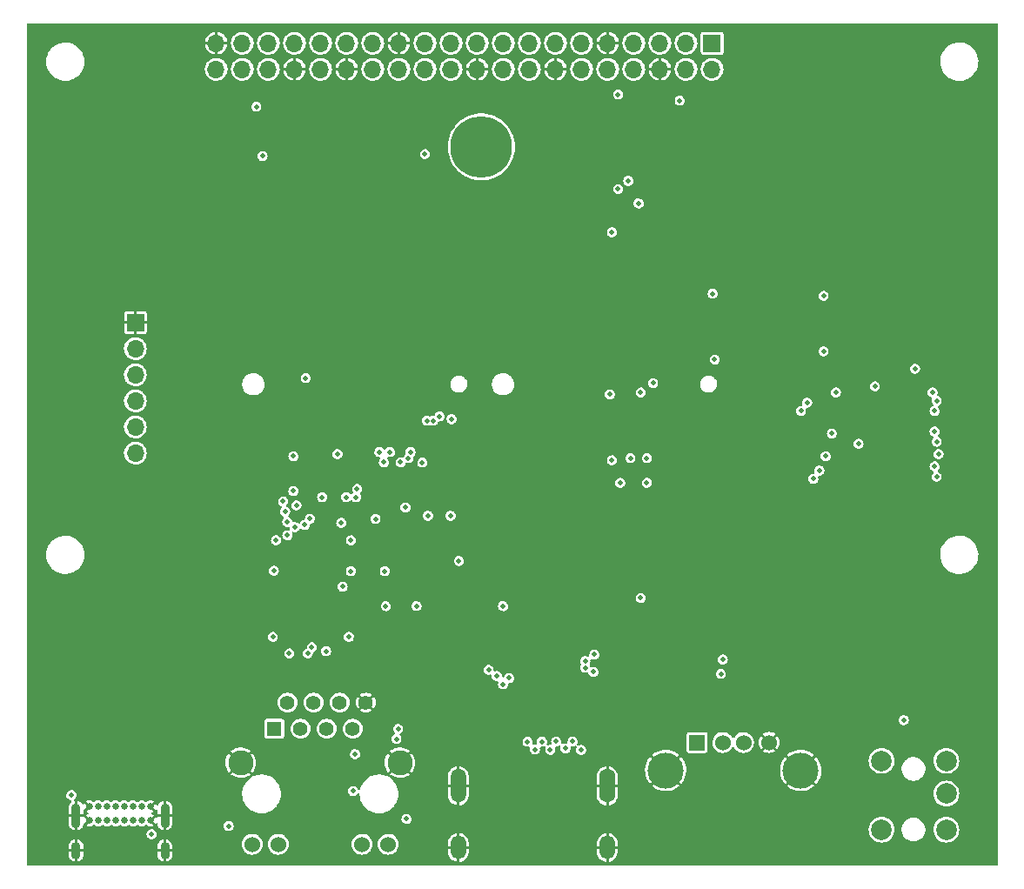
<source format=gbr>
%TF.GenerationSoftware,KiCad,Pcbnew,6.0.2-1.fc35*%
%TF.CreationDate,2022-03-30T21:24:33+02:00*%
%TF.ProjectId,dock,646f636b-2e6b-4696-9361-645f70636258,rev?*%
%TF.SameCoordinates,Original*%
%TF.FileFunction,Copper,L2,Inr*%
%TF.FilePolarity,Positive*%
%FSLAX46Y46*%
G04 Gerber Fmt 4.6, Leading zero omitted, Abs format (unit mm)*
G04 Created by KiCad (PCBNEW 6.0.2-1.fc35) date 2022-03-30 21:24:33*
%MOMM*%
%LPD*%
G01*
G04 APERTURE LIST*
%TA.AperFunction,ComponentPad*%
%ADD10O,1.500000X2.300000*%
%TD*%
%TA.AperFunction,ComponentPad*%
%ADD11O,1.600000X3.300000*%
%TD*%
%TA.AperFunction,ComponentPad*%
%ADD12O,1.500000X3.300000*%
%TD*%
%TA.AperFunction,ComponentPad*%
%ADD13R,1.524000X1.524000*%
%TD*%
%TA.AperFunction,ComponentPad*%
%ADD14C,1.524000*%
%TD*%
%TA.AperFunction,ComponentPad*%
%ADD15C,3.500000*%
%TD*%
%TA.AperFunction,ComponentPad*%
%ADD16R,1.700000X1.700000*%
%TD*%
%TA.AperFunction,ComponentPad*%
%ADD17O,1.700000X1.700000*%
%TD*%
%TA.AperFunction,ComponentPad*%
%ADD18C,2.000000*%
%TD*%
%TA.AperFunction,ComponentPad*%
%ADD19C,6.000000*%
%TD*%
%TA.AperFunction,ComponentPad*%
%ADD20C,0.650000*%
%TD*%
%TA.AperFunction,ComponentPad*%
%ADD21O,0.900000X1.700000*%
%TD*%
%TA.AperFunction,ComponentPad*%
%ADD22O,0.900000X2.400000*%
%TD*%
%TA.AperFunction,ComponentPad*%
%ADD23R,1.398000X1.398000*%
%TD*%
%TA.AperFunction,ComponentPad*%
%ADD24C,1.398000*%
%TD*%
%TA.AperFunction,ComponentPad*%
%ADD25C,1.530000*%
%TD*%
%TA.AperFunction,ComponentPad*%
%ADD26C,2.445000*%
%TD*%
%TA.AperFunction,ViaPad*%
%ADD27C,0.460000*%
%TD*%
G04 APERTURE END LIST*
D10*
%TO.N,GND*%
%TO.C,J9*%
X169750000Y-155500000D03*
X155250000Y-155500000D03*
D11*
X169750000Y-149500000D03*
D12*
X155250000Y-149500000D03*
%TD*%
D13*
%TO.N,+5V*%
%TO.C,J6*%
X178500000Y-145272500D03*
D14*
%TO.N,USB1_HOST_N*%
X181000000Y-145272500D03*
%TO.N,USB1_HOST_P*%
X183000000Y-145272500D03*
%TO.N,GND*%
X185500000Y-145272500D03*
D15*
X175430000Y-147982500D03*
X188570000Y-147982500D03*
%TD*%
D16*
%TO.N,+3V3*%
%TO.C,J4*%
X179950000Y-77210000D03*
D17*
%TO.N,+5V*%
X179950000Y-79750000D03*
%TO.N,I2C2_SDA*%
X177410000Y-77210000D03*
%TO.N,+5V*%
X177410000Y-79750000D03*
%TO.N,I2C2_SCL*%
X174870000Y-77210000D03*
%TO.N,GND*%
X174870000Y-79750000D03*
%TO.N,GPIO0*%
X172330000Y-77210000D03*
%TO.N,UART1_TX*%
X172330000Y-79750000D03*
%TO.N,GND*%
X169790000Y-77210000D03*
%TO.N,UART1_RX*%
X169790000Y-79750000D03*
%TO.N,GPIO1*%
X167250000Y-77210000D03*
%TO.N,GPIO2*%
X167250000Y-79750000D03*
%TO.N,GPIO3*%
X164710000Y-77210000D03*
%TO.N,GND*%
X164710000Y-79750000D03*
%TO.N,GPIO4*%
X162170000Y-77210000D03*
%TO.N,GPIO5*%
X162170000Y-79750000D03*
%TO.N,+3V3*%
X159630000Y-77210000D03*
%TO.N,GPIO6*%
X159630000Y-79750000D03*
%TO.N,GPIO7*%
X157090000Y-77210000D03*
%TO.N,GND*%
X157090000Y-79750000D03*
%TO.N,GPIO8*%
X154550000Y-77210000D03*
%TO.N,GPIO9*%
X154550000Y-79750000D03*
%TO.N,GPIO10*%
X152010000Y-77210000D03*
%TO.N,SPI0_PS*%
X152010000Y-79750000D03*
%TO.N,GND*%
X149470000Y-77210000D03*
%TO.N,GPIO11*%
X149470000Y-79750000D03*
%TO.N,GPIO12*%
X146930000Y-77210000D03*
%TO.N,GPIO13*%
X146930000Y-79750000D03*
%TO.N,GPIO14*%
X144390000Y-77210000D03*
%TO.N,GND*%
X144390000Y-79750000D03*
%TO.N,GPIO15*%
X141850000Y-77210000D03*
%TO.N,GPIO16*%
X141850000Y-79750000D03*
%TO.N,GPIO17*%
X139310000Y-77210000D03*
%TO.N,GND*%
X139310000Y-79750000D03*
%TO.N,SPI0_SCLK*%
X136770000Y-77210000D03*
%TO.N,GPIO18*%
X136770000Y-79750000D03*
%TO.N,GPIO19*%
X134230000Y-77210000D03*
%TO.N,SPI0_CIPO*%
X134230000Y-79750000D03*
%TO.N,GND*%
X131690000Y-77210000D03*
%TO.N,SPI0_COPI*%
X131690000Y-79750000D03*
%TD*%
D18*
%TO.N,Net-(C5-Pad1)*%
%TO.C,J7*%
X202747566Y-150250000D03*
%TO.N,GNDA*%
X196447566Y-147050000D03*
X202752433Y-147050000D03*
%TO.N,Net-(C6-Pad1)*%
X196447566Y-153750000D03*
X202747566Y-153750000D03*
%TD*%
D19*
%TO.N,*%
%TO.C,H1*%
X157500000Y-87300000D03*
%TD*%
D16*
%TO.N,GND*%
%TO.C,J5*%
X123825000Y-104400000D03*
D17*
%TO.N,unconnected-(J5-Pad2)*%
X123825000Y-106940000D03*
%TO.N,unconnected-(J5-Pad3)*%
X123825000Y-109480000D03*
%TO.N,Net-(J5-Pad4)*%
X123825000Y-112020000D03*
%TO.N,Net-(J5-Pad5)*%
X123825000Y-114560000D03*
%TO.N,unconnected-(J5-Pad6)*%
X123825000Y-117100000D03*
%TD*%
D20*
%TO.N,GND*%
%TO.C,J3*%
X119350000Y-151500000D03*
%TO.N,Net-(FB1-Pad1)*%
X120200000Y-151500000D03*
%TO.N,Net-(J3-PadA5)*%
X121050000Y-151500000D03*
%TO.N,unconnected-(J3-PadA6)*%
X121900000Y-151500000D03*
%TO.N,unconnected-(J3-PadA7)*%
X122750000Y-151500000D03*
%TO.N,unconnected-(J3-PadA8)*%
X123600000Y-151500000D03*
%TO.N,Net-(FB1-Pad1)*%
X124450000Y-151500000D03*
%TO.N,GND*%
X125300000Y-151500000D03*
X125300000Y-152850000D03*
%TO.N,Net-(FB1-Pad1)*%
X124450000Y-152850000D03*
%TO.N,Net-(J3-PadB5)*%
X123600000Y-152850000D03*
%TO.N,unconnected-(J3-PadB6)*%
X122750000Y-152850000D03*
%TO.N,unconnected-(J3-PadB7)*%
X121900000Y-152850000D03*
%TO.N,unconnected-(J3-PadB8)*%
X121050000Y-152850000D03*
%TO.N,Net-(FB1-Pad1)*%
X120200000Y-152850000D03*
%TO.N,GND*%
X119350000Y-152850000D03*
D21*
X126700000Y-155800000D03*
X118050000Y-155800000D03*
D22*
X126700000Y-152400000D03*
X118050000Y-152400000D03*
%TD*%
D23*
%TO.N,/Ethernet/TD_P*%
%TO.C,J8*%
X137362500Y-143930000D03*
D24*
%TO.N,/Ethernet/TD_N*%
X138632500Y-141390000D03*
%TO.N,/Ethernet/RD_P*%
X139902500Y-143930000D03*
%TO.N,+3V3*%
X141172500Y-141390000D03*
X142442500Y-143930000D03*
%TO.N,/Ethernet/RD_N*%
X143712500Y-141390000D03*
%TO.N,N/C*%
X144982500Y-143930000D03*
%TO.N,GND*%
X146252500Y-141390000D03*
D25*
%TO.N,+3V3*%
X135187500Y-155180000D03*
%TO.N,Net-(J8-Pad10)*%
X137727500Y-155180000D03*
%TO.N,Net-(J8-Pad11)*%
X145897500Y-155180000D03*
%TO.N,+3V3*%
X148437500Y-155180000D03*
D26*
%TO.N,GND*%
X134067500Y-147230000D03*
X149557500Y-147230000D03*
%TD*%
D27*
%TO.N,+3V3*%
X137200000Y-135000000D03*
X190800000Y-107200000D03*
X201800000Y-116000000D03*
X159600000Y-132000000D03*
X173000000Y-131200000D03*
X148100000Y-128600000D03*
X137300000Y-128563000D03*
X151200000Y-132000000D03*
X148200000Y-132000000D03*
X145000000Y-150000000D03*
X194200000Y-116200000D03*
X144600000Y-135000000D03*
X145200000Y-146400000D03*
X190800000Y-101800000D03*
%TO.N,+5V*%
X180000000Y-101600000D03*
X180200000Y-108000000D03*
X181000000Y-137200000D03*
X180800000Y-138600000D03*
%TO.N,Net-(C5-Pad1)*%
X198600000Y-143100000D03*
%TO.N,RST_PHY*%
X145300000Y-121400000D03*
X138200000Y-121800000D03*
X140800000Y-123500000D03*
%TO.N,UART1_RX*%
X173000000Y-111200000D03*
X171800000Y-90600000D03*
X172800000Y-92800000D03*
%TO.N,SDIO1_D2*%
X151746192Y-118024308D03*
X140400000Y-109800000D03*
%TO.N,SDIO1_D0*%
X150600000Y-117000000D03*
X148600000Y-117000000D03*
%TO.N,SDIO1_CMD*%
X150400000Y-117600000D03*
X147570500Y-117000000D03*
%TO.N,SDIO1_CLK*%
X148000000Y-118000000D03*
X149629500Y-118000000D03*
%TO.N,UART1_TX*%
X170800000Y-91400000D03*
X170000000Y-111400000D03*
X170200000Y-95600000D03*
X170800000Y-82200000D03*
%TO.N,HDMI_HPD*%
X168483056Y-136716944D03*
X158200000Y-138200000D03*
%TO.N,HDMI_CEC*%
X160200000Y-139000000D03*
X168400000Y-138400000D03*
%TO.N,HDMI_SDA*%
X167609015Y-137340559D03*
X159000000Y-138800000D03*
%TO.N,HDMI_SCL*%
X167600000Y-138000000D03*
X159600000Y-139600000D03*
%TO.N,HDMI_TX2_P*%
X166368264Y-145168264D03*
X167200000Y-146000000D03*
%TO.N,GNDA*%
X195790231Y-110609769D03*
X199700000Y-108900000D03*
%TO.N,HDMI_TX1_P*%
X164768264Y-145168264D03*
X165669545Y-145843926D03*
%TO.N,HDMI_TX0_P*%
X164200000Y-146000000D03*
X163400000Y-145200000D03*
%TO.N,HDMI_CLK_P*%
X161988753Y-145188753D03*
X162704500Y-145952848D03*
%TO.N,UART0_TX*%
X153429500Y-113535629D03*
X154600000Y-113800000D03*
%TO.N,I2C2_SCL*%
X152803447Y-113945500D03*
X176800000Y-82800000D03*
%TO.N,I2C2_SDA*%
X152193945Y-113945500D03*
%TO.N,SD_DET*%
X171000000Y-120000000D03*
X174200000Y-110300000D03*
%TO.N,SD_D0*%
X173600000Y-117600000D03*
X172000000Y-117600000D03*
%TO.N,SPI0_SCLK*%
X135600000Y-83400000D03*
%TO.N,SPI0_PS*%
X136200000Y-88200000D03*
X152000000Y-88000000D03*
%TO.N,Net-(J3-PadA5)*%
X117600000Y-150400000D03*
%TO.N,SD_D3*%
X170200000Y-117800000D03*
X173600000Y-120000000D03*
%TO.N,Net-(J3-PadB5)*%
X125400000Y-154200000D03*
%TO.N,LED2*%
X149232315Y-144932315D03*
X138600000Y-125100000D03*
%TO.N,LED1*%
X139345500Y-124300000D03*
X149400000Y-143952164D03*
%TO.N,/Storage/SDIO1_D2*%
X154507858Y-123200000D03*
X152307858Y-123200000D03*
%TO.N,/Storage/SDIO1_CMD*%
X155307858Y-127600000D03*
X150107858Y-122400000D03*
%TO.N,/Ethernet/RMII_RXD0*%
X144000000Y-130100000D03*
X143850500Y-123900000D03*
%TO.N,/Ethernet/RMII_RXD1*%
X144800000Y-128600000D03*
X144800000Y-125600000D03*
%TO.N,/Ethernet/RMII_CRS_DV*%
X137500000Y-125600000D03*
X145400000Y-120600000D03*
%TO.N,/Ethernet/RMII_MDC*%
X140300000Y-124100000D03*
X147200000Y-123517000D03*
%TO.N,RMII_TXCK*%
X143504500Y-117200000D03*
X139200000Y-117400000D03*
%TO.N,GND*%
X195000000Y-95000000D03*
X130800000Y-132000000D03*
X205000000Y-90000000D03*
X195000000Y-85000000D03*
X140000000Y-155000000D03*
X152507858Y-129600000D03*
X155000000Y-135000000D03*
X205000000Y-115000000D03*
X140000000Y-128700000D03*
X148800000Y-121800000D03*
X132000000Y-127000000D03*
X187500000Y-95000000D03*
X134000000Y-136400000D03*
X130000000Y-77500000D03*
X132500000Y-125000000D03*
X163400000Y-117200000D03*
X159300000Y-150750000D03*
X150000000Y-155000000D03*
X132500000Y-110000000D03*
X142900000Y-133600000D03*
X132500000Y-85000000D03*
X155000000Y-120000000D03*
X146600000Y-119400000D03*
X127800000Y-132400000D03*
X132500000Y-100000000D03*
X155400000Y-143400000D03*
X187500000Y-120000000D03*
X187500000Y-125000000D03*
X145700000Y-117300000D03*
X136000000Y-121800000D03*
X145400000Y-133200000D03*
X142000000Y-128700000D03*
X115000000Y-120000000D03*
X148400000Y-109400000D03*
X182500000Y-85000000D03*
X203000000Y-113200000D03*
X185800000Y-117000000D03*
X132500000Y-90000000D03*
X139100000Y-133700000D03*
X152800000Y-121000000D03*
X138300000Y-117200000D03*
X133800000Y-116000000D03*
X132500000Y-120000000D03*
X205000000Y-95000000D03*
X190600000Y-114000000D03*
X168800000Y-114000000D03*
X178200000Y-106600000D03*
X162500000Y-105000000D03*
X181000000Y-147000000D03*
X138800000Y-146200000D03*
X187500000Y-140000000D03*
X156800000Y-122200000D03*
X142200000Y-122400000D03*
X195000000Y-100000000D03*
X187500000Y-90000000D03*
X205000000Y-105000000D03*
X170600000Y-137800000D03*
X183000000Y-147000000D03*
X205000000Y-130000000D03*
X133800000Y-115000000D03*
X159200000Y-113000000D03*
X182500000Y-90000000D03*
X115000000Y-145000000D03*
X158307858Y-123600000D03*
X129600000Y-129800000D03*
X195000000Y-115000000D03*
X132500000Y-140000000D03*
X181200000Y-116000000D03*
X175000000Y-92500000D03*
X134800000Y-113200000D03*
X140000000Y-126700000D03*
X142400000Y-114000000D03*
X203000000Y-115600000D03*
X125000000Y-155000000D03*
X157200000Y-83200000D03*
X158000000Y-115800000D03*
X205000000Y-110000000D03*
X155000000Y-155000000D03*
X115000000Y-100000000D03*
X132800000Y-127700000D03*
X126200000Y-142000000D03*
X195000000Y-140000000D03*
X180000000Y-113200000D03*
X143800000Y-109400000D03*
X167400000Y-114000000D03*
X149000000Y-131000000D03*
X182500000Y-120000000D03*
X164800000Y-117200000D03*
X170000000Y-155000000D03*
X133800000Y-114000000D03*
X142200000Y-109400000D03*
X152500000Y-117400000D03*
X195000000Y-77500000D03*
X115000000Y-115000000D03*
X162300000Y-150700000D03*
X205000000Y-155000000D03*
X115000000Y-140000000D03*
X132500000Y-105000000D03*
X129600000Y-146000000D03*
X205000000Y-135000000D03*
X155400000Y-141800000D03*
X132500000Y-95000000D03*
X137100000Y-131100000D03*
X155000000Y-140000000D03*
X131500000Y-128400000D03*
X163850000Y-150750000D03*
X133000000Y-132600000D03*
X156800000Y-114800000D03*
X157200000Y-92000000D03*
X145000000Y-114000000D03*
X141000000Y-126700000D03*
X115000000Y-135000000D03*
X193100000Y-143250000D03*
X150200000Y-116100000D03*
X167500000Y-100000000D03*
X132200000Y-136200000D03*
X128400000Y-151200000D03*
X182500000Y-100000000D03*
X155100000Y-129600000D03*
X115000000Y-105000000D03*
X148100000Y-126900000D03*
X205000000Y-100000000D03*
X187500000Y-85000000D03*
X140000000Y-127700000D03*
X124800000Y-136400000D03*
X205000000Y-120000000D03*
X160000000Y-155000000D03*
X203200000Y-118600000D03*
X116450000Y-154275000D03*
X190000000Y-117400000D03*
X195000000Y-125000000D03*
X148300000Y-130200000D03*
X161800000Y-117200000D03*
X205000000Y-140000000D03*
X200000000Y-105000000D03*
X175000000Y-155000000D03*
X142000000Y-127700000D03*
X115000000Y-125000000D03*
X201600000Y-113800000D03*
X192100000Y-142450000D03*
X120000000Y-77500000D03*
X195000000Y-130000000D03*
X115000000Y-85000000D03*
X205000000Y-125000000D03*
X126200000Y-141400000D03*
X145400000Y-109400000D03*
X141000000Y-127700000D03*
X195000000Y-135000000D03*
X160800000Y-150800000D03*
X205000000Y-85000000D03*
X158000000Y-113800000D03*
X142000000Y-126700000D03*
X148400000Y-120600000D03*
X141600000Y-146200000D03*
X133400000Y-126300000D03*
X170600000Y-138400000D03*
X156800000Y-115800000D03*
X195000000Y-90000000D03*
X134000000Y-132600000D03*
X125000000Y-77500000D03*
X127000000Y-132200000D03*
X146800000Y-109400000D03*
X129600000Y-146600000D03*
X160000000Y-117200000D03*
X151400000Y-125200000D03*
X147800000Y-125600000D03*
X115000000Y-95000000D03*
X166400000Y-117200000D03*
X181200000Y-115000000D03*
X181200000Y-114000000D03*
X177400000Y-106600000D03*
X155600000Y-113000000D03*
X176000000Y-100800000D03*
X165250000Y-150750000D03*
X190000000Y-155000000D03*
X136000000Y-117200000D03*
X158000000Y-114800000D03*
X115000000Y-110000000D03*
X200000000Y-77500000D03*
X180000000Y-155000000D03*
X195000000Y-120000000D03*
X144000000Y-146200000D03*
X165000000Y-155000000D03*
X141000000Y-128700000D03*
X115000000Y-90000000D03*
X156800000Y-113800000D03*
X155400000Y-122200000D03*
X185000000Y-155000000D03*
X177500000Y-90000000D03*
X115000000Y-150000000D03*
X130000000Y-127600000D03*
X120000000Y-155000000D03*
X187500000Y-100000000D03*
X141000000Y-114000000D03*
X137200000Y-119200000D03*
X187500000Y-135000000D03*
X115000000Y-130000000D03*
X143800000Y-114000000D03*
X149800000Y-109400000D03*
X151400000Y-127200000D03*
X129000000Y-136600000D03*
X170600000Y-137200000D03*
X166750000Y-150750000D03*
X129600000Y-147200000D03*
X182500000Y-95000000D03*
%TO.N,/Ethernet/TD_N*%
X138800000Y-136600000D03*
X140600000Y-136600000D03*
%TO.N,/Ethernet/RD_P*%
X141000000Y-136000000D03*
X142393767Y-136393767D03*
%TO.N,Net-(J8-Pad10)*%
X132900000Y-153400000D03*
%TO.N,Net-(J8-Pad11)*%
X150200000Y-152700000D03*
%TO.N,/Ethernet/RMII_RXER*%
X142000000Y-121400000D03*
X138600000Y-123800000D03*
X138400000Y-122800000D03*
X139500000Y-122200000D03*
%TO.N,/Ethernet/RMII_TXCK*%
X144345500Y-121400000D03*
X139200000Y-120800000D03*
%TO.N,/Storage/SD_D3*%
X190400000Y-118800000D03*
X201600000Y-118400000D03*
%TO.N,/Storage/SD_D2*%
X189800000Y-119600000D03*
X201800000Y-119400000D03*
%TO.N,/Storage/SD_D1*%
X189200000Y-112200000D03*
X201800000Y-112000000D03*
%TO.N,/Storage/SD_D0*%
X201600000Y-113000000D03*
X188600000Y-113000000D03*
%TO.N,/Storage/SD_DET*%
X201400000Y-111200000D03*
X192000000Y-111200000D03*
%TO.N,/Storage/SD_CLK*%
X191600000Y-115200000D03*
X201600000Y-115000000D03*
%TO.N,/Storage/SD_CMD*%
X191000000Y-117400000D03*
X202000000Y-117200000D03*
%TD*%
%TA.AperFunction,Conductor*%
%TO.N,GND*%
G36*
X207687121Y-75275002D02*
G01*
X207733614Y-75328658D01*
X207745000Y-75381000D01*
X207745000Y-157119000D01*
X207724998Y-157187121D01*
X207671342Y-157233614D01*
X207619000Y-157245000D01*
X113381000Y-157245000D01*
X113312879Y-157224998D01*
X113266386Y-157171342D01*
X113255000Y-157119000D01*
X113255000Y-156238999D01*
X117345000Y-156238999D01*
X117345456Y-156246553D01*
X117359410Y-156361861D01*
X117363006Y-156376504D01*
X117417954Y-156521920D01*
X117424939Y-156535281D01*
X117512986Y-156663390D01*
X117522959Y-156674702D01*
X117639020Y-156778109D01*
X117651406Y-156786717D01*
X117788780Y-156859453D01*
X117802861Y-156864858D01*
X117904930Y-156890497D01*
X117919020Y-156889940D01*
X117922500Y-156881448D01*
X117922500Y-156876343D01*
X118177500Y-156876343D01*
X118181473Y-156889874D01*
X118190931Y-156891234D01*
X118290169Y-156867409D01*
X118304292Y-156862156D01*
X118442431Y-156790857D01*
X118454903Y-156782381D01*
X118572038Y-156680198D01*
X118582135Y-156668984D01*
X118671513Y-156541811D01*
X118678641Y-156528517D01*
X118735108Y-156383688D01*
X118738857Y-156369087D01*
X118754462Y-156250557D01*
X118755000Y-156242349D01*
X118755000Y-156238999D01*
X125995000Y-156238999D01*
X125995456Y-156246553D01*
X126009410Y-156361861D01*
X126013006Y-156376504D01*
X126067954Y-156521920D01*
X126074939Y-156535281D01*
X126162986Y-156663390D01*
X126172959Y-156674702D01*
X126289020Y-156778109D01*
X126301406Y-156786717D01*
X126438780Y-156859453D01*
X126452861Y-156864858D01*
X126554930Y-156890497D01*
X126569020Y-156889940D01*
X126572500Y-156881448D01*
X126572500Y-156876343D01*
X126827500Y-156876343D01*
X126831473Y-156889874D01*
X126840931Y-156891234D01*
X126940169Y-156867409D01*
X126954292Y-156862156D01*
X127092431Y-156790857D01*
X127104903Y-156782381D01*
X127222038Y-156680198D01*
X127232135Y-156668984D01*
X127321513Y-156541811D01*
X127328641Y-156528517D01*
X127385108Y-156383688D01*
X127388857Y-156369087D01*
X127404462Y-156250557D01*
X127405000Y-156242349D01*
X127405000Y-155945615D01*
X127400525Y-155930376D01*
X127399135Y-155929171D01*
X127391452Y-155927500D01*
X126845615Y-155927500D01*
X126830376Y-155931975D01*
X126829171Y-155933365D01*
X126827500Y-155941048D01*
X126827500Y-156876343D01*
X126572500Y-156876343D01*
X126572500Y-155945615D01*
X126568025Y-155930376D01*
X126566635Y-155929171D01*
X126558952Y-155927500D01*
X126013115Y-155927500D01*
X125997876Y-155931975D01*
X125996671Y-155933365D01*
X125995000Y-155941048D01*
X125995000Y-156238999D01*
X118755000Y-156238999D01*
X118755000Y-155945615D01*
X118750525Y-155930376D01*
X118749135Y-155929171D01*
X118741452Y-155927500D01*
X118195615Y-155927500D01*
X118180376Y-155931975D01*
X118179171Y-155933365D01*
X118177500Y-155941048D01*
X118177500Y-156876343D01*
X117922500Y-156876343D01*
X117922500Y-155945615D01*
X117918025Y-155930376D01*
X117916635Y-155929171D01*
X117908952Y-155927500D01*
X117363115Y-155927500D01*
X117347876Y-155931975D01*
X117346671Y-155933365D01*
X117345000Y-155941048D01*
X117345000Y-156238999D01*
X113255000Y-156238999D01*
X113255000Y-155654385D01*
X117345000Y-155654385D01*
X117349475Y-155669624D01*
X117350865Y-155670829D01*
X117358548Y-155672500D01*
X117904385Y-155672500D01*
X117919624Y-155668025D01*
X117920829Y-155666635D01*
X117922500Y-155658952D01*
X117922500Y-155654385D01*
X118177500Y-155654385D01*
X118181975Y-155669624D01*
X118183365Y-155670829D01*
X118191048Y-155672500D01*
X118736885Y-155672500D01*
X118752124Y-155668025D01*
X118753329Y-155666635D01*
X118755000Y-155658952D01*
X118755000Y-155654385D01*
X125995000Y-155654385D01*
X125999475Y-155669624D01*
X126000865Y-155670829D01*
X126008548Y-155672500D01*
X126554385Y-155672500D01*
X126569624Y-155668025D01*
X126570829Y-155666635D01*
X126572500Y-155658952D01*
X126572500Y-155654385D01*
X126827500Y-155654385D01*
X126831975Y-155669624D01*
X126833365Y-155670829D01*
X126841048Y-155672500D01*
X127386885Y-155672500D01*
X127402124Y-155668025D01*
X127403329Y-155666635D01*
X127405000Y-155658952D01*
X127405000Y-155361001D01*
X127404544Y-155353447D01*
X127390590Y-155238139D01*
X127386994Y-155223496D01*
X127365148Y-155165683D01*
X134162162Y-155165683D01*
X134178908Y-155365111D01*
X134234072Y-155557489D01*
X134236890Y-155562972D01*
X134322731Y-155730002D01*
X134322734Y-155730006D01*
X134325551Y-155735488D01*
X134449862Y-155892329D01*
X134454556Y-155896324D01*
X134522565Y-155954204D01*
X134602269Y-156022038D01*
X134607647Y-156025044D01*
X134607649Y-156025045D01*
X134689618Y-156070855D01*
X134776967Y-156119673D01*
X134967302Y-156181517D01*
X135166025Y-156205213D01*
X135172160Y-156204741D01*
X135172162Y-156204741D01*
X135359424Y-156190332D01*
X135359429Y-156190331D01*
X135365565Y-156189859D01*
X135371495Y-156188203D01*
X135371497Y-156188203D01*
X135552396Y-156137695D01*
X135552395Y-156137695D01*
X135558324Y-156136040D01*
X135563813Y-156133267D01*
X135563819Y-156133265D01*
X135731457Y-156048584D01*
X135736957Y-156045806D01*
X135772490Y-156018045D01*
X135889806Y-155926387D01*
X135894662Y-155922593D01*
X136025431Y-155771096D01*
X136124284Y-155597083D01*
X136187455Y-155407184D01*
X136212538Y-155208632D01*
X136212938Y-155180000D01*
X136211534Y-155165683D01*
X136702162Y-155165683D01*
X136718908Y-155365111D01*
X136774072Y-155557489D01*
X136776890Y-155562972D01*
X136862731Y-155730002D01*
X136862734Y-155730006D01*
X136865551Y-155735488D01*
X136989862Y-155892329D01*
X136994556Y-155896324D01*
X137062565Y-155954204D01*
X137142269Y-156022038D01*
X137147647Y-156025044D01*
X137147649Y-156025045D01*
X137229618Y-156070855D01*
X137316967Y-156119673D01*
X137507302Y-156181517D01*
X137706025Y-156205213D01*
X137712160Y-156204741D01*
X137712162Y-156204741D01*
X137899424Y-156190332D01*
X137899429Y-156190331D01*
X137905565Y-156189859D01*
X137911495Y-156188203D01*
X137911497Y-156188203D01*
X138092396Y-156137695D01*
X138092395Y-156137695D01*
X138098324Y-156136040D01*
X138103813Y-156133267D01*
X138103819Y-156133265D01*
X138271457Y-156048584D01*
X138276957Y-156045806D01*
X138312490Y-156018045D01*
X138429806Y-155926387D01*
X138434662Y-155922593D01*
X138565431Y-155771096D01*
X138664284Y-155597083D01*
X138727455Y-155407184D01*
X138752538Y-155208632D01*
X138752938Y-155180000D01*
X138751534Y-155165683D01*
X144872162Y-155165683D01*
X144888908Y-155365111D01*
X144944072Y-155557489D01*
X144946890Y-155562972D01*
X145032731Y-155730002D01*
X145032734Y-155730006D01*
X145035551Y-155735488D01*
X145159862Y-155892329D01*
X145164556Y-155896324D01*
X145232565Y-155954204D01*
X145312269Y-156022038D01*
X145317647Y-156025044D01*
X145317649Y-156025045D01*
X145399618Y-156070855D01*
X145486967Y-156119673D01*
X145677302Y-156181517D01*
X145876025Y-156205213D01*
X145882160Y-156204741D01*
X145882162Y-156204741D01*
X146069424Y-156190332D01*
X146069429Y-156190331D01*
X146075565Y-156189859D01*
X146081495Y-156188203D01*
X146081497Y-156188203D01*
X146262396Y-156137695D01*
X146262395Y-156137695D01*
X146268324Y-156136040D01*
X146273813Y-156133267D01*
X146273819Y-156133265D01*
X146441457Y-156048584D01*
X146446957Y-156045806D01*
X146482490Y-156018045D01*
X146599806Y-155926387D01*
X146604662Y-155922593D01*
X146735431Y-155771096D01*
X146834284Y-155597083D01*
X146897455Y-155407184D01*
X146922538Y-155208632D01*
X146922938Y-155180000D01*
X146921534Y-155165683D01*
X147412162Y-155165683D01*
X147428908Y-155365111D01*
X147484072Y-155557489D01*
X147486890Y-155562972D01*
X147572731Y-155730002D01*
X147572734Y-155730006D01*
X147575551Y-155735488D01*
X147699862Y-155892329D01*
X147704556Y-155896324D01*
X147772565Y-155954204D01*
X147852269Y-156022038D01*
X147857647Y-156025044D01*
X147857649Y-156025045D01*
X147939618Y-156070855D01*
X148026967Y-156119673D01*
X148217302Y-156181517D01*
X148416025Y-156205213D01*
X148422160Y-156204741D01*
X148422162Y-156204741D01*
X148609424Y-156190332D01*
X148609429Y-156190331D01*
X148615565Y-156189859D01*
X148621495Y-156188203D01*
X148621497Y-156188203D01*
X148802396Y-156137695D01*
X148802395Y-156137695D01*
X148808324Y-156136040D01*
X148813813Y-156133267D01*
X148813819Y-156133265D01*
X148981457Y-156048584D01*
X148986957Y-156045806D01*
X149022490Y-156018045D01*
X149112362Y-155947829D01*
X154245000Y-155947829D01*
X154245323Y-155954204D01*
X154259805Y-156096776D01*
X154262359Y-156109216D01*
X154319594Y-156291854D01*
X154324603Y-156303542D01*
X154417396Y-156470945D01*
X154424640Y-156481368D01*
X154549204Y-156626699D01*
X154558402Y-156635458D01*
X154709646Y-156752775D01*
X154720406Y-156759499D01*
X154892151Y-156844008D01*
X154904058Y-156848436D01*
X155089276Y-156896682D01*
X155101834Y-156898626D01*
X155104408Y-156898761D01*
X155119862Y-156895090D01*
X155119917Y-156895033D01*
X155122500Y-156884494D01*
X155122500Y-156879042D01*
X155377500Y-156879042D01*
X155381429Y-156892422D01*
X155395644Y-156894413D01*
X155494908Y-156879401D01*
X155507214Y-156876242D01*
X155686849Y-156810148D01*
X155698255Y-156804586D01*
X155860935Y-156703720D01*
X155870996Y-156695972D01*
X156010063Y-156564463D01*
X156018366Y-156554843D01*
X156128149Y-156398057D01*
X156134346Y-156386969D01*
X156210361Y-156211309D01*
X156214203Y-156199197D01*
X156253660Y-156010329D01*
X156254902Y-156000762D01*
X156254913Y-156000564D01*
X156255000Y-155997231D01*
X156255000Y-155947829D01*
X168745000Y-155947829D01*
X168745323Y-155954204D01*
X168759805Y-156096776D01*
X168762359Y-156109216D01*
X168819594Y-156291854D01*
X168824603Y-156303542D01*
X168917396Y-156470945D01*
X168924640Y-156481368D01*
X169049204Y-156626699D01*
X169058402Y-156635458D01*
X169209646Y-156752775D01*
X169220406Y-156759499D01*
X169392151Y-156844008D01*
X169404058Y-156848436D01*
X169589276Y-156896682D01*
X169601834Y-156898626D01*
X169604408Y-156898761D01*
X169619862Y-156895090D01*
X169619917Y-156895033D01*
X169622500Y-156884494D01*
X169622500Y-156879042D01*
X169877500Y-156879042D01*
X169881429Y-156892422D01*
X169895644Y-156894413D01*
X169994908Y-156879401D01*
X170007214Y-156876242D01*
X170186849Y-156810148D01*
X170198255Y-156804586D01*
X170360935Y-156703720D01*
X170370996Y-156695972D01*
X170510063Y-156564463D01*
X170518366Y-156554843D01*
X170628149Y-156398057D01*
X170634346Y-156386969D01*
X170710361Y-156211309D01*
X170714203Y-156199197D01*
X170753660Y-156010329D01*
X170754902Y-156000762D01*
X170754913Y-156000564D01*
X170755000Y-155997231D01*
X170755000Y-155645615D01*
X170750525Y-155630376D01*
X170749135Y-155629171D01*
X170741452Y-155627500D01*
X169895615Y-155627500D01*
X169880376Y-155631975D01*
X169879171Y-155633365D01*
X169877500Y-155641048D01*
X169877500Y-156879042D01*
X169622500Y-156879042D01*
X169622500Y-155645615D01*
X169618025Y-155630376D01*
X169616635Y-155629171D01*
X169608952Y-155627500D01*
X168763115Y-155627500D01*
X168747876Y-155631975D01*
X168746671Y-155633365D01*
X168745000Y-155641048D01*
X168745000Y-155947829D01*
X156255000Y-155947829D01*
X156255000Y-155645615D01*
X156250525Y-155630376D01*
X156249135Y-155629171D01*
X156241452Y-155627500D01*
X155395615Y-155627500D01*
X155380376Y-155631975D01*
X155379171Y-155633365D01*
X155377500Y-155641048D01*
X155377500Y-156879042D01*
X155122500Y-156879042D01*
X155122500Y-155645615D01*
X155118025Y-155630376D01*
X155116635Y-155629171D01*
X155108952Y-155627500D01*
X154263115Y-155627500D01*
X154247876Y-155631975D01*
X154246671Y-155633365D01*
X154245000Y-155641048D01*
X154245000Y-155947829D01*
X149112362Y-155947829D01*
X149139806Y-155926387D01*
X149144662Y-155922593D01*
X149275431Y-155771096D01*
X149374284Y-155597083D01*
X149437455Y-155407184D01*
X149444125Y-155354385D01*
X154245000Y-155354385D01*
X154249475Y-155369624D01*
X154250865Y-155370829D01*
X154258548Y-155372500D01*
X155104385Y-155372500D01*
X155119624Y-155368025D01*
X155120829Y-155366635D01*
X155122500Y-155358952D01*
X155122500Y-155354385D01*
X155377500Y-155354385D01*
X155381975Y-155369624D01*
X155383365Y-155370829D01*
X155391048Y-155372500D01*
X156236885Y-155372500D01*
X156252124Y-155368025D01*
X156253329Y-155366635D01*
X156255000Y-155358952D01*
X156255000Y-155354385D01*
X168745000Y-155354385D01*
X168749475Y-155369624D01*
X168750865Y-155370829D01*
X168758548Y-155372500D01*
X169604385Y-155372500D01*
X169619624Y-155368025D01*
X169620829Y-155366635D01*
X169622500Y-155358952D01*
X169622500Y-155354385D01*
X169877500Y-155354385D01*
X169881975Y-155369624D01*
X169883365Y-155370829D01*
X169891048Y-155372500D01*
X170736885Y-155372500D01*
X170752124Y-155368025D01*
X170753329Y-155366635D01*
X170755000Y-155358952D01*
X170755000Y-155052171D01*
X170754677Y-155045796D01*
X170740195Y-154903224D01*
X170737641Y-154890784D01*
X170680406Y-154708146D01*
X170675397Y-154696458D01*
X170582604Y-154529055D01*
X170575360Y-154518632D01*
X170450796Y-154373301D01*
X170441598Y-154364542D01*
X170290354Y-154247225D01*
X170279594Y-154240501D01*
X170107849Y-154155992D01*
X170095942Y-154151564D01*
X169910724Y-154103318D01*
X169898166Y-154101374D01*
X169895592Y-154101239D01*
X169880138Y-154104910D01*
X169880083Y-154104967D01*
X169877500Y-154115506D01*
X169877500Y-155354385D01*
X169622500Y-155354385D01*
X169622500Y-154120958D01*
X169618571Y-154107578D01*
X169604356Y-154105587D01*
X169505092Y-154120599D01*
X169492786Y-154123758D01*
X169313151Y-154189852D01*
X169301745Y-154195414D01*
X169139065Y-154296280D01*
X169129004Y-154304028D01*
X168989937Y-154435537D01*
X168981634Y-154445157D01*
X168871851Y-154601943D01*
X168865654Y-154613031D01*
X168789639Y-154788691D01*
X168785797Y-154800803D01*
X168746340Y-154989671D01*
X168745098Y-154999238D01*
X168745087Y-154999436D01*
X168745000Y-155002769D01*
X168745000Y-155354385D01*
X156255000Y-155354385D01*
X156255000Y-155052171D01*
X156254677Y-155045796D01*
X156240195Y-154903224D01*
X156237641Y-154890784D01*
X156180406Y-154708146D01*
X156175397Y-154696458D01*
X156082604Y-154529055D01*
X156075360Y-154518632D01*
X155950796Y-154373301D01*
X155941598Y-154364542D01*
X155790354Y-154247225D01*
X155779594Y-154240501D01*
X155607849Y-154155992D01*
X155595942Y-154151564D01*
X155410724Y-154103318D01*
X155398166Y-154101374D01*
X155395592Y-154101239D01*
X155380138Y-154104910D01*
X155380083Y-154104967D01*
X155377500Y-154115506D01*
X155377500Y-155354385D01*
X155122500Y-155354385D01*
X155122500Y-154120958D01*
X155118571Y-154107578D01*
X155104356Y-154105587D01*
X155005092Y-154120599D01*
X154992786Y-154123758D01*
X154813151Y-154189852D01*
X154801745Y-154195414D01*
X154639065Y-154296280D01*
X154629004Y-154304028D01*
X154489937Y-154435537D01*
X154481634Y-154445157D01*
X154371851Y-154601943D01*
X154365654Y-154613031D01*
X154289639Y-154788691D01*
X154285797Y-154800803D01*
X154246340Y-154989671D01*
X154245098Y-154999238D01*
X154245087Y-154999436D01*
X154245000Y-155002769D01*
X154245000Y-155354385D01*
X149444125Y-155354385D01*
X149462538Y-155208632D01*
X149462938Y-155180000D01*
X149443409Y-154980825D01*
X149385565Y-154789236D01*
X149355446Y-154732591D01*
X149294505Y-154617977D01*
X149294503Y-154617975D01*
X149291609Y-154612531D01*
X149215027Y-154518632D01*
X149169016Y-154462216D01*
X149169013Y-154462213D01*
X149165121Y-154457441D01*
X149160372Y-154453512D01*
X149015668Y-154333802D01*
X149015664Y-154333800D01*
X149010918Y-154329873D01*
X148834873Y-154234686D01*
X148643693Y-154175506D01*
X148637568Y-154174862D01*
X148637567Y-154174862D01*
X148450788Y-154155231D01*
X148450786Y-154155231D01*
X148444659Y-154154587D01*
X148360606Y-154162236D01*
X148251491Y-154172166D01*
X148251488Y-154172167D01*
X148245352Y-154172725D01*
X148053364Y-154229230D01*
X148047906Y-154232083D01*
X148047902Y-154232085D01*
X148004933Y-154254549D01*
X147876008Y-154321950D01*
X147720039Y-154447353D01*
X147591397Y-154600661D01*
X147494984Y-154776037D01*
X147493123Y-154781904D01*
X147493122Y-154781906D01*
X147484482Y-154809143D01*
X147434470Y-154966799D01*
X147412162Y-155165683D01*
X146921534Y-155165683D01*
X146903409Y-154980825D01*
X146845565Y-154789236D01*
X146815446Y-154732591D01*
X146754505Y-154617977D01*
X146754503Y-154617975D01*
X146751609Y-154612531D01*
X146675027Y-154518632D01*
X146629016Y-154462216D01*
X146629013Y-154462213D01*
X146625121Y-154457441D01*
X146620372Y-154453512D01*
X146475668Y-154333802D01*
X146475664Y-154333800D01*
X146470918Y-154329873D01*
X146294873Y-154234686D01*
X146103693Y-154175506D01*
X146097568Y-154174862D01*
X146097567Y-154174862D01*
X145910788Y-154155231D01*
X145910786Y-154155231D01*
X145904659Y-154154587D01*
X145820606Y-154162236D01*
X145711491Y-154172166D01*
X145711488Y-154172167D01*
X145705352Y-154172725D01*
X145513364Y-154229230D01*
X145507906Y-154232083D01*
X145507902Y-154232085D01*
X145464933Y-154254549D01*
X145336008Y-154321950D01*
X145180039Y-154447353D01*
X145051397Y-154600661D01*
X144954984Y-154776037D01*
X144953123Y-154781904D01*
X144953122Y-154781906D01*
X144944482Y-154809143D01*
X144894470Y-154966799D01*
X144872162Y-155165683D01*
X138751534Y-155165683D01*
X138733409Y-154980825D01*
X138675565Y-154789236D01*
X138645446Y-154732591D01*
X138584505Y-154617977D01*
X138584503Y-154617975D01*
X138581609Y-154612531D01*
X138505027Y-154518632D01*
X138459016Y-154462216D01*
X138459013Y-154462213D01*
X138455121Y-154457441D01*
X138450372Y-154453512D01*
X138305668Y-154333802D01*
X138305664Y-154333800D01*
X138300918Y-154329873D01*
X138124873Y-154234686D01*
X137933693Y-154175506D01*
X137927568Y-154174862D01*
X137927567Y-154174862D01*
X137740788Y-154155231D01*
X137740786Y-154155231D01*
X137734659Y-154154587D01*
X137650606Y-154162236D01*
X137541491Y-154172166D01*
X137541488Y-154172167D01*
X137535352Y-154172725D01*
X137343364Y-154229230D01*
X137337906Y-154232083D01*
X137337902Y-154232085D01*
X137294933Y-154254549D01*
X137166008Y-154321950D01*
X137010039Y-154447353D01*
X136881397Y-154600661D01*
X136784984Y-154776037D01*
X136783123Y-154781904D01*
X136783122Y-154781906D01*
X136774482Y-154809143D01*
X136724470Y-154966799D01*
X136702162Y-155165683D01*
X136211534Y-155165683D01*
X136193409Y-154980825D01*
X136135565Y-154789236D01*
X136105446Y-154732591D01*
X136044505Y-154617977D01*
X136044503Y-154617975D01*
X136041609Y-154612531D01*
X135965027Y-154518632D01*
X135919016Y-154462216D01*
X135919013Y-154462213D01*
X135915121Y-154457441D01*
X135910372Y-154453512D01*
X135765668Y-154333802D01*
X135765664Y-154333800D01*
X135760918Y-154329873D01*
X135584873Y-154234686D01*
X135393693Y-154175506D01*
X135387568Y-154174862D01*
X135387567Y-154174862D01*
X135200788Y-154155231D01*
X135200786Y-154155231D01*
X135194659Y-154154587D01*
X135110606Y-154162236D01*
X135001491Y-154172166D01*
X135001488Y-154172167D01*
X134995352Y-154172725D01*
X134803364Y-154229230D01*
X134797906Y-154232083D01*
X134797902Y-154232085D01*
X134754933Y-154254549D01*
X134626008Y-154321950D01*
X134470039Y-154447353D01*
X134341397Y-154600661D01*
X134244984Y-154776037D01*
X134243123Y-154781904D01*
X134243122Y-154781906D01*
X134234482Y-154809143D01*
X134184470Y-154966799D01*
X134162162Y-155165683D01*
X127365148Y-155165683D01*
X127332046Y-155078080D01*
X127325061Y-155064719D01*
X127237014Y-154936610D01*
X127227041Y-154925298D01*
X127110980Y-154821891D01*
X127098594Y-154813283D01*
X126961220Y-154740547D01*
X126947139Y-154735142D01*
X126845070Y-154709503D01*
X126830980Y-154710060D01*
X126827500Y-154718552D01*
X126827500Y-155654385D01*
X126572500Y-155654385D01*
X126572500Y-154723657D01*
X126568527Y-154710126D01*
X126559069Y-154708766D01*
X126459831Y-154732591D01*
X126445708Y-154737844D01*
X126307569Y-154809143D01*
X126295097Y-154817619D01*
X126177962Y-154919802D01*
X126167865Y-154931016D01*
X126078487Y-155058189D01*
X126071359Y-155071483D01*
X126014892Y-155216312D01*
X126011143Y-155230913D01*
X125995538Y-155349443D01*
X125995000Y-155357651D01*
X125995000Y-155654385D01*
X118755000Y-155654385D01*
X118755000Y-155361001D01*
X118754544Y-155353447D01*
X118740590Y-155238139D01*
X118736994Y-155223496D01*
X118682046Y-155078080D01*
X118675061Y-155064719D01*
X118587014Y-154936610D01*
X118577041Y-154925298D01*
X118460980Y-154821891D01*
X118448594Y-154813283D01*
X118311220Y-154740547D01*
X118297139Y-154735142D01*
X118195070Y-154709503D01*
X118180980Y-154710060D01*
X118177500Y-154718552D01*
X118177500Y-155654385D01*
X117922500Y-155654385D01*
X117922500Y-154723657D01*
X117918527Y-154710126D01*
X117909069Y-154708766D01*
X117809831Y-154732591D01*
X117795708Y-154737844D01*
X117657569Y-154809143D01*
X117645097Y-154817619D01*
X117527962Y-154919802D01*
X117517865Y-154931016D01*
X117428487Y-155058189D01*
X117421359Y-155071483D01*
X117364892Y-155216312D01*
X117361143Y-155230913D01*
X117345538Y-155349443D01*
X117345000Y-155357651D01*
X117345000Y-155654385D01*
X113255000Y-155654385D01*
X113255000Y-154194008D01*
X124909544Y-154194008D01*
X124910708Y-154202910D01*
X124910708Y-154202913D01*
X124923931Y-154304028D01*
X124927576Y-154331903D01*
X124983585Y-154459195D01*
X125073070Y-154565651D01*
X125188837Y-154642712D01*
X125321579Y-154684183D01*
X125330551Y-154684347D01*
X125330554Y-154684348D01*
X125393554Y-154685502D01*
X125460626Y-154686732D01*
X125527712Y-154668442D01*
X125586135Y-154652514D01*
X125586136Y-154652514D01*
X125594798Y-154650152D01*
X125602448Y-154645455D01*
X125602450Y-154645454D01*
X125705659Y-154582084D01*
X125705662Y-154582081D01*
X125713311Y-154577385D01*
X125719428Y-154570628D01*
X125800609Y-154480940D01*
X125800610Y-154480939D01*
X125806637Y-154474280D01*
X125814796Y-154457441D01*
X125863359Y-154357206D01*
X125867274Y-154349126D01*
X125884932Y-154244171D01*
X125889541Y-154216777D01*
X125889541Y-154216772D01*
X125890347Y-154211984D01*
X125890493Y-154200000D01*
X125870778Y-154062335D01*
X125841998Y-153999036D01*
X125816933Y-153943909D01*
X125816932Y-153943907D01*
X125813217Y-153935737D01*
X125757695Y-153871300D01*
X125728301Y-153837186D01*
X125728300Y-153837185D01*
X125722438Y-153830382D01*
X125605738Y-153754742D01*
X125472499Y-153714895D01*
X125463523Y-153714840D01*
X125463522Y-153714840D01*
X125405662Y-153714486D01*
X125333432Y-153714045D01*
X125284223Y-153728109D01*
X125208348Y-153749794D01*
X125208346Y-153749795D01*
X125199717Y-153752261D01*
X125082102Y-153826471D01*
X124990042Y-153930708D01*
X124930939Y-154056594D01*
X124929559Y-154065460D01*
X124929558Y-154065462D01*
X124910925Y-154185135D01*
X124910925Y-154185139D01*
X124909544Y-154194008D01*
X113255000Y-154194008D01*
X113255000Y-153188999D01*
X117345000Y-153188999D01*
X117345456Y-153196553D01*
X117359410Y-153311861D01*
X117363006Y-153326504D01*
X117417954Y-153471920D01*
X117424939Y-153485281D01*
X117512986Y-153613390D01*
X117522959Y-153624702D01*
X117639020Y-153728109D01*
X117651406Y-153736717D01*
X117788780Y-153809453D01*
X117802861Y-153814858D01*
X117904930Y-153840497D01*
X117919020Y-153839940D01*
X117922500Y-153831448D01*
X117922500Y-153826343D01*
X118177500Y-153826343D01*
X118181473Y-153839874D01*
X118190931Y-153841234D01*
X118290169Y-153817409D01*
X118304292Y-153812156D01*
X118442431Y-153740857D01*
X118454903Y-153732381D01*
X118572038Y-153630198D01*
X118582135Y-153618984D01*
X118671513Y-153491811D01*
X118678641Y-153478517D01*
X118735108Y-153333688D01*
X118738857Y-153319086D01*
X118745708Y-153267048D01*
X118774430Y-153202121D01*
X118833695Y-153163029D01*
X118848665Y-153161239D01*
X118870593Y-153149095D01*
X119156876Y-152862812D01*
X119164490Y-152848868D01*
X119164359Y-152847035D01*
X119160108Y-152840420D01*
X118870865Y-152551177D01*
X118856921Y-152543562D01*
X118824754Y-152545863D01*
X118755380Y-152530772D01*
X118754872Y-152530419D01*
X118741452Y-152527500D01*
X118195615Y-152527500D01*
X118180376Y-152531975D01*
X118179171Y-152533365D01*
X118177500Y-152541048D01*
X118177500Y-153826343D01*
X117922500Y-153826343D01*
X117922500Y-152545615D01*
X117918025Y-152530376D01*
X117916635Y-152529171D01*
X117908952Y-152527500D01*
X117363115Y-152527500D01*
X117347876Y-152531975D01*
X117346671Y-152533365D01*
X117345000Y-152541048D01*
X117345000Y-153188999D01*
X113255000Y-153188999D01*
X113255000Y-152358617D01*
X119044273Y-152358617D01*
X119050905Y-152370593D01*
X119337188Y-152656876D01*
X119351132Y-152664490D01*
X119352965Y-152664359D01*
X119359580Y-152660108D01*
X119419463Y-152600225D01*
X119481775Y-152566199D01*
X119552590Y-152571264D01*
X119609426Y-152613811D01*
X119634237Y-152680331D01*
X119633481Y-152705757D01*
X119632838Y-152710644D01*
X119604121Y-152775573D01*
X119597010Y-152783302D01*
X119543124Y-152837188D01*
X119535510Y-152851132D01*
X119535641Y-152852965D01*
X119539892Y-152859580D01*
X119597010Y-152916698D01*
X119631036Y-152979010D01*
X119632838Y-152989356D01*
X119633481Y-152994243D01*
X119622536Y-153064391D01*
X119575404Y-153117486D01*
X119507049Y-153136671D01*
X119439173Y-153115854D01*
X119419463Y-153099775D01*
X119362812Y-153043124D01*
X119348868Y-153035510D01*
X119347035Y-153035641D01*
X119340420Y-153039892D01*
X119051176Y-153329136D01*
X119044295Y-153341737D01*
X119052068Y-153352249D01*
X119065129Y-153359790D01*
X119190959Y-153411910D01*
X119206779Y-153416149D01*
X119341812Y-153433927D01*
X119358188Y-153433927D01*
X119493221Y-153416149D01*
X119509041Y-153411910D01*
X119634871Y-153359790D01*
X119647693Y-153352387D01*
X119662615Y-153331952D01*
X119718940Y-153288732D01*
X119789691Y-153282826D01*
X119841078Y-153306294D01*
X119907245Y-153357066D01*
X120048459Y-153415558D01*
X120200000Y-153435509D01*
X120351541Y-153415558D01*
X120492755Y-153357066D01*
X120548295Y-153314448D01*
X120614515Y-153288847D01*
X120684064Y-153303111D01*
X120701705Y-153314448D01*
X120757245Y-153357066D01*
X120898459Y-153415558D01*
X121050000Y-153435509D01*
X121201541Y-153415558D01*
X121342755Y-153357066D01*
X121398295Y-153314448D01*
X121464515Y-153288847D01*
X121534064Y-153303111D01*
X121551705Y-153314448D01*
X121607245Y-153357066D01*
X121748459Y-153415558D01*
X121900000Y-153435509D01*
X122051541Y-153415558D01*
X122192755Y-153357066D01*
X122248295Y-153314448D01*
X122314515Y-153288847D01*
X122384064Y-153303111D01*
X122401705Y-153314448D01*
X122457245Y-153357066D01*
X122598459Y-153415558D01*
X122750000Y-153435509D01*
X122901541Y-153415558D01*
X123042755Y-153357066D01*
X123098295Y-153314448D01*
X123164515Y-153288847D01*
X123234064Y-153303111D01*
X123251705Y-153314448D01*
X123307245Y-153357066D01*
X123448459Y-153415558D01*
X123600000Y-153435509D01*
X123751541Y-153415558D01*
X123892755Y-153357066D01*
X123948295Y-153314448D01*
X124014515Y-153288847D01*
X124084064Y-153303111D01*
X124101705Y-153314448D01*
X124157245Y-153357066D01*
X124298459Y-153415558D01*
X124450000Y-153435509D01*
X124601541Y-153415558D01*
X124742755Y-153357066D01*
X124785504Y-153324263D01*
X124808713Y-153306454D01*
X124874934Y-153280853D01*
X124944482Y-153295117D01*
X124986734Y-153331509D01*
X125002069Y-153352250D01*
X125015129Y-153359790D01*
X125140959Y-153411910D01*
X125156779Y-153416149D01*
X125291812Y-153433927D01*
X125308188Y-153433927D01*
X125443221Y-153416149D01*
X125459041Y-153411910D01*
X125584871Y-153359790D01*
X125597694Y-153352387D01*
X125605728Y-153341384D01*
X125599096Y-153329408D01*
X125312812Y-153043124D01*
X125298868Y-153035510D01*
X125297035Y-153035641D01*
X125290420Y-153039892D01*
X125230537Y-153099775D01*
X125168225Y-153133801D01*
X125097410Y-153128736D01*
X125040574Y-153086189D01*
X125015763Y-153019669D01*
X125016519Y-152994243D01*
X125017162Y-152989356D01*
X125045879Y-152924427D01*
X125052990Y-152916698D01*
X125106876Y-152862812D01*
X125113254Y-152851132D01*
X125485510Y-152851132D01*
X125485641Y-152852965D01*
X125489892Y-152859580D01*
X125779135Y-153148823D01*
X125791736Y-153155704D01*
X125800191Y-153149453D01*
X125866858Y-153125039D01*
X125936141Y-153140543D01*
X125986043Y-153191044D01*
X126000185Y-153235632D01*
X126009410Y-153311861D01*
X126013006Y-153326504D01*
X126067954Y-153471920D01*
X126074939Y-153485281D01*
X126162986Y-153613390D01*
X126172959Y-153624702D01*
X126289020Y-153728109D01*
X126301406Y-153736717D01*
X126438780Y-153809453D01*
X126452861Y-153814858D01*
X126554930Y-153840497D01*
X126569020Y-153839940D01*
X126572500Y-153831448D01*
X126572500Y-153826343D01*
X126827500Y-153826343D01*
X126831473Y-153839874D01*
X126840931Y-153841234D01*
X126940169Y-153817409D01*
X126954292Y-153812156D01*
X127092431Y-153740857D01*
X127104903Y-153732381D01*
X127222038Y-153630198D01*
X127232135Y-153618984D01*
X127321513Y-153491811D01*
X127328641Y-153478517D01*
X127361590Y-153394008D01*
X132409544Y-153394008D01*
X132410708Y-153402910D01*
X132410708Y-153402913D01*
X132412362Y-153415558D01*
X132427576Y-153531903D01*
X132483585Y-153659195D01*
X132531765Y-153716512D01*
X132561815Y-153752261D01*
X132573070Y-153765651D01*
X132580547Y-153770628D01*
X132664439Y-153826471D01*
X132688837Y-153842712D01*
X132720212Y-153852514D01*
X132798479Y-153876966D01*
X132821579Y-153884183D01*
X132830551Y-153884347D01*
X132830554Y-153884348D01*
X132893554Y-153885502D01*
X132960626Y-153886732D01*
X133038426Y-153865521D01*
X133086135Y-153852514D01*
X133086136Y-153852514D01*
X133094798Y-153850152D01*
X133102448Y-153845455D01*
X133102450Y-153845454D01*
X133205659Y-153782084D01*
X133205662Y-153782081D01*
X133213311Y-153777385D01*
X133219428Y-153770628D01*
X133238099Y-153750000D01*
X195187270Y-153750000D01*
X195206417Y-153968848D01*
X195207841Y-153974162D01*
X195207841Y-153974163D01*
X195256562Y-154155992D01*
X195263275Y-154181047D01*
X195265597Y-154186027D01*
X195265598Y-154186029D01*
X195348841Y-154364542D01*
X195356118Y-154380148D01*
X195482123Y-154560103D01*
X195637463Y-154715443D01*
X195817418Y-154841448D01*
X195822396Y-154843769D01*
X195822399Y-154843771D01*
X196011537Y-154931968D01*
X196016519Y-154934291D01*
X196021827Y-154935713D01*
X196021829Y-154935714D01*
X196223403Y-154989725D01*
X196223404Y-154989725D01*
X196228718Y-154991149D01*
X196447566Y-155010296D01*
X196666414Y-154991149D01*
X196671728Y-154989725D01*
X196671729Y-154989725D01*
X196873303Y-154935714D01*
X196873305Y-154935713D01*
X196878613Y-154934291D01*
X196883595Y-154931968D01*
X197072733Y-154843771D01*
X197072736Y-154843769D01*
X197077714Y-154841448D01*
X197257669Y-154715443D01*
X197413009Y-154560103D01*
X197539014Y-154380148D01*
X197546292Y-154364542D01*
X197629534Y-154186029D01*
X197629535Y-154186027D01*
X197631857Y-154181047D01*
X197638571Y-154155992D01*
X197687291Y-153974163D01*
X197687291Y-153974162D01*
X197688715Y-153968848D01*
X197699896Y-153841048D01*
X198390693Y-153841048D01*
X198391672Y-153846745D01*
X198391672Y-153846746D01*
X198398543Y-153886732D01*
X198426657Y-154050347D01*
X198500161Y-154249587D01*
X198503113Y-154254548D01*
X198503113Y-154254549D01*
X198559381Y-154349126D01*
X198608742Y-154432095D01*
X198748765Y-154591761D01*
X198915540Y-154723235D01*
X198920651Y-154725924D01*
X198920654Y-154725926D01*
X198951208Y-154742001D01*
X199103481Y-154822116D01*
X199306295Y-154885091D01*
X199312032Y-154885770D01*
X199475042Y-154905064D01*
X199475049Y-154905064D01*
X199478729Y-154905500D01*
X199601436Y-154905500D01*
X199687715Y-154897572D01*
X199753287Y-154891547D01*
X199753290Y-154891546D01*
X199759041Y-154891018D01*
X199764598Y-154889451D01*
X199764602Y-154889450D01*
X199957875Y-154834941D01*
X199957877Y-154834940D01*
X199963434Y-154833373D01*
X199968609Y-154830821D01*
X199968614Y-154830819D01*
X200148718Y-154742001D01*
X200153899Y-154739446D01*
X200180399Y-154719658D01*
X200319435Y-154615835D01*
X200319436Y-154615834D01*
X200324059Y-154612382D01*
X200468213Y-154456437D01*
X200486704Y-154427130D01*
X200578456Y-154281713D01*
X200581535Y-154276833D01*
X200660228Y-154079586D01*
X200701659Y-153871300D01*
X200701981Y-153846746D01*
X200703247Y-153750000D01*
X201487270Y-153750000D01*
X201506417Y-153968848D01*
X201507841Y-153974162D01*
X201507841Y-153974163D01*
X201556562Y-154155992D01*
X201563275Y-154181047D01*
X201565597Y-154186027D01*
X201565598Y-154186029D01*
X201648841Y-154364542D01*
X201656118Y-154380148D01*
X201782123Y-154560103D01*
X201937463Y-154715443D01*
X202117418Y-154841448D01*
X202122396Y-154843769D01*
X202122399Y-154843771D01*
X202311537Y-154931968D01*
X202316519Y-154934291D01*
X202321827Y-154935713D01*
X202321829Y-154935714D01*
X202523403Y-154989725D01*
X202523404Y-154989725D01*
X202528718Y-154991149D01*
X202747566Y-155010296D01*
X202966414Y-154991149D01*
X202971728Y-154989725D01*
X202971729Y-154989725D01*
X203173303Y-154935714D01*
X203173305Y-154935713D01*
X203178613Y-154934291D01*
X203183595Y-154931968D01*
X203372733Y-154843771D01*
X203372736Y-154843769D01*
X203377714Y-154841448D01*
X203557669Y-154715443D01*
X203713009Y-154560103D01*
X203839014Y-154380148D01*
X203846292Y-154364542D01*
X203929534Y-154186029D01*
X203929535Y-154186027D01*
X203931857Y-154181047D01*
X203938571Y-154155992D01*
X203987291Y-153974163D01*
X203987291Y-153974162D01*
X203988715Y-153968848D01*
X204007862Y-153750000D01*
X203988715Y-153531152D01*
X203958031Y-153416636D01*
X203933280Y-153324263D01*
X203933279Y-153324261D01*
X203931857Y-153318953D01*
X203906240Y-153264017D01*
X203841337Y-153124833D01*
X203841335Y-153124830D01*
X203839014Y-153119852D01*
X203713009Y-152939897D01*
X203557669Y-152784557D01*
X203377714Y-152658552D01*
X203372736Y-152656231D01*
X203372733Y-152656229D01*
X203183595Y-152568032D01*
X203183593Y-152568031D01*
X203178613Y-152565709D01*
X203173305Y-152564287D01*
X203173303Y-152564286D01*
X202971729Y-152510275D01*
X202971728Y-152510275D01*
X202966414Y-152508851D01*
X202747566Y-152489704D01*
X202528718Y-152508851D01*
X202523404Y-152510275D01*
X202523403Y-152510275D01*
X202321829Y-152564286D01*
X202321827Y-152564287D01*
X202316519Y-152565709D01*
X202311539Y-152568031D01*
X202311537Y-152568032D01*
X202122399Y-152656229D01*
X202122396Y-152656231D01*
X202117418Y-152658552D01*
X201937463Y-152784557D01*
X201782123Y-152939897D01*
X201656118Y-153119852D01*
X201653797Y-153124830D01*
X201653795Y-153124833D01*
X201588892Y-153264017D01*
X201563275Y-153318953D01*
X201561853Y-153324261D01*
X201561852Y-153324263D01*
X201537101Y-153416636D01*
X201506417Y-153531152D01*
X201487270Y-153750000D01*
X200703247Y-153750000D01*
X200703685Y-153716512D01*
X200704439Y-153658952D01*
X200684047Y-153540274D01*
X200669454Y-153455350D01*
X200669454Y-153455349D01*
X200668475Y-153449653D01*
X200594971Y-153250413D01*
X200559650Y-153191044D01*
X200489344Y-153072870D01*
X200489343Y-153072869D01*
X200486390Y-153067905D01*
X200346367Y-152908239D01*
X200179592Y-152776765D01*
X200174481Y-152774076D01*
X200174478Y-152774074D01*
X200047229Y-152707125D01*
X199991651Y-152677884D01*
X199788837Y-152614909D01*
X199774437Y-152613205D01*
X199620090Y-152594936D01*
X199620083Y-152594936D01*
X199616403Y-152594500D01*
X199493696Y-152594500D01*
X199407417Y-152602428D01*
X199341845Y-152608453D01*
X199341842Y-152608454D01*
X199336091Y-152608982D01*
X199330534Y-152610549D01*
X199330530Y-152610550D01*
X199137257Y-152665059D01*
X199137255Y-152665060D01*
X199131698Y-152666627D01*
X199126523Y-152669179D01*
X199126518Y-152669181D01*
X198946414Y-152757999D01*
X198941233Y-152760554D01*
X198936607Y-152764008D01*
X198936606Y-152764009D01*
X198804292Y-152862812D01*
X198771073Y-152887618D01*
X198698556Y-152966067D01*
X198636497Y-153033202D01*
X198626919Y-153043563D01*
X198623838Y-153048446D01*
X198581627Y-153115347D01*
X198513597Y-153223167D01*
X198434904Y-153420414D01*
X198393473Y-153628700D01*
X198393397Y-153634475D01*
X198393397Y-153634479D01*
X198392323Y-153716512D01*
X198390693Y-153841048D01*
X197699896Y-153841048D01*
X197707862Y-153750000D01*
X197688715Y-153531152D01*
X197658031Y-153416636D01*
X197633280Y-153324263D01*
X197633279Y-153324261D01*
X197631857Y-153318953D01*
X197606240Y-153264017D01*
X197541337Y-153124833D01*
X197541335Y-153124830D01*
X197539014Y-153119852D01*
X197413009Y-152939897D01*
X197257669Y-152784557D01*
X197077714Y-152658552D01*
X197072736Y-152656231D01*
X197072733Y-152656229D01*
X196883595Y-152568032D01*
X196883593Y-152568031D01*
X196878613Y-152565709D01*
X196873305Y-152564287D01*
X196873303Y-152564286D01*
X196671729Y-152510275D01*
X196671728Y-152510275D01*
X196666414Y-152508851D01*
X196447566Y-152489704D01*
X196228718Y-152508851D01*
X196223404Y-152510275D01*
X196223403Y-152510275D01*
X196021829Y-152564286D01*
X196021827Y-152564287D01*
X196016519Y-152565709D01*
X196011539Y-152568031D01*
X196011537Y-152568032D01*
X195822399Y-152656229D01*
X195822396Y-152656231D01*
X195817418Y-152658552D01*
X195637463Y-152784557D01*
X195482123Y-152939897D01*
X195356118Y-153119852D01*
X195353797Y-153124830D01*
X195353795Y-153124833D01*
X195288892Y-153264017D01*
X195263275Y-153318953D01*
X195261853Y-153324261D01*
X195261852Y-153324263D01*
X195237101Y-153416636D01*
X195206417Y-153531152D01*
X195187270Y-153750000D01*
X133238099Y-153750000D01*
X133300609Y-153680940D01*
X133300610Y-153680939D01*
X133306637Y-153674280D01*
X133314064Y-153658952D01*
X133363359Y-153557206D01*
X133367274Y-153549126D01*
X133386389Y-153435509D01*
X133389541Y-153416777D01*
X133389541Y-153416772D01*
X133390347Y-153411984D01*
X133390493Y-153400000D01*
X133370778Y-153262335D01*
X133319771Y-153150152D01*
X133316933Y-153143909D01*
X133316932Y-153143907D01*
X133313217Y-153135737D01*
X133254770Y-153067905D01*
X133228301Y-153037186D01*
X133228300Y-153037185D01*
X133222438Y-153030382D01*
X133105738Y-152954742D01*
X132972499Y-152914895D01*
X132963523Y-152914840D01*
X132963522Y-152914840D01*
X132905662Y-152914486D01*
X132833432Y-152914045D01*
X132766575Y-152933153D01*
X132708348Y-152949794D01*
X132708346Y-152949795D01*
X132699717Y-152952261D01*
X132582102Y-153026471D01*
X132537136Y-153077385D01*
X132503609Y-153115347D01*
X132490042Y-153130708D01*
X132430939Y-153256594D01*
X132429559Y-153265460D01*
X132429558Y-153265462D01*
X132410925Y-153385135D01*
X132410925Y-153385139D01*
X132409544Y-153394008D01*
X127361590Y-153394008D01*
X127385108Y-153333688D01*
X127388857Y-153319087D01*
X127404462Y-153200557D01*
X127405000Y-153192349D01*
X127405000Y-152694008D01*
X149709544Y-152694008D01*
X149710708Y-152702910D01*
X149710708Y-152702913D01*
X149721894Y-152788452D01*
X149727576Y-152831903D01*
X149783585Y-152959195D01*
X149873070Y-153065651D01*
X149880547Y-153070628D01*
X149978359Y-153135737D01*
X149988837Y-153142712D01*
X150121579Y-153184183D01*
X150130551Y-153184347D01*
X150130554Y-153184348D01*
X150193554Y-153185502D01*
X150260626Y-153186732D01*
X150327712Y-153168442D01*
X150386135Y-153152514D01*
X150386136Y-153152514D01*
X150394798Y-153150152D01*
X150402448Y-153145455D01*
X150402450Y-153145454D01*
X150505659Y-153082084D01*
X150505662Y-153082081D01*
X150513311Y-153077385D01*
X150519428Y-153070628D01*
X150600609Y-152980940D01*
X150600610Y-152980939D01*
X150606637Y-152974280D01*
X150617350Y-152952170D01*
X150663359Y-152857206D01*
X150667274Y-152849126D01*
X150682176Y-152760554D01*
X150689541Y-152716777D01*
X150689541Y-152716772D01*
X150690347Y-152711984D01*
X150690493Y-152700000D01*
X150670778Y-152562335D01*
X150637972Y-152490183D01*
X150616933Y-152443909D01*
X150616932Y-152443907D01*
X150613217Y-152435737D01*
X150537284Y-152347612D01*
X150528301Y-152337186D01*
X150528300Y-152337185D01*
X150522438Y-152330382D01*
X150405738Y-152254742D01*
X150272499Y-152214895D01*
X150263523Y-152214840D01*
X150263522Y-152214840D01*
X150205662Y-152214486D01*
X150133432Y-152214045D01*
X150066575Y-152233153D01*
X150008348Y-152249794D01*
X150008346Y-152249795D01*
X149999717Y-152252261D01*
X149988047Y-152259624D01*
X149937672Y-152291409D01*
X149882102Y-152326471D01*
X149842895Y-152370864D01*
X149800252Y-152419148D01*
X149790042Y-152430708D01*
X149730939Y-152556594D01*
X149729559Y-152565460D01*
X149729558Y-152565462D01*
X149710925Y-152685135D01*
X149710925Y-152685139D01*
X149709544Y-152694008D01*
X127405000Y-152694008D01*
X127405000Y-152545615D01*
X127400525Y-152530376D01*
X127399135Y-152529171D01*
X127391452Y-152527500D01*
X126845615Y-152527500D01*
X126830376Y-152531975D01*
X126829171Y-152533365D01*
X126827500Y-152541048D01*
X126827500Y-153826343D01*
X126572500Y-153826343D01*
X126572500Y-152545615D01*
X126568025Y-152530376D01*
X126566635Y-152529171D01*
X126558952Y-152527500D01*
X126013115Y-152527500D01*
X125997876Y-152531975D01*
X125987214Y-152544279D01*
X125927488Y-152582662D01*
X125856492Y-152582662D01*
X125820464Y-152559508D01*
X125817607Y-152563420D01*
X125791383Y-152544273D01*
X125779407Y-152550905D01*
X125493124Y-152837188D01*
X125485510Y-152851132D01*
X125113254Y-152851132D01*
X125114490Y-152848868D01*
X125114359Y-152847035D01*
X125110108Y-152840420D01*
X125052990Y-152783302D01*
X125018964Y-152720990D01*
X125017162Y-152710644D01*
X125016519Y-152705757D01*
X125027464Y-152635609D01*
X125074596Y-152582514D01*
X125142951Y-152563329D01*
X125210827Y-152584146D01*
X125230537Y-152600225D01*
X125287188Y-152656876D01*
X125301132Y-152664490D01*
X125302965Y-152664359D01*
X125309580Y-152660108D01*
X125598824Y-152370864D01*
X125605705Y-152358263D01*
X125597932Y-152347751D01*
X125584872Y-152340210D01*
X125467054Y-152291409D01*
X125411773Y-152246861D01*
X125389352Y-152179498D01*
X125406910Y-152110706D01*
X125458872Y-152062328D01*
X125467054Y-152058591D01*
X125584872Y-152009790D01*
X125597694Y-152002387D01*
X125605728Y-151991384D01*
X125599096Y-151979408D01*
X125312812Y-151693124D01*
X125298868Y-151685510D01*
X125297035Y-151685641D01*
X125290420Y-151689892D01*
X125230537Y-151749775D01*
X125168225Y-151783801D01*
X125097410Y-151778736D01*
X125040574Y-151736189D01*
X125015763Y-151669669D01*
X125016519Y-151644243D01*
X125017162Y-151639356D01*
X125045879Y-151574427D01*
X125052990Y-151566698D01*
X125106876Y-151512812D01*
X125113254Y-151501132D01*
X125485510Y-151501132D01*
X125485641Y-151502965D01*
X125489892Y-151509580D01*
X125779135Y-151798823D01*
X125791736Y-151805704D01*
X125794094Y-151803961D01*
X125860762Y-151779548D01*
X125930044Y-151795053D01*
X125979946Y-151845554D01*
X125995000Y-151905278D01*
X125995000Y-152254385D01*
X125999475Y-152269624D01*
X126000865Y-152270829D01*
X126008548Y-152272500D01*
X126554385Y-152272500D01*
X126569624Y-152268025D01*
X126570829Y-152266635D01*
X126572500Y-152258952D01*
X126572500Y-152254385D01*
X126827500Y-152254385D01*
X126831975Y-152269624D01*
X126833365Y-152270829D01*
X126841048Y-152272500D01*
X127386885Y-152272500D01*
X127402124Y-152268025D01*
X127403329Y-152266635D01*
X127405000Y-152258952D01*
X127405000Y-151611001D01*
X127404544Y-151603447D01*
X127390590Y-151488139D01*
X127386994Y-151473496D01*
X127332046Y-151328080D01*
X127325061Y-151314719D01*
X127237014Y-151186610D01*
X127227041Y-151175298D01*
X127110980Y-151071891D01*
X127098594Y-151063283D01*
X126961220Y-150990547D01*
X126947139Y-150985142D01*
X126845070Y-150959503D01*
X126830980Y-150960060D01*
X126827500Y-150968552D01*
X126827500Y-152254385D01*
X126572500Y-152254385D01*
X126572500Y-150973657D01*
X126568527Y-150960126D01*
X126559069Y-150958766D01*
X126459831Y-150982591D01*
X126445708Y-150987844D01*
X126307569Y-151059143D01*
X126295097Y-151067619D01*
X126177962Y-151169802D01*
X126167865Y-151181016D01*
X126078485Y-151308191D01*
X126074319Y-151315961D01*
X126024501Y-151366544D01*
X125955244Y-151382164D01*
X125888537Y-151357861D01*
X125846866Y-151304638D01*
X125809788Y-151215124D01*
X125802388Y-151202308D01*
X125791383Y-151194273D01*
X125779407Y-151200905D01*
X125493124Y-151487188D01*
X125485510Y-151501132D01*
X125113254Y-151501132D01*
X125114490Y-151498868D01*
X125114359Y-151497035D01*
X125110108Y-151490420D01*
X125052990Y-151433302D01*
X125018964Y-151370990D01*
X125017162Y-151360644D01*
X125016519Y-151355757D01*
X125027464Y-151285609D01*
X125074596Y-151232514D01*
X125142951Y-151213329D01*
X125210827Y-151234146D01*
X125230537Y-151250225D01*
X125287188Y-151306876D01*
X125301132Y-151314490D01*
X125302965Y-151314359D01*
X125309580Y-151310108D01*
X125598824Y-151020864D01*
X125605705Y-151008263D01*
X125597932Y-150997751D01*
X125584871Y-150990210D01*
X125459041Y-150938090D01*
X125443221Y-150933851D01*
X125308188Y-150916073D01*
X125291812Y-150916073D01*
X125156779Y-150933851D01*
X125140959Y-150938090D01*
X125015124Y-150990212D01*
X125002308Y-150997612D01*
X124987388Y-151018046D01*
X124931064Y-151061267D01*
X124860314Y-151067176D01*
X124808924Y-151043708D01*
X124742755Y-150992934D01*
X124601541Y-150934442D01*
X124450000Y-150914491D01*
X124298459Y-150934442D01*
X124157246Y-150992934D01*
X124101702Y-151035554D01*
X124035486Y-151061154D01*
X123965937Y-151046890D01*
X123948296Y-151035553D01*
X123941791Y-151030561D01*
X123892755Y-150992934D01*
X123751541Y-150934442D01*
X123600000Y-150914491D01*
X123448459Y-150934442D01*
X123307246Y-150992934D01*
X123251702Y-151035554D01*
X123185486Y-151061154D01*
X123115937Y-151046890D01*
X123098296Y-151035553D01*
X123091791Y-151030561D01*
X123042755Y-150992934D01*
X122901541Y-150934442D01*
X122750000Y-150914491D01*
X122598459Y-150934442D01*
X122457246Y-150992934D01*
X122401702Y-151035554D01*
X122335486Y-151061154D01*
X122265937Y-151046890D01*
X122248296Y-151035553D01*
X122241791Y-151030561D01*
X122192755Y-150992934D01*
X122051541Y-150934442D01*
X121900000Y-150914491D01*
X121748459Y-150934442D01*
X121607246Y-150992934D01*
X121551702Y-151035554D01*
X121485486Y-151061154D01*
X121415937Y-151046890D01*
X121398296Y-151035553D01*
X121391791Y-151030561D01*
X121342755Y-150992934D01*
X121201541Y-150934442D01*
X121050000Y-150914491D01*
X120898459Y-150934442D01*
X120757246Y-150992934D01*
X120701702Y-151035554D01*
X120635486Y-151061154D01*
X120565937Y-151046890D01*
X120548296Y-151035553D01*
X120541791Y-151030561D01*
X120492755Y-150992934D01*
X120351541Y-150934442D01*
X120200000Y-150914491D01*
X120048459Y-150934442D01*
X119907246Y-150992934D01*
X119841285Y-151043548D01*
X119775068Y-151069148D01*
X119705519Y-151054884D01*
X119663267Y-151018493D01*
X119647930Y-150997750D01*
X119634871Y-150990210D01*
X119509041Y-150938090D01*
X119493221Y-150933851D01*
X119358188Y-150916073D01*
X119341812Y-150916073D01*
X119206779Y-150933851D01*
X119190959Y-150938090D01*
X119065124Y-150990212D01*
X119052308Y-150997612D01*
X119044273Y-151008617D01*
X119050905Y-151020593D01*
X119337188Y-151306876D01*
X119351132Y-151314490D01*
X119352965Y-151314359D01*
X119359580Y-151310108D01*
X119419463Y-151250225D01*
X119481775Y-151216199D01*
X119552590Y-151221264D01*
X119609426Y-151263811D01*
X119634237Y-151330331D01*
X119633481Y-151355757D01*
X119632838Y-151360644D01*
X119604121Y-151425573D01*
X119597010Y-151433302D01*
X119543124Y-151487188D01*
X119535510Y-151501132D01*
X119535641Y-151502965D01*
X119539892Y-151509580D01*
X119597010Y-151566698D01*
X119631036Y-151629010D01*
X119632838Y-151639356D01*
X119633481Y-151644243D01*
X119622536Y-151714391D01*
X119575404Y-151767486D01*
X119507049Y-151786671D01*
X119439173Y-151765854D01*
X119419463Y-151749775D01*
X119362812Y-151693124D01*
X119348868Y-151685510D01*
X119347035Y-151685641D01*
X119340420Y-151689892D01*
X119051176Y-151979136D01*
X119044295Y-151991737D01*
X119052068Y-152002249D01*
X119065128Y-152009790D01*
X119182946Y-152058591D01*
X119238227Y-152103139D01*
X119260648Y-152170502D01*
X119243090Y-152239294D01*
X119191128Y-152287672D01*
X119182946Y-152291409D01*
X119065124Y-152340212D01*
X119052308Y-152347612D01*
X119044273Y-152358617D01*
X113255000Y-152358617D01*
X113255000Y-150394008D01*
X117109544Y-150394008D01*
X117110708Y-150402910D01*
X117110708Y-150402913D01*
X117121669Y-150486732D01*
X117127576Y-150531903D01*
X117183585Y-150659195D01*
X117273070Y-150765651D01*
X117388837Y-150842712D01*
X117428476Y-150855096D01*
X117508664Y-150880148D01*
X117521579Y-150884183D01*
X117530553Y-150884348D01*
X117539416Y-150885783D01*
X117538753Y-150889877D01*
X117587411Y-150904164D01*
X117633904Y-150957820D01*
X117644008Y-151028094D01*
X117614514Y-151092674D01*
X117602119Y-151105111D01*
X117527962Y-151169802D01*
X117517865Y-151181016D01*
X117428487Y-151308189D01*
X117421359Y-151321483D01*
X117364892Y-151466312D01*
X117361143Y-151480913D01*
X117345538Y-151599443D01*
X117345000Y-151607651D01*
X117345000Y-152254385D01*
X117349475Y-152269624D01*
X117350865Y-152270829D01*
X117358548Y-152272500D01*
X117904385Y-152272500D01*
X117919624Y-152268025D01*
X117920829Y-152266635D01*
X117922500Y-152258952D01*
X117922500Y-152254385D01*
X118177500Y-152254385D01*
X118181975Y-152269624D01*
X118183365Y-152270829D01*
X118191048Y-152272500D01*
X118736885Y-152272500D01*
X118752124Y-152268025D01*
X118753329Y-152266635D01*
X118755000Y-152258952D01*
X118755000Y-151934111D01*
X118775002Y-151865990D01*
X118828658Y-151819497D01*
X118836342Y-151818063D01*
X118870593Y-151799095D01*
X119156876Y-151512812D01*
X119164490Y-151498868D01*
X119164359Y-151497035D01*
X119160108Y-151490420D01*
X118870865Y-151201177D01*
X118858264Y-151194296D01*
X118847749Y-151202070D01*
X118836080Y-151222281D01*
X118834343Y-151221278D01*
X118796625Y-151268083D01*
X118729262Y-151290504D01*
X118660471Y-151272946D01*
X118620925Y-151235951D01*
X118587014Y-151186610D01*
X118577041Y-151175298D01*
X118460980Y-151071891D01*
X118448594Y-151063283D01*
X118311220Y-150990547D01*
X118297139Y-150985142D01*
X118195070Y-150959503D01*
X118180980Y-150960060D01*
X118177500Y-150968552D01*
X118177500Y-152254385D01*
X117922500Y-152254385D01*
X117922500Y-150973657D01*
X117917172Y-150955511D01*
X117881931Y-150900675D01*
X117881931Y-150829679D01*
X117915199Y-150779094D01*
X117913311Y-150777385D01*
X118000609Y-150680940D01*
X118000610Y-150680939D01*
X118006637Y-150674280D01*
X118017927Y-150650979D01*
X118054117Y-150576281D01*
X118067274Y-150549126D01*
X118083926Y-150450152D01*
X118089541Y-150416777D01*
X118089541Y-150416772D01*
X118090347Y-150411984D01*
X118090420Y-150406027D01*
X118090434Y-150404860D01*
X118090434Y-150404857D01*
X118090493Y-150400000D01*
X118079434Y-150322778D01*
X134212455Y-150322778D01*
X134238375Y-150594447D01*
X134239460Y-150598881D01*
X134239461Y-150598887D01*
X134297907Y-150837737D01*
X134303240Y-150859530D01*
X134304952Y-150863756D01*
X134304953Y-150863760D01*
X134401011Y-151100915D01*
X134405692Y-151112473D01*
X134407996Y-151116408D01*
X134407999Y-151116414D01*
X134541279Y-151344038D01*
X134543585Y-151347976D01*
X134714030Y-151561107D01*
X134913457Y-151747401D01*
X135137687Y-151902955D01*
X135244903Y-151956294D01*
X135377937Y-152022478D01*
X135377940Y-152022479D01*
X135382024Y-152024511D01*
X135386363Y-152025933D01*
X135386362Y-152025933D01*
X135637016Y-152108102D01*
X135637021Y-152108103D01*
X135641349Y-152109522D01*
X135645840Y-152110302D01*
X135645841Y-152110302D01*
X135906449Y-152155551D01*
X135906457Y-152155552D01*
X135910230Y-152156207D01*
X135914067Y-152156398D01*
X135994892Y-152160422D01*
X135994900Y-152160422D01*
X135996463Y-152160500D01*
X136166825Y-152160500D01*
X136169093Y-152160335D01*
X136169105Y-152160335D01*
X136301915Y-152150698D01*
X136369688Y-152145781D01*
X136374143Y-152144797D01*
X136374146Y-152144797D01*
X136631714Y-152087931D01*
X136631718Y-152087930D01*
X136636174Y-152086946D01*
X136806335Y-152022478D01*
X136887106Y-151991877D01*
X136887109Y-151991876D01*
X136891376Y-151990259D01*
X137059372Y-151896945D01*
X137125954Y-151859962D01*
X137125955Y-151859961D01*
X137129947Y-151857744D01*
X137346890Y-151692178D01*
X137353281Y-151685641D01*
X137471973Y-151564224D01*
X137537660Y-151497030D01*
X137582291Y-151435714D01*
X137695575Y-151280078D01*
X137695577Y-151280075D01*
X137698262Y-151276386D01*
X137758642Y-151161622D01*
X137823204Y-151038910D01*
X137823207Y-151038904D01*
X137825329Y-151034870D01*
X137831113Y-151018493D01*
X137914679Y-150781854D01*
X137914679Y-150781853D01*
X137916202Y-150777541D01*
X137955870Y-150576281D01*
X137968095Y-150514260D01*
X137968096Y-150514254D01*
X137968976Y-150509788D01*
X137969203Y-150505232D01*
X137982318Y-150241791D01*
X137982318Y-150241785D01*
X137982545Y-150237222D01*
X137959340Y-149994008D01*
X144509544Y-149994008D01*
X144510708Y-150002910D01*
X144510708Y-150002913D01*
X144517489Y-150054768D01*
X144527576Y-150131903D01*
X144583585Y-150259195D01*
X144673070Y-150365651D01*
X144788837Y-150442712D01*
X144820212Y-150452514D01*
X144889507Y-150474163D01*
X144921579Y-150484183D01*
X144930551Y-150484347D01*
X144930554Y-150484348D01*
X144993554Y-150485502D01*
X145060626Y-150486732D01*
X145179936Y-150454204D01*
X145186135Y-150452514D01*
X145186136Y-150452514D01*
X145194798Y-150450152D01*
X145202448Y-150445455D01*
X145202450Y-150445454D01*
X145305659Y-150382084D01*
X145305662Y-150382081D01*
X145313311Y-150377385D01*
X145319428Y-150370628D01*
X145400611Y-150280937D01*
X145406637Y-150274280D01*
X145410552Y-150266199D01*
X145412542Y-150263249D01*
X145467217Y-150217959D01*
X145537698Y-150209419D01*
X145601608Y-150240339D01*
X145638656Y-150300903D01*
X145641820Y-150322839D01*
X145642455Y-150322778D01*
X145668375Y-150594447D01*
X145669460Y-150598881D01*
X145669461Y-150598887D01*
X145727907Y-150837737D01*
X145733240Y-150859530D01*
X145734952Y-150863756D01*
X145734953Y-150863760D01*
X145831011Y-151100915D01*
X145835692Y-151112473D01*
X145837996Y-151116408D01*
X145837999Y-151116414D01*
X145971279Y-151344038D01*
X145973585Y-151347976D01*
X146144030Y-151561107D01*
X146343457Y-151747401D01*
X146567687Y-151902955D01*
X146674903Y-151956294D01*
X146807937Y-152022478D01*
X146807940Y-152022479D01*
X146812024Y-152024511D01*
X146816363Y-152025933D01*
X146816362Y-152025933D01*
X147067016Y-152108102D01*
X147067021Y-152108103D01*
X147071349Y-152109522D01*
X147075840Y-152110302D01*
X147075841Y-152110302D01*
X147336449Y-152155551D01*
X147336457Y-152155552D01*
X147340230Y-152156207D01*
X147344067Y-152156398D01*
X147424892Y-152160422D01*
X147424900Y-152160422D01*
X147426463Y-152160500D01*
X147596825Y-152160500D01*
X147599093Y-152160335D01*
X147599105Y-152160335D01*
X147731915Y-152150698D01*
X147799688Y-152145781D01*
X147804143Y-152144797D01*
X147804146Y-152144797D01*
X148061714Y-152087931D01*
X148061718Y-152087930D01*
X148066174Y-152086946D01*
X148236335Y-152022478D01*
X148317106Y-151991877D01*
X148317109Y-151991876D01*
X148321376Y-151990259D01*
X148489372Y-151896945D01*
X148555954Y-151859962D01*
X148555955Y-151859961D01*
X148559947Y-151857744D01*
X148776890Y-151692178D01*
X148783281Y-151685641D01*
X148901973Y-151564224D01*
X148967660Y-151497030D01*
X149012291Y-151435714D01*
X149125575Y-151280078D01*
X149125577Y-151280075D01*
X149128262Y-151276386D01*
X149188642Y-151161622D01*
X149253204Y-151038910D01*
X149253207Y-151038904D01*
X149255329Y-151034870D01*
X149261113Y-151018493D01*
X149344679Y-150781854D01*
X149344679Y-150781853D01*
X149346202Y-150777541D01*
X149385870Y-150576281D01*
X149398095Y-150514260D01*
X149398096Y-150514254D01*
X149398976Y-150509788D01*
X149399203Y-150505232D01*
X149402061Y-150447829D01*
X154245000Y-150447829D01*
X154245323Y-150454204D01*
X154259805Y-150596776D01*
X154262359Y-150609216D01*
X154319594Y-150791854D01*
X154324603Y-150803542D01*
X154417396Y-150970945D01*
X154424640Y-150981368D01*
X154549204Y-151126699D01*
X154558402Y-151135458D01*
X154709646Y-151252775D01*
X154720406Y-151259499D01*
X154892151Y-151344008D01*
X154904058Y-151348436D01*
X155089276Y-151396682D01*
X155101834Y-151398626D01*
X155104408Y-151398761D01*
X155119862Y-151395090D01*
X155119917Y-151395033D01*
X155122500Y-151384494D01*
X155122500Y-151379042D01*
X155377500Y-151379042D01*
X155381429Y-151392422D01*
X155395644Y-151394413D01*
X155494908Y-151379401D01*
X155507214Y-151376242D01*
X155686849Y-151310148D01*
X155698255Y-151304586D01*
X155860935Y-151203720D01*
X155870996Y-151195972D01*
X156010063Y-151064463D01*
X156018366Y-151054843D01*
X156128149Y-150898057D01*
X156134346Y-150886969D01*
X156210361Y-150711309D01*
X156214203Y-150699197D01*
X156253660Y-150510329D01*
X156254902Y-150500762D01*
X156254913Y-150500564D01*
X156255000Y-150497231D01*
X156255000Y-150398982D01*
X168695000Y-150398982D01*
X168695300Y-150405127D01*
X168709484Y-150549775D01*
X168711867Y-150561813D01*
X168768103Y-150748075D01*
X168772777Y-150759416D01*
X168864120Y-150931207D01*
X168870914Y-150941432D01*
X168993886Y-151092211D01*
X169002530Y-151100915D01*
X169152448Y-151224938D01*
X169162616Y-151231797D01*
X169333775Y-151324342D01*
X169345080Y-151329094D01*
X169530951Y-151386631D01*
X169542961Y-151389097D01*
X169604484Y-151395563D01*
X169619136Y-151392883D01*
X169622500Y-151380563D01*
X169622500Y-151379687D01*
X169877500Y-151379687D01*
X169881776Y-151394249D01*
X169893878Y-151396312D01*
X169942512Y-151391886D01*
X169954556Y-151389588D01*
X170141203Y-151334654D01*
X170152587Y-151330055D01*
X170325015Y-151239912D01*
X170335276Y-151233198D01*
X170486917Y-151111275D01*
X170495676Y-151102697D01*
X170620748Y-150953642D01*
X170627674Y-150943528D01*
X170721413Y-150773017D01*
X170726243Y-150761747D01*
X170785076Y-150576281D01*
X170787626Y-150564287D01*
X170804607Y-150412894D01*
X170805000Y-150405870D01*
X170805000Y-150250000D01*
X201487270Y-150250000D01*
X201506417Y-150468848D01*
X201507841Y-150474162D01*
X201507841Y-150474163D01*
X201541261Y-150598887D01*
X201563275Y-150681047D01*
X201565597Y-150686027D01*
X201565598Y-150686029D01*
X201646504Y-150859530D01*
X201656118Y-150880148D01*
X201782123Y-151060103D01*
X201937463Y-151215443D01*
X202117418Y-151341448D01*
X202122396Y-151343769D01*
X202122399Y-151343771D01*
X202240325Y-151398761D01*
X202316519Y-151434291D01*
X202321827Y-151435713D01*
X202321829Y-151435714D01*
X202523403Y-151489725D01*
X202523404Y-151489725D01*
X202528718Y-151491149D01*
X202747566Y-151510296D01*
X202966414Y-151491149D01*
X202971728Y-151489725D01*
X202971729Y-151489725D01*
X203173303Y-151435714D01*
X203173305Y-151435713D01*
X203178613Y-151434291D01*
X203254807Y-151398761D01*
X203372733Y-151343771D01*
X203372736Y-151343769D01*
X203377714Y-151341448D01*
X203557669Y-151215443D01*
X203713009Y-151060103D01*
X203839014Y-150880148D01*
X203848629Y-150859530D01*
X203929534Y-150686029D01*
X203929535Y-150686027D01*
X203931857Y-150681047D01*
X203953872Y-150598887D01*
X203987291Y-150474163D01*
X203987291Y-150474162D01*
X203988715Y-150468848D01*
X204007862Y-150250000D01*
X203988715Y-150031152D01*
X203983579Y-150011984D01*
X203933280Y-149824263D01*
X203933279Y-149824261D01*
X203931857Y-149818953D01*
X203916935Y-149786952D01*
X203841337Y-149624833D01*
X203841335Y-149624830D01*
X203839014Y-149619852D01*
X203713009Y-149439897D01*
X203557669Y-149284557D01*
X203377714Y-149158552D01*
X203372736Y-149156231D01*
X203372733Y-149156229D01*
X203183595Y-149068032D01*
X203183593Y-149068031D01*
X203178613Y-149065709D01*
X203173305Y-149064287D01*
X203173303Y-149064286D01*
X202971729Y-149010275D01*
X202971728Y-149010275D01*
X202966414Y-149008851D01*
X202747566Y-148989704D01*
X202528718Y-149008851D01*
X202523404Y-149010275D01*
X202523403Y-149010275D01*
X202321829Y-149064286D01*
X202321827Y-149064287D01*
X202316519Y-149065709D01*
X202311539Y-149068031D01*
X202311537Y-149068032D01*
X202122399Y-149156229D01*
X202122396Y-149156231D01*
X202117418Y-149158552D01*
X201937463Y-149284557D01*
X201782123Y-149439897D01*
X201656118Y-149619852D01*
X201653797Y-149624830D01*
X201653795Y-149624833D01*
X201578197Y-149786952D01*
X201563275Y-149818953D01*
X201561853Y-149824261D01*
X201561852Y-149824263D01*
X201511553Y-150011984D01*
X201506417Y-150031152D01*
X201487270Y-150250000D01*
X170805000Y-150250000D01*
X170805000Y-149645615D01*
X170800525Y-149630376D01*
X170799135Y-149629171D01*
X170791452Y-149627500D01*
X169895615Y-149627500D01*
X169880376Y-149631975D01*
X169879171Y-149633365D01*
X169877500Y-149641048D01*
X169877500Y-151379687D01*
X169622500Y-151379687D01*
X169622500Y-149645615D01*
X169618025Y-149630376D01*
X169616635Y-149629171D01*
X169608952Y-149627500D01*
X168713115Y-149627500D01*
X168697876Y-149631975D01*
X168696671Y-149633365D01*
X168695000Y-149641048D01*
X168695000Y-150398982D01*
X156255000Y-150398982D01*
X156255000Y-149645615D01*
X156250525Y-149630376D01*
X156249135Y-149629171D01*
X156241452Y-149627500D01*
X155395615Y-149627500D01*
X155380376Y-149631975D01*
X155379171Y-149633365D01*
X155377500Y-149641048D01*
X155377500Y-151379042D01*
X155122500Y-151379042D01*
X155122500Y-149645615D01*
X155118025Y-149630376D01*
X155116635Y-149629171D01*
X155108952Y-149627500D01*
X154263115Y-149627500D01*
X154247876Y-149631975D01*
X154246671Y-149633365D01*
X154245000Y-149641048D01*
X154245000Y-150447829D01*
X149402061Y-150447829D01*
X149412318Y-150241791D01*
X149412318Y-150241785D01*
X149412545Y-150237222D01*
X149386625Y-149965553D01*
X149385175Y-149959624D01*
X149322845Y-149704904D01*
X149321760Y-149700470D01*
X149297692Y-149641048D01*
X149236096Y-149488973D01*
X174109795Y-149488973D01*
X174117186Y-149499277D01*
X174270707Y-149624263D01*
X174277992Y-149629382D01*
X174513607Y-149771234D01*
X174521521Y-149775267D01*
X174774793Y-149882514D01*
X174783184Y-149885387D01*
X175049039Y-149955876D01*
X175057760Y-149957540D01*
X175330894Y-149989868D01*
X175339759Y-149990286D01*
X175614712Y-149983806D01*
X175623567Y-149982969D01*
X175894864Y-149937813D01*
X175903498Y-149935740D01*
X176165729Y-149852807D01*
X176173990Y-149849536D01*
X176421913Y-149730485D01*
X176429638Y-149726079D01*
X176658316Y-149573282D01*
X176665337Y-149567835D01*
X176741353Y-149499749D01*
X176748031Y-149488973D01*
X187249795Y-149488973D01*
X187257186Y-149499277D01*
X187410707Y-149624263D01*
X187417992Y-149629382D01*
X187653607Y-149771234D01*
X187661521Y-149775267D01*
X187914793Y-149882514D01*
X187923184Y-149885387D01*
X188189039Y-149955876D01*
X188197760Y-149957540D01*
X188470894Y-149989868D01*
X188479759Y-149990286D01*
X188754712Y-149983806D01*
X188763567Y-149982969D01*
X189034864Y-149937813D01*
X189043498Y-149935740D01*
X189305729Y-149852807D01*
X189313990Y-149849536D01*
X189561913Y-149730485D01*
X189569638Y-149726079D01*
X189798316Y-149573282D01*
X189805337Y-149567835D01*
X189881353Y-149499749D01*
X189889718Y-149486251D01*
X189884029Y-149476841D01*
X188582812Y-148175624D01*
X188568868Y-148168010D01*
X188567035Y-148168141D01*
X188560420Y-148172392D01*
X187256961Y-149475851D01*
X187249795Y-149488973D01*
X176748031Y-149488973D01*
X176749718Y-149486251D01*
X176744029Y-149476841D01*
X175442812Y-148175624D01*
X175428868Y-148168010D01*
X175427035Y-148168141D01*
X175420420Y-148172392D01*
X174116961Y-149475851D01*
X174109795Y-149488973D01*
X149236096Y-149488973D01*
X149221023Y-149451760D01*
X149221020Y-149451755D01*
X149219308Y-149447527D01*
X149217004Y-149443592D01*
X149217001Y-149443586D01*
X149164771Y-149354385D01*
X154245000Y-149354385D01*
X154249475Y-149369624D01*
X154250865Y-149370829D01*
X154258548Y-149372500D01*
X155104385Y-149372500D01*
X155119624Y-149368025D01*
X155120829Y-149366635D01*
X155122500Y-149358952D01*
X155122500Y-149354385D01*
X155377500Y-149354385D01*
X155381975Y-149369624D01*
X155383365Y-149370829D01*
X155391048Y-149372500D01*
X156236885Y-149372500D01*
X156252124Y-149368025D01*
X156253329Y-149366635D01*
X156255000Y-149358952D01*
X156255000Y-149354385D01*
X168695000Y-149354385D01*
X168699475Y-149369624D01*
X168700865Y-149370829D01*
X168708548Y-149372500D01*
X169604385Y-149372500D01*
X169619624Y-149368025D01*
X169620829Y-149366635D01*
X169622500Y-149358952D01*
X169622500Y-149354385D01*
X169877500Y-149354385D01*
X169881975Y-149369624D01*
X169883365Y-149370829D01*
X169891048Y-149372500D01*
X170786885Y-149372500D01*
X170802124Y-149368025D01*
X170803329Y-149366635D01*
X170805000Y-149358952D01*
X170805000Y-148601018D01*
X170804700Y-148594873D01*
X170790516Y-148450225D01*
X170788133Y-148438187D01*
X170731897Y-148251925D01*
X170727223Y-148240584D01*
X170635880Y-148068793D01*
X170629086Y-148058568D01*
X170519183Y-147923813D01*
X173421045Y-147923813D01*
X173431842Y-148198630D01*
X173432817Y-148207459D01*
X173482230Y-148478016D01*
X173484439Y-148486620D01*
X173571481Y-148747519D01*
X173574880Y-148755725D01*
X173697814Y-149001753D01*
X173702332Y-149009393D01*
X173858709Y-149235652D01*
X173864262Y-149242583D01*
X173912174Y-149294414D01*
X173925805Y-149302567D01*
X173926325Y-149302551D01*
X173934935Y-149297253D01*
X175236876Y-147995312D01*
X175243254Y-147983632D01*
X175615510Y-147983632D01*
X175615641Y-147985465D01*
X175619892Y-147992080D01*
X176922665Y-149294853D01*
X176936065Y-149302170D01*
X176945970Y-149295182D01*
X177053358Y-149167428D01*
X177058578Y-149160243D01*
X177204123Y-148926870D01*
X177208275Y-148919030D01*
X177319485Y-148667476D01*
X177322495Y-148659115D01*
X177397146Y-148394420D01*
X177398950Y-148385712D01*
X177435728Y-148111899D01*
X177436256Y-148105506D01*
X177440021Y-147985722D01*
X177439894Y-147979279D01*
X177435967Y-147923813D01*
X186561045Y-147923813D01*
X186571842Y-148198630D01*
X186572817Y-148207459D01*
X186622230Y-148478016D01*
X186624439Y-148486620D01*
X186711481Y-148747519D01*
X186714880Y-148755725D01*
X186837814Y-149001753D01*
X186842332Y-149009393D01*
X186998709Y-149235652D01*
X187004262Y-149242583D01*
X187052174Y-149294414D01*
X187065805Y-149302567D01*
X187066325Y-149302551D01*
X187074935Y-149297253D01*
X188376876Y-147995312D01*
X188383254Y-147983632D01*
X188755510Y-147983632D01*
X188755641Y-147985465D01*
X188759892Y-147992080D01*
X190062665Y-149294853D01*
X190076065Y-149302170D01*
X190085970Y-149295182D01*
X190193358Y-149167428D01*
X190198578Y-149160243D01*
X190344123Y-148926870D01*
X190348275Y-148919030D01*
X190459485Y-148667476D01*
X190462495Y-148659115D01*
X190537146Y-148394420D01*
X190538950Y-148385712D01*
X190575728Y-148111899D01*
X190576256Y-148105506D01*
X190580021Y-147985722D01*
X190579894Y-147979279D01*
X190560383Y-147703720D01*
X190559130Y-147694916D01*
X190501243Y-147426042D01*
X190498766Y-147417516D01*
X190403575Y-147159488D01*
X190399917Y-147151386D01*
X190345212Y-147050000D01*
X195187270Y-147050000D01*
X195206417Y-147268848D01*
X195207841Y-147274162D01*
X195207841Y-147274163D01*
X195248537Y-147426042D01*
X195263275Y-147481047D01*
X195265597Y-147486027D01*
X195265598Y-147486029D01*
X195349216Y-147665346D01*
X195356118Y-147680148D01*
X195482123Y-147860103D01*
X195637463Y-148015443D01*
X195817418Y-148141448D01*
X195822396Y-148143769D01*
X195822399Y-148143771D01*
X195910718Y-148184955D01*
X196016519Y-148234291D01*
X196021827Y-148235713D01*
X196021829Y-148235714D01*
X196223403Y-148289725D01*
X196223404Y-148289725D01*
X196228718Y-148291149D01*
X196447566Y-148310296D01*
X196666414Y-148291149D01*
X196671728Y-148289725D01*
X196671729Y-148289725D01*
X196873303Y-148235714D01*
X196873305Y-148235713D01*
X196878613Y-148234291D01*
X196984414Y-148184955D01*
X197072733Y-148143771D01*
X197072736Y-148143769D01*
X197077714Y-148141448D01*
X197257669Y-148015443D01*
X197332064Y-147941048D01*
X198390693Y-147941048D01*
X198391672Y-147946745D01*
X198391672Y-147946746D01*
X198418214Y-148101210D01*
X198426657Y-148150347D01*
X198500161Y-148349587D01*
X198503113Y-148354548D01*
X198503113Y-148354549D01*
X198593064Y-148505742D01*
X198608742Y-148532095D01*
X198748765Y-148691761D01*
X198915540Y-148823235D01*
X198920651Y-148825924D01*
X198920654Y-148825926D01*
X199006497Y-148871090D01*
X199103481Y-148922116D01*
X199306295Y-148985091D01*
X199312032Y-148985770D01*
X199475042Y-149005064D01*
X199475049Y-149005064D01*
X199478729Y-149005500D01*
X199601436Y-149005500D01*
X199707261Y-148995776D01*
X199753287Y-148991547D01*
X199753290Y-148991546D01*
X199759041Y-148991018D01*
X199764598Y-148989451D01*
X199764602Y-148989450D01*
X199957875Y-148934941D01*
X199957877Y-148934940D01*
X199963434Y-148933373D01*
X199968609Y-148930821D01*
X199968614Y-148930819D01*
X200148718Y-148842001D01*
X200153899Y-148839446D01*
X200180399Y-148819658D01*
X200319435Y-148715835D01*
X200319436Y-148715834D01*
X200324059Y-148712382D01*
X200457411Y-148568123D01*
X200464293Y-148560678D01*
X200464295Y-148560676D01*
X200468213Y-148556437D01*
X200481430Y-148535489D01*
X200578456Y-148381713D01*
X200581535Y-148376833D01*
X200660228Y-148179586D01*
X200701659Y-147971300D01*
X200701981Y-147946746D01*
X200703998Y-147792608D01*
X200704439Y-147758952D01*
X200694949Y-147703720D01*
X200669454Y-147555350D01*
X200669454Y-147555349D01*
X200668475Y-147549653D01*
X200594971Y-147350413D01*
X200543185Y-147263368D01*
X200489344Y-147172870D01*
X200489343Y-147172869D01*
X200486390Y-147167905D01*
X200382990Y-147050000D01*
X201492137Y-147050000D01*
X201511284Y-147268848D01*
X201512708Y-147274162D01*
X201512708Y-147274163D01*
X201553404Y-147426042D01*
X201568142Y-147481047D01*
X201570464Y-147486027D01*
X201570465Y-147486029D01*
X201654083Y-147665346D01*
X201660985Y-147680148D01*
X201786990Y-147860103D01*
X201942330Y-148015443D01*
X202122285Y-148141448D01*
X202127263Y-148143769D01*
X202127266Y-148143771D01*
X202215585Y-148184955D01*
X202321386Y-148234291D01*
X202326694Y-148235713D01*
X202326696Y-148235714D01*
X202528270Y-148289725D01*
X202528271Y-148289725D01*
X202533585Y-148291149D01*
X202752433Y-148310296D01*
X202971281Y-148291149D01*
X202976595Y-148289725D01*
X202976596Y-148289725D01*
X203178170Y-148235714D01*
X203178172Y-148235713D01*
X203183480Y-148234291D01*
X203289281Y-148184955D01*
X203377600Y-148143771D01*
X203377603Y-148143769D01*
X203382581Y-148141448D01*
X203562536Y-148015443D01*
X203717876Y-147860103D01*
X203843881Y-147680148D01*
X203850784Y-147665346D01*
X203934401Y-147486029D01*
X203934402Y-147486027D01*
X203936724Y-147481047D01*
X203951463Y-147426042D01*
X203992158Y-147274163D01*
X203992158Y-147274162D01*
X203993582Y-147268848D01*
X204012729Y-147050000D01*
X203993582Y-146831152D01*
X203992158Y-146825837D01*
X203938147Y-146624263D01*
X203938146Y-146624261D01*
X203936724Y-146618953D01*
X203900035Y-146540274D01*
X203846204Y-146424833D01*
X203846202Y-146424830D01*
X203843881Y-146419852D01*
X203717876Y-146239897D01*
X203562536Y-146084557D01*
X203382581Y-145958552D01*
X203377603Y-145956231D01*
X203377600Y-145956229D01*
X203188462Y-145868032D01*
X203188460Y-145868031D01*
X203183480Y-145865709D01*
X203178172Y-145864287D01*
X203178170Y-145864286D01*
X202976596Y-145810275D01*
X202976595Y-145810275D01*
X202971281Y-145808851D01*
X202752433Y-145789704D01*
X202533585Y-145808851D01*
X202528271Y-145810275D01*
X202528270Y-145810275D01*
X202326696Y-145864286D01*
X202326694Y-145864287D01*
X202321386Y-145865709D01*
X202316406Y-145868031D01*
X202316404Y-145868032D01*
X202127266Y-145956229D01*
X202127263Y-145956231D01*
X202122285Y-145958552D01*
X201942330Y-146084557D01*
X201786990Y-146239897D01*
X201660985Y-146419852D01*
X201658664Y-146424830D01*
X201658662Y-146424833D01*
X201604831Y-146540274D01*
X201568142Y-146618953D01*
X201566720Y-146624261D01*
X201566719Y-146624263D01*
X201512708Y-146825837D01*
X201511284Y-146831152D01*
X201492137Y-147050000D01*
X200382990Y-147050000D01*
X200346367Y-147008239D01*
X200179592Y-146876765D01*
X200174481Y-146874076D01*
X200174478Y-146874074D01*
X200079099Y-146823893D01*
X199991651Y-146777884D01*
X199788837Y-146714909D01*
X199774437Y-146713205D01*
X199620090Y-146694936D01*
X199620083Y-146694936D01*
X199616403Y-146694500D01*
X199493696Y-146694500D01*
X199407417Y-146702428D01*
X199341845Y-146708453D01*
X199341842Y-146708454D01*
X199336091Y-146708982D01*
X199330534Y-146710549D01*
X199330530Y-146710550D01*
X199137257Y-146765059D01*
X199137255Y-146765060D01*
X199131698Y-146766627D01*
X199126523Y-146769179D01*
X199126518Y-146769181D01*
X198971853Y-146845454D01*
X198941233Y-146860554D01*
X198936607Y-146864008D01*
X198936606Y-146864009D01*
X198913175Y-146881506D01*
X198771073Y-146987618D01*
X198722552Y-147040108D01*
X198665069Y-147102293D01*
X198626919Y-147143563D01*
X198513597Y-147323167D01*
X198434904Y-147520414D01*
X198393473Y-147728700D01*
X198393397Y-147734475D01*
X198393397Y-147734479D01*
X198392636Y-147792608D01*
X198390693Y-147941048D01*
X197332064Y-147941048D01*
X197413009Y-147860103D01*
X197539014Y-147680148D01*
X197545917Y-147665346D01*
X197629534Y-147486029D01*
X197629535Y-147486027D01*
X197631857Y-147481047D01*
X197646596Y-147426042D01*
X197687291Y-147274163D01*
X197687291Y-147274162D01*
X197688715Y-147268848D01*
X197707862Y-147050000D01*
X197688715Y-146831152D01*
X197687291Y-146825837D01*
X197633280Y-146624263D01*
X197633279Y-146624261D01*
X197631857Y-146618953D01*
X197595168Y-146540274D01*
X197541337Y-146424833D01*
X197541335Y-146424830D01*
X197539014Y-146419852D01*
X197413009Y-146239897D01*
X197257669Y-146084557D01*
X197077714Y-145958552D01*
X197072736Y-145956231D01*
X197072733Y-145956229D01*
X196883595Y-145868032D01*
X196883593Y-145868031D01*
X196878613Y-145865709D01*
X196873305Y-145864287D01*
X196873303Y-145864286D01*
X196671729Y-145810275D01*
X196671728Y-145810275D01*
X196666414Y-145808851D01*
X196447566Y-145789704D01*
X196228718Y-145808851D01*
X196223404Y-145810275D01*
X196223403Y-145810275D01*
X196021829Y-145864286D01*
X196021827Y-145864287D01*
X196016519Y-145865709D01*
X196011539Y-145868031D01*
X196011537Y-145868032D01*
X195822399Y-145956229D01*
X195822396Y-145956231D01*
X195817418Y-145958552D01*
X195637463Y-146084557D01*
X195482123Y-146239897D01*
X195356118Y-146419852D01*
X195353797Y-146424830D01*
X195353795Y-146424833D01*
X195299964Y-146540274D01*
X195263275Y-146618953D01*
X195261853Y-146624261D01*
X195261852Y-146624263D01*
X195207841Y-146825837D01*
X195206417Y-146831152D01*
X195187270Y-147050000D01*
X190345212Y-147050000D01*
X190269315Y-146909339D01*
X190264556Y-146901841D01*
X190101161Y-146680621D01*
X190095378Y-146673849D01*
X190090023Y-146668410D01*
X190076142Y-146660688D01*
X190074567Y-146660788D01*
X190067557Y-146665255D01*
X188763124Y-147969688D01*
X188755510Y-147983632D01*
X188383254Y-147983632D01*
X188384490Y-147981368D01*
X188384359Y-147979535D01*
X188380108Y-147972920D01*
X187075609Y-146668421D01*
X187062768Y-146661409D01*
X187052079Y-146669204D01*
X186910223Y-146849148D01*
X186905230Y-146856496D01*
X186767092Y-147094319D01*
X186763184Y-147102293D01*
X186659934Y-147357205D01*
X186657185Y-147365667D01*
X186590884Y-147632577D01*
X186589356Y-147641335D01*
X186561324Y-147914929D01*
X186561045Y-147923813D01*
X177435967Y-147923813D01*
X177420383Y-147703720D01*
X177419130Y-147694916D01*
X177361243Y-147426042D01*
X177358766Y-147417516D01*
X177263575Y-147159488D01*
X177259917Y-147151386D01*
X177129315Y-146909339D01*
X177124556Y-146901841D01*
X176961161Y-146680621D01*
X176955378Y-146673849D01*
X176950023Y-146668410D01*
X176936142Y-146660688D01*
X176934567Y-146660788D01*
X176927557Y-146665255D01*
X175623124Y-147969688D01*
X175615510Y-147983632D01*
X175243254Y-147983632D01*
X175244490Y-147981368D01*
X175244359Y-147979535D01*
X175240108Y-147972920D01*
X173935609Y-146668421D01*
X173922768Y-146661409D01*
X173912079Y-146669204D01*
X173770223Y-146849148D01*
X173765230Y-146856496D01*
X173627092Y-147094319D01*
X173623184Y-147102293D01*
X173519934Y-147357205D01*
X173517185Y-147365667D01*
X173450884Y-147632577D01*
X173449356Y-147641335D01*
X173421324Y-147914929D01*
X173421045Y-147923813D01*
X170519183Y-147923813D01*
X170506114Y-147907789D01*
X170497470Y-147899085D01*
X170347552Y-147775062D01*
X170337384Y-147768203D01*
X170166225Y-147675658D01*
X170154920Y-147670906D01*
X169969049Y-147613369D01*
X169957039Y-147610903D01*
X169895516Y-147604437D01*
X169880864Y-147607117D01*
X169877500Y-147619437D01*
X169877500Y-149354385D01*
X169622500Y-149354385D01*
X169622500Y-147620313D01*
X169618224Y-147605751D01*
X169606122Y-147603688D01*
X169557488Y-147608114D01*
X169545444Y-147610412D01*
X169358797Y-147665346D01*
X169347413Y-147669945D01*
X169174985Y-147760088D01*
X169164724Y-147766802D01*
X169013083Y-147888725D01*
X169004324Y-147897303D01*
X168879252Y-148046358D01*
X168872326Y-148056472D01*
X168778587Y-148226983D01*
X168773757Y-148238253D01*
X168714924Y-148423719D01*
X168712374Y-148435713D01*
X168695393Y-148587106D01*
X168695000Y-148594130D01*
X168695000Y-149354385D01*
X156255000Y-149354385D01*
X156255000Y-148552171D01*
X156254677Y-148545796D01*
X156240195Y-148403224D01*
X156237641Y-148390784D01*
X156180406Y-148208146D01*
X156175397Y-148196458D01*
X156082604Y-148029055D01*
X156075360Y-148018632D01*
X155950796Y-147873301D01*
X155941598Y-147864542D01*
X155790354Y-147747225D01*
X155779594Y-147740501D01*
X155607849Y-147655992D01*
X155595942Y-147651564D01*
X155410724Y-147603318D01*
X155398166Y-147601374D01*
X155395592Y-147601239D01*
X155380138Y-147604910D01*
X155380083Y-147604967D01*
X155377500Y-147615506D01*
X155377500Y-149354385D01*
X155122500Y-149354385D01*
X155122500Y-147620958D01*
X155118571Y-147607578D01*
X155104356Y-147605587D01*
X155005092Y-147620599D01*
X154992786Y-147623758D01*
X154813151Y-147689852D01*
X154801745Y-147695414D01*
X154639065Y-147796280D01*
X154629004Y-147804028D01*
X154489937Y-147935537D01*
X154481634Y-147945157D01*
X154371851Y-148101943D01*
X154365654Y-148113031D01*
X154289639Y-148288691D01*
X154285797Y-148300803D01*
X154246340Y-148489671D01*
X154245098Y-148499238D01*
X154245087Y-148499436D01*
X154245000Y-148502769D01*
X154245000Y-149354385D01*
X149164771Y-149354385D01*
X149083721Y-149215962D01*
X149083720Y-149215960D01*
X149081415Y-149212024D01*
X148955107Y-149054084D01*
X148913822Y-149002459D01*
X148913821Y-149002457D01*
X148910970Y-148998893D01*
X148711543Y-148812599D01*
X148487313Y-148657045D01*
X148311825Y-148569741D01*
X148247063Y-148537522D01*
X148247060Y-148537521D01*
X148242976Y-148535489D01*
X148143164Y-148502769D01*
X147987984Y-148451898D01*
X147987979Y-148451897D01*
X147983651Y-148450478D01*
X147979159Y-148449698D01*
X147718551Y-148404449D01*
X147718543Y-148404448D01*
X147714770Y-148403793D01*
X147703341Y-148403224D01*
X147630108Y-148399578D01*
X147630100Y-148399578D01*
X147628537Y-148399500D01*
X147458175Y-148399500D01*
X147455907Y-148399665D01*
X147455895Y-148399665D01*
X147323085Y-148409302D01*
X147255312Y-148414219D01*
X147250857Y-148415203D01*
X147250854Y-148415203D01*
X146993286Y-148472069D01*
X146993282Y-148472070D01*
X146988826Y-148473054D01*
X146902547Y-148505742D01*
X146737894Y-148568123D01*
X146737891Y-148568124D01*
X146733624Y-148569741D01*
X146495053Y-148702256D01*
X146481785Y-148712382D01*
X146311944Y-148842001D01*
X146278110Y-148867822D01*
X146274917Y-148871088D01*
X146274915Y-148871090D01*
X146212497Y-148934941D01*
X146087340Y-149062970D01*
X146084653Y-149066662D01*
X146084651Y-149066664D01*
X145956604Y-149242583D01*
X145926738Y-149283614D01*
X145881486Y-149369624D01*
X145801796Y-149521090D01*
X145801793Y-149521096D01*
X145799671Y-149525130D01*
X145798151Y-149529435D01*
X145798149Y-149529439D01*
X145736186Y-149704904D01*
X145708798Y-149782459D01*
X145707915Y-149786941D01*
X145707912Y-149786952D01*
X145701726Y-149818333D01*
X145668928Y-149881300D01*
X145607294Y-149916538D01*
X145536393Y-149912861D01*
X145478735Y-149871436D01*
X145463404Y-149846117D01*
X145416934Y-149743911D01*
X145416932Y-149743908D01*
X145413217Y-149735737D01*
X145367828Y-149683060D01*
X145328301Y-149637186D01*
X145328300Y-149637185D01*
X145322438Y-149630382D01*
X145205738Y-149554742D01*
X145072499Y-149514895D01*
X145063523Y-149514840D01*
X145063522Y-149514840D01*
X145005662Y-149514486D01*
X144933432Y-149514045D01*
X144879570Y-149529439D01*
X144808348Y-149549794D01*
X144808346Y-149549795D01*
X144799717Y-149552261D01*
X144682102Y-149626471D01*
X144590042Y-149730708D01*
X144530939Y-149856594D01*
X144529559Y-149865460D01*
X144529558Y-149865462D01*
X144510925Y-149985135D01*
X144510925Y-149985139D01*
X144509544Y-149994008D01*
X137959340Y-149994008D01*
X137956625Y-149965553D01*
X137955175Y-149959624D01*
X137892845Y-149704904D01*
X137891760Y-149700470D01*
X137867692Y-149641048D01*
X137791023Y-149451760D01*
X137791020Y-149451755D01*
X137789308Y-149447527D01*
X137787004Y-149443592D01*
X137787001Y-149443586D01*
X137653721Y-149215962D01*
X137653720Y-149215960D01*
X137651415Y-149212024D01*
X137525107Y-149054084D01*
X137483822Y-149002459D01*
X137483821Y-149002457D01*
X137480970Y-148998893D01*
X137281543Y-148812599D01*
X137057313Y-148657045D01*
X136881825Y-148569741D01*
X136817063Y-148537522D01*
X136817060Y-148537521D01*
X136812976Y-148535489D01*
X136713164Y-148502769D01*
X136557984Y-148451898D01*
X136557979Y-148451897D01*
X136553651Y-148450478D01*
X136549159Y-148449698D01*
X136288551Y-148404449D01*
X136288543Y-148404448D01*
X136284770Y-148403793D01*
X136273341Y-148403224D01*
X136200108Y-148399578D01*
X136200100Y-148399578D01*
X136198537Y-148399500D01*
X136028175Y-148399500D01*
X136025907Y-148399665D01*
X136025895Y-148399665D01*
X135893085Y-148409302D01*
X135825312Y-148414219D01*
X135820857Y-148415203D01*
X135820854Y-148415203D01*
X135563286Y-148472069D01*
X135563282Y-148472070D01*
X135558826Y-148473054D01*
X135472547Y-148505742D01*
X135307894Y-148568123D01*
X135307891Y-148568124D01*
X135303624Y-148569741D01*
X135065053Y-148702256D01*
X135051785Y-148712382D01*
X134881944Y-148842001D01*
X134848110Y-148867822D01*
X134844917Y-148871088D01*
X134844915Y-148871090D01*
X134782497Y-148934941D01*
X134657340Y-149062970D01*
X134654653Y-149066662D01*
X134654651Y-149066664D01*
X134526604Y-149242583D01*
X134496738Y-149283614D01*
X134451486Y-149369624D01*
X134371796Y-149521090D01*
X134371793Y-149521096D01*
X134369671Y-149525130D01*
X134368151Y-149529435D01*
X134368149Y-149529439D01*
X134306186Y-149704904D01*
X134278798Y-149782459D01*
X134259077Y-149882514D01*
X134228701Y-150036632D01*
X134226024Y-150050212D01*
X134225797Y-150054765D01*
X134225797Y-150054768D01*
X134215750Y-150256594D01*
X134212455Y-150322778D01*
X118079434Y-150322778D01*
X118070778Y-150262335D01*
X118013217Y-150135737D01*
X117943450Y-150054768D01*
X117928301Y-150037186D01*
X117928300Y-150037185D01*
X117922438Y-150030382D01*
X117805738Y-149954742D01*
X117672499Y-149914895D01*
X117663523Y-149914840D01*
X117663522Y-149914840D01*
X117605662Y-149914486D01*
X117533432Y-149914045D01*
X117466574Y-149933153D01*
X117408348Y-149949794D01*
X117408346Y-149949795D01*
X117399717Y-149952261D01*
X117392127Y-149957050D01*
X117349722Y-149983806D01*
X117282102Y-150026471D01*
X117190042Y-150130708D01*
X117130939Y-150256594D01*
X117129559Y-150265460D01*
X117129558Y-150265462D01*
X117110925Y-150385135D01*
X117110925Y-150385139D01*
X117109544Y-150394008D01*
X113255000Y-150394008D01*
X113255000Y-148361565D01*
X133122280Y-148361565D01*
X133129424Y-148371625D01*
X133213155Y-148441140D01*
X133221603Y-148447055D01*
X133422444Y-148564417D01*
X133431731Y-148568867D01*
X133649047Y-148651852D01*
X133658945Y-148654728D01*
X133886898Y-148701105D01*
X133897126Y-148702324D01*
X134129590Y-148710849D01*
X134139875Y-148710382D01*
X134370622Y-148680822D01*
X134380687Y-148678682D01*
X134603503Y-148611835D01*
X134613098Y-148608074D01*
X134821985Y-148505742D01*
X134830851Y-148500457D01*
X135006843Y-148374922D01*
X135015244Y-148364222D01*
X135013832Y-148361565D01*
X148612280Y-148361565D01*
X148619424Y-148371625D01*
X148703155Y-148441140D01*
X148711603Y-148447055D01*
X148912444Y-148564417D01*
X148921731Y-148568867D01*
X149139047Y-148651852D01*
X149148945Y-148654728D01*
X149376898Y-148701105D01*
X149387126Y-148702324D01*
X149619590Y-148710849D01*
X149629875Y-148710382D01*
X149860622Y-148680822D01*
X149870687Y-148678682D01*
X150093503Y-148611835D01*
X150103098Y-148608074D01*
X150311985Y-148505742D01*
X150320851Y-148500457D01*
X150496843Y-148374922D01*
X150505244Y-148364222D01*
X150498257Y-148351070D01*
X149570311Y-147423123D01*
X149556368Y-147415510D01*
X149554534Y-147415641D01*
X149547920Y-147419892D01*
X148619536Y-148348277D01*
X148612280Y-148361565D01*
X135013832Y-148361565D01*
X135008257Y-148351070D01*
X134080311Y-147423123D01*
X134066368Y-147415510D01*
X134064534Y-147415641D01*
X134057920Y-147419892D01*
X133129536Y-148348277D01*
X133122280Y-148361565D01*
X113255000Y-148361565D01*
X113255000Y-147198934D01*
X132585676Y-147198934D01*
X132599066Y-147431165D01*
X132600502Y-147441385D01*
X132651642Y-147668304D01*
X132654722Y-147678133D01*
X132742240Y-147893668D01*
X132746883Y-147902859D01*
X132868433Y-148101210D01*
X132874511Y-148109514D01*
X132924459Y-148167176D01*
X132937544Y-148175588D01*
X132947512Y-148169675D01*
X133874377Y-147242811D01*
X133880754Y-147231132D01*
X134253010Y-147231132D01*
X134253141Y-147232966D01*
X134257392Y-147239580D01*
X135188807Y-148170994D01*
X135200813Y-148177550D01*
X135212552Y-148168582D01*
X135335287Y-147997777D01*
X135340598Y-147988937D01*
X135443659Y-147780409D01*
X135447458Y-147770814D01*
X135515078Y-147548255D01*
X135517257Y-147538174D01*
X135547857Y-147305744D01*
X135548376Y-147299071D01*
X135549982Y-147233365D01*
X135549788Y-147226646D01*
X135547510Y-147198934D01*
X148075676Y-147198934D01*
X148089066Y-147431165D01*
X148090502Y-147441385D01*
X148141642Y-147668304D01*
X148144722Y-147678133D01*
X148232240Y-147893668D01*
X148236883Y-147902859D01*
X148358433Y-148101210D01*
X148364511Y-148109514D01*
X148414459Y-148167176D01*
X148427544Y-148175588D01*
X148437512Y-148169675D01*
X149364377Y-147242811D01*
X149370754Y-147231132D01*
X149743010Y-147231132D01*
X149743141Y-147232966D01*
X149747392Y-147239580D01*
X150678807Y-148170994D01*
X150690813Y-148177550D01*
X150702552Y-148168582D01*
X150825287Y-147997777D01*
X150830598Y-147988937D01*
X150933659Y-147780409D01*
X150937458Y-147770814D01*
X151005078Y-147548255D01*
X151007257Y-147538174D01*
X151037857Y-147305744D01*
X151038376Y-147299071D01*
X151039982Y-147233365D01*
X151039788Y-147226646D01*
X151020580Y-146993010D01*
X151018897Y-146982848D01*
X150962227Y-146757231D01*
X150958909Y-146747484D01*
X150866149Y-146534150D01*
X150861283Y-146525075D01*
X150734931Y-146329765D01*
X150728638Y-146321594D01*
X150701564Y-146291840D01*
X150687998Y-146283580D01*
X150687744Y-146283586D01*
X150678730Y-146289083D01*
X149750623Y-147217189D01*
X149743010Y-147231132D01*
X149370754Y-147231132D01*
X149371990Y-147228868D01*
X149371859Y-147227034D01*
X149367608Y-147220420D01*
X148437122Y-146289935D01*
X148423184Y-146282324D01*
X148422109Y-146282401D01*
X148414455Y-146287444D01*
X148408903Y-146293254D01*
X148402418Y-146301262D01*
X148271328Y-146493435D01*
X148266242Y-146502387D01*
X148168301Y-146713382D01*
X148164742Y-146723057D01*
X148102578Y-146947212D01*
X148100647Y-146957331D01*
X148075928Y-147188645D01*
X148075676Y-147198934D01*
X135547510Y-147198934D01*
X135530580Y-146993010D01*
X135528897Y-146982848D01*
X135472227Y-146757231D01*
X135468909Y-146747484D01*
X135376149Y-146534150D01*
X135371283Y-146525075D01*
X135286492Y-146394008D01*
X144709544Y-146394008D01*
X144710708Y-146402910D01*
X144710708Y-146402913D01*
X144723716Y-146502387D01*
X144727576Y-146531903D01*
X144783585Y-146659195D01*
X144873070Y-146765651D01*
X144988837Y-146842712D01*
X145037768Y-146857999D01*
X145109285Y-146880342D01*
X145121579Y-146884183D01*
X145130551Y-146884347D01*
X145130554Y-146884348D01*
X145193554Y-146885502D01*
X145260626Y-146886732D01*
X145343972Y-146864009D01*
X145386135Y-146852514D01*
X145386136Y-146852514D01*
X145394798Y-146850152D01*
X145402448Y-146845455D01*
X145402450Y-146845454D01*
X145505659Y-146782084D01*
X145505662Y-146782081D01*
X145513311Y-146777385D01*
X145519428Y-146770628D01*
X145600609Y-146680940D01*
X145600610Y-146680939D01*
X145606637Y-146674280D01*
X145613223Y-146660688D01*
X145663359Y-146557206D01*
X145667274Y-146549126D01*
X145678651Y-146481506D01*
X145689541Y-146416777D01*
X145689541Y-146416772D01*
X145690347Y-146411984D01*
X145690493Y-146400000D01*
X145670778Y-146262335D01*
X145641997Y-146199036D01*
X145616933Y-146143909D01*
X145616932Y-146143907D01*
X145613217Y-146135737D01*
X145580519Y-146097789D01*
X148611187Y-146097789D01*
X148617931Y-146110118D01*
X149544689Y-147036877D01*
X149558632Y-147044490D01*
X149560466Y-147044359D01*
X149567080Y-147040108D01*
X150495935Y-146111252D01*
X150502952Y-146098401D01*
X150495178Y-146087731D01*
X150381993Y-145998344D01*
X150373415Y-145992644D01*
X150169763Y-145880223D01*
X150160364Y-145875998D01*
X149941090Y-145798348D01*
X149931120Y-145795714D01*
X149702112Y-145754923D01*
X149691858Y-145753953D01*
X149459252Y-145751110D01*
X149448968Y-145751830D01*
X149219032Y-145787016D01*
X149209004Y-145789405D01*
X148987901Y-145861672D01*
X148978391Y-145865669D01*
X148772066Y-145973075D01*
X148763341Y-145978569D01*
X148619641Y-146086462D01*
X148611187Y-146097789D01*
X145580519Y-146097789D01*
X145548160Y-146060234D01*
X145528301Y-146037186D01*
X145528300Y-146037185D01*
X145522438Y-146030382D01*
X145405738Y-145954742D01*
X145272499Y-145914895D01*
X145263523Y-145914840D01*
X145263522Y-145914840D01*
X145205662Y-145914486D01*
X145133432Y-145914045D01*
X145066575Y-145933153D01*
X145008348Y-145949794D01*
X145008346Y-145949795D01*
X144999717Y-145952261D01*
X144992127Y-145957050D01*
X144897582Y-146016704D01*
X144882102Y-146026471D01*
X144819115Y-146097789D01*
X144801084Y-146118206D01*
X144790042Y-146130708D01*
X144730939Y-146256594D01*
X144729559Y-146265460D01*
X144729558Y-146265462D01*
X144710925Y-146385135D01*
X144710925Y-146385139D01*
X144709544Y-146394008D01*
X135286492Y-146394008D01*
X135244931Y-146329765D01*
X135238638Y-146321594D01*
X135211564Y-146291840D01*
X135197998Y-146283580D01*
X135197744Y-146283586D01*
X135188730Y-146289083D01*
X134260623Y-147217189D01*
X134253010Y-147231132D01*
X133880754Y-147231132D01*
X133881990Y-147228868D01*
X133881859Y-147227034D01*
X133877608Y-147220420D01*
X132947122Y-146289935D01*
X132933184Y-146282324D01*
X132932109Y-146282401D01*
X132924455Y-146287444D01*
X132918903Y-146293254D01*
X132912418Y-146301262D01*
X132781328Y-146493435D01*
X132776242Y-146502387D01*
X132678301Y-146713382D01*
X132674742Y-146723057D01*
X132612578Y-146947212D01*
X132610647Y-146957331D01*
X132585928Y-147188645D01*
X132585676Y-147198934D01*
X113255000Y-147198934D01*
X113255000Y-146097789D01*
X133121187Y-146097789D01*
X133127931Y-146110118D01*
X134054689Y-147036877D01*
X134068632Y-147044490D01*
X134070466Y-147044359D01*
X134077080Y-147040108D01*
X135005935Y-146111252D01*
X135012952Y-146098401D01*
X135005178Y-146087731D01*
X134891993Y-145998344D01*
X134883415Y-145992644D01*
X134679763Y-145880223D01*
X134670364Y-145875998D01*
X134451090Y-145798348D01*
X134441120Y-145795714D01*
X134212112Y-145754923D01*
X134201858Y-145753953D01*
X133969252Y-145751110D01*
X133958968Y-145751830D01*
X133729032Y-145787016D01*
X133719004Y-145789405D01*
X133497901Y-145861672D01*
X133488391Y-145865669D01*
X133282066Y-145973075D01*
X133273341Y-145978569D01*
X133129641Y-146086462D01*
X133121187Y-146097789D01*
X113255000Y-146097789D01*
X113255000Y-144926323D01*
X148741859Y-144926323D01*
X148743023Y-144935225D01*
X148743023Y-144935228D01*
X148758174Y-145051088D01*
X148759891Y-145064218D01*
X148815900Y-145191510D01*
X148873209Y-145259688D01*
X148892032Y-145282080D01*
X148905385Y-145297966D01*
X148930072Y-145314399D01*
X148982242Y-145349126D01*
X149021152Y-145375027D01*
X149153894Y-145416498D01*
X149162866Y-145416662D01*
X149162869Y-145416663D01*
X149225869Y-145417817D01*
X149292941Y-145419047D01*
X149367689Y-145398668D01*
X149418450Y-145384829D01*
X149418451Y-145384829D01*
X149427113Y-145382467D01*
X149434763Y-145377770D01*
X149434765Y-145377769D01*
X149537974Y-145314399D01*
X149537977Y-145314396D01*
X149545626Y-145309700D01*
X149551743Y-145302943D01*
X149632924Y-145213255D01*
X149632925Y-145213254D01*
X149638952Y-145206595D01*
X149644145Y-145195878D01*
X149650500Y-145182761D01*
X161498297Y-145182761D01*
X161499461Y-145191663D01*
X161499461Y-145191666D01*
X161512463Y-145291090D01*
X161516329Y-145320656D01*
X161572338Y-145447948D01*
X161661823Y-145554404D01*
X161699252Y-145579319D01*
X161770088Y-145626471D01*
X161777590Y-145631465D01*
X161910332Y-145672936D01*
X161919304Y-145673100D01*
X161919307Y-145673101D01*
X161982307Y-145674255D01*
X162049379Y-145675485D01*
X162078051Y-145667668D01*
X162149032Y-145669047D01*
X162208001Y-145708584D01*
X162236234Y-145773725D01*
X162233159Y-145809087D01*
X162235439Y-145809442D01*
X162215425Y-145937983D01*
X162215425Y-145937987D01*
X162214044Y-145946856D01*
X162215208Y-145955758D01*
X162215208Y-145955761D01*
X162229372Y-146064073D01*
X162232076Y-146084751D01*
X162288085Y-146212043D01*
X162342887Y-146277238D01*
X162356350Y-146293254D01*
X162377570Y-146318499D01*
X162493337Y-146395560D01*
X162626079Y-146437031D01*
X162635051Y-146437195D01*
X162635054Y-146437196D01*
X162698054Y-146438350D01*
X162765126Y-146439580D01*
X162832212Y-146421290D01*
X162890635Y-146405362D01*
X162890636Y-146405362D01*
X162899298Y-146403000D01*
X162906948Y-146398303D01*
X162906950Y-146398302D01*
X163010159Y-146334932D01*
X163010162Y-146334929D01*
X163017811Y-146330233D01*
X163023928Y-146323476D01*
X163105109Y-146233788D01*
X163105110Y-146233787D01*
X163111137Y-146227128D01*
X163115218Y-146218706D01*
X163151166Y-146144509D01*
X163171774Y-146101974D01*
X163189245Y-145998132D01*
X163194041Y-145969625D01*
X163194041Y-145969620D01*
X163194847Y-145964832D01*
X163194993Y-145952848D01*
X163176703Y-145825134D01*
X163186846Y-145754866D01*
X163233368Y-145701236D01*
X163301500Y-145681272D01*
X163316011Y-145682444D01*
X163321579Y-145684183D01*
X163330555Y-145684348D01*
X163330558Y-145684348D01*
X163388435Y-145685409D01*
X163460626Y-145686732D01*
X163594798Y-145650152D01*
X163595437Y-145652495D01*
X163652949Y-145645397D01*
X163716926Y-145676177D01*
X163754107Y-145736659D01*
X163752687Y-145807641D01*
X163746580Y-145823279D01*
X163730939Y-145856594D01*
X163729559Y-145865460D01*
X163729558Y-145865462D01*
X163710925Y-145985135D01*
X163710925Y-145985139D01*
X163709544Y-145994008D01*
X163710708Y-146002910D01*
X163710708Y-146002913D01*
X163726412Y-146123003D01*
X163727576Y-146131903D01*
X163783585Y-146259195D01*
X163873070Y-146365651D01*
X163880547Y-146370628D01*
X163980303Y-146437031D01*
X163988837Y-146442712D01*
X164121579Y-146484183D01*
X164130551Y-146484347D01*
X164130554Y-146484348D01*
X164193554Y-146485502D01*
X164260626Y-146486732D01*
X164344933Y-146463747D01*
X164386135Y-146452514D01*
X164386136Y-146452514D01*
X164394798Y-146450152D01*
X164402448Y-146445455D01*
X164402450Y-146445454D01*
X164505659Y-146382084D01*
X164505662Y-146382081D01*
X164513311Y-146377385D01*
X164519428Y-146370628D01*
X164600609Y-146280940D01*
X164600610Y-146280939D01*
X164606637Y-146274280D01*
X164610910Y-146265462D01*
X164663359Y-146157206D01*
X164667274Y-146149126D01*
X164679602Y-146075851D01*
X164689541Y-146016777D01*
X164689541Y-146016772D01*
X164690347Y-146011984D01*
X164690493Y-146000000D01*
X164670778Y-145862335D01*
X164667064Y-145854166D01*
X164667062Y-145854160D01*
X164657041Y-145832121D01*
X164647055Y-145761830D01*
X164676655Y-145697299D01*
X164736445Y-145659015D01*
X164774051Y-145653991D01*
X164792964Y-145654337D01*
X164828890Y-145654996D01*
X164905381Y-145634142D01*
X164954399Y-145620778D01*
X164954400Y-145620778D01*
X164963062Y-145618416D01*
X165007338Y-145591230D01*
X165075853Y-145572634D01*
X165143549Y-145594031D01*
X165188929Y-145648631D01*
X165197764Y-145717991D01*
X165189625Y-145770267D01*
X165180892Y-145826355D01*
X165179089Y-145837934D01*
X165180253Y-145846836D01*
X165180253Y-145846839D01*
X165195274Y-145961707D01*
X165197121Y-145975829D01*
X165253130Y-146103121D01*
X165342615Y-146209577D01*
X165369374Y-146227389D01*
X165444261Y-146277238D01*
X165458382Y-146286638D01*
X165482673Y-146294227D01*
X165576615Y-146323576D01*
X165591124Y-146328109D01*
X165600096Y-146328273D01*
X165600099Y-146328274D01*
X165663099Y-146329428D01*
X165730171Y-146330658D01*
X165799990Y-146311623D01*
X165855680Y-146296440D01*
X165855681Y-146296440D01*
X165864343Y-146294078D01*
X165871993Y-146289381D01*
X165871995Y-146289380D01*
X165975204Y-146226010D01*
X165975207Y-146226007D01*
X165982856Y-146221311D01*
X165988973Y-146214554D01*
X166070154Y-146124866D01*
X166070155Y-146124865D01*
X166076182Y-146118206D01*
X166081094Y-146108069D01*
X166118733Y-146030382D01*
X166136819Y-145993052D01*
X166155802Y-145880223D01*
X166159086Y-145860703D01*
X166159086Y-145860698D01*
X166159892Y-145855910D01*
X166160038Y-145843926D01*
X166152988Y-145794698D01*
X166163130Y-145724430D01*
X166209653Y-145670800D01*
X166277785Y-145650836D01*
X166287091Y-145651587D01*
X166289843Y-145652447D01*
X166428890Y-145654996D01*
X166505381Y-145634142D01*
X166554399Y-145620778D01*
X166554400Y-145620778D01*
X166563062Y-145618416D01*
X166597016Y-145597568D01*
X166665530Y-145578971D01*
X166733225Y-145600367D01*
X166778606Y-145654967D01*
X166787265Y-145725433D01*
X166776997Y-145758492D01*
X166759999Y-145794698D01*
X166730939Y-145856594D01*
X166729559Y-145865460D01*
X166729558Y-145865462D01*
X166710925Y-145985135D01*
X166710925Y-145985139D01*
X166709544Y-145994008D01*
X166710708Y-146002910D01*
X166710708Y-146002913D01*
X166726412Y-146123003D01*
X166727576Y-146131903D01*
X166783585Y-146259195D01*
X166873070Y-146365651D01*
X166880547Y-146370628D01*
X166980303Y-146437031D01*
X166988837Y-146442712D01*
X167121579Y-146484183D01*
X167130551Y-146484347D01*
X167130554Y-146484348D01*
X167193554Y-146485502D01*
X167260626Y-146486732D01*
X167294463Y-146477507D01*
X174109235Y-146477507D01*
X174109285Y-146478552D01*
X174114176Y-146486364D01*
X175417188Y-147789376D01*
X175431132Y-147796990D01*
X175432965Y-147796859D01*
X175439580Y-147792608D01*
X176745477Y-146486711D01*
X176750503Y-146477507D01*
X187249235Y-146477507D01*
X187249285Y-146478552D01*
X187254176Y-146486364D01*
X188557188Y-147789376D01*
X188571132Y-147796990D01*
X188572965Y-147796859D01*
X188579580Y-147792608D01*
X189885477Y-146486711D01*
X189892331Y-146474159D01*
X189884124Y-146463089D01*
X189677144Y-146305127D01*
X189669718Y-146300250D01*
X189429758Y-146165865D01*
X189421705Y-146162076D01*
X189165212Y-146062846D01*
X189156722Y-146060234D01*
X188888791Y-145998132D01*
X188880013Y-145996742D01*
X188606006Y-145973010D01*
X188597135Y-145972870D01*
X188322506Y-145987984D01*
X188313701Y-145989096D01*
X188043942Y-146042755D01*
X188035390Y-146045095D01*
X187775892Y-146136223D01*
X187767725Y-146139757D01*
X187523665Y-146266537D01*
X187516093Y-146271176D01*
X187292328Y-146431082D01*
X187285471Y-146436754D01*
X187257175Y-146463747D01*
X187249235Y-146477507D01*
X176750503Y-146477507D01*
X176752331Y-146474159D01*
X176744124Y-146463089D01*
X176537144Y-146305127D01*
X176529718Y-146300250D01*
X176289758Y-146165865D01*
X176281705Y-146162076D01*
X176025212Y-146062846D01*
X176016722Y-146060234D01*
X175748791Y-145998132D01*
X175740013Y-145996742D01*
X175466006Y-145973010D01*
X175457135Y-145972870D01*
X175182506Y-145987984D01*
X175173701Y-145989096D01*
X174903942Y-146042755D01*
X174895390Y-146045095D01*
X174635892Y-146136223D01*
X174627725Y-146139757D01*
X174383665Y-146266537D01*
X174376093Y-146271176D01*
X174152328Y-146431082D01*
X174145471Y-146436754D01*
X174117175Y-146463747D01*
X174109235Y-146477507D01*
X167294463Y-146477507D01*
X167344933Y-146463747D01*
X167386135Y-146452514D01*
X167386136Y-146452514D01*
X167394798Y-146450152D01*
X167402448Y-146445455D01*
X167402450Y-146445454D01*
X167505659Y-146382084D01*
X167505662Y-146382081D01*
X167513311Y-146377385D01*
X167519428Y-146370628D01*
X167600609Y-146280940D01*
X167600610Y-146280939D01*
X167606637Y-146274280D01*
X167610910Y-146265462D01*
X167663359Y-146157206D01*
X167667274Y-146149126D01*
X167679602Y-146075851D01*
X167689541Y-146016777D01*
X167689541Y-146016772D01*
X167690347Y-146011984D01*
X167690493Y-146000000D01*
X167670778Y-145862335D01*
X167637972Y-145790183D01*
X167616933Y-145743909D01*
X167616932Y-145743907D01*
X167613217Y-145735737D01*
X167555754Y-145669047D01*
X167528301Y-145637186D01*
X167528300Y-145637185D01*
X167522438Y-145630382D01*
X167405738Y-145554742D01*
X167272499Y-145514895D01*
X167263523Y-145514840D01*
X167263522Y-145514840D01*
X167205662Y-145514486D01*
X167133432Y-145514045D01*
X167066575Y-145533153D01*
X167008348Y-145549794D01*
X167008346Y-145549795D01*
X166999717Y-145552261D01*
X166992128Y-145557050D01*
X166992120Y-145557053D01*
X166972210Y-145569616D01*
X166903926Y-145589052D01*
X166835974Y-145568484D01*
X166789928Y-145514444D01*
X166780409Y-145444088D01*
X166791581Y-145408118D01*
X166831623Y-145325471D01*
X166831623Y-145325470D01*
X166835538Y-145317390D01*
X166846521Y-145252107D01*
X166857805Y-145185041D01*
X166857805Y-145185036D01*
X166858611Y-145180248D01*
X166858684Y-145174291D01*
X166858698Y-145173124D01*
X166858698Y-145173121D01*
X166858757Y-145168264D01*
X166839042Y-145030599D01*
X166797319Y-144938834D01*
X166785197Y-144912173D01*
X166785196Y-144912171D01*
X166781481Y-144904001D01*
X166716308Y-144828363D01*
X166696565Y-144805450D01*
X166696564Y-144805449D01*
X166690702Y-144798646D01*
X166574002Y-144723006D01*
X166440763Y-144683159D01*
X166431787Y-144683104D01*
X166431786Y-144683104D01*
X166373926Y-144682750D01*
X166301696Y-144682309D01*
X166238883Y-144700261D01*
X166176612Y-144718058D01*
X166176610Y-144718059D01*
X166167981Y-144720525D01*
X166160391Y-144725314D01*
X166059600Y-144788909D01*
X166050366Y-144794735D01*
X165958306Y-144898972D01*
X165899203Y-145024858D01*
X165897823Y-145033724D01*
X165897822Y-145033726D01*
X165879189Y-145153399D01*
X165879189Y-145153403D01*
X165877808Y-145162272D01*
X165878972Y-145171174D01*
X165878972Y-145171177D01*
X165885239Y-145219100D01*
X165874239Y-145289239D01*
X165827064Y-145342296D01*
X165758693Y-145361427D01*
X165747823Y-145360549D01*
X165742044Y-145358821D01*
X165733068Y-145358766D01*
X165733067Y-145358766D01*
X165675207Y-145358412D01*
X165602977Y-145357971D01*
X165543299Y-145375027D01*
X165477893Y-145393720D01*
X165477891Y-145393721D01*
X165469262Y-145396187D01*
X165461671Y-145400977D01*
X165461668Y-145400978D01*
X165431172Y-145420219D01*
X165362887Y-145439653D01*
X165294935Y-145419083D01*
X165248891Y-145365042D01*
X165239683Y-145292752D01*
X165242501Y-145276006D01*
X165246521Y-145252107D01*
X165257805Y-145185041D01*
X165257805Y-145185036D01*
X165258611Y-145180248D01*
X165258684Y-145174291D01*
X165258698Y-145173124D01*
X165258698Y-145173121D01*
X165258757Y-145168264D01*
X165239042Y-145030599D01*
X165197319Y-144938834D01*
X165185197Y-144912173D01*
X165185196Y-144912171D01*
X165181481Y-144904001D01*
X165116308Y-144828363D01*
X165096565Y-144805450D01*
X165096564Y-144805449D01*
X165090702Y-144798646D01*
X164974002Y-144723006D01*
X164840763Y-144683159D01*
X164831787Y-144683104D01*
X164831786Y-144683104D01*
X164773926Y-144682750D01*
X164701696Y-144682309D01*
X164638883Y-144700261D01*
X164576612Y-144718058D01*
X164576610Y-144718059D01*
X164567981Y-144720525D01*
X164560391Y-144725314D01*
X164459600Y-144788909D01*
X164450366Y-144794735D01*
X164358306Y-144898972D01*
X164299203Y-145024858D01*
X164297823Y-145033724D01*
X164297822Y-145033726D01*
X164279189Y-145153399D01*
X164279189Y-145153403D01*
X164277808Y-145162272D01*
X164278972Y-145171174D01*
X164278972Y-145171177D01*
X164293475Y-145282080D01*
X164295840Y-145300167D01*
X164299454Y-145308381D01*
X164299455Y-145308384D01*
X164312348Y-145337687D01*
X164321474Y-145408094D01*
X164291086Y-145472259D01*
X164230832Y-145509809D01*
X164196248Y-145514429D01*
X164133432Y-145514045D01*
X164002583Y-145551442D01*
X163931588Y-145550930D01*
X163872140Y-145512116D01*
X163843114Y-145447324D01*
X163854566Y-145375356D01*
X163867274Y-145349126D01*
X163880756Y-145268994D01*
X163889541Y-145216777D01*
X163889541Y-145216772D01*
X163890347Y-145211984D01*
X163890493Y-145200000D01*
X163870778Y-145062335D01*
X163841997Y-144999036D01*
X163816933Y-144943909D01*
X163816932Y-144943907D01*
X163813217Y-144935737D01*
X163756296Y-144869676D01*
X163728301Y-144837186D01*
X163728300Y-144837185D01*
X163722438Y-144830382D01*
X163605738Y-144754742D01*
X163472499Y-144714895D01*
X163463523Y-144714840D01*
X163463522Y-144714840D01*
X163405662Y-144714486D01*
X163333432Y-144714045D01*
X163282187Y-144728691D01*
X163208348Y-144749794D01*
X163208346Y-144749795D01*
X163199717Y-144752261D01*
X163192127Y-144757050D01*
X163092203Y-144820098D01*
X163082102Y-144826471D01*
X162990042Y-144930708D01*
X162930939Y-145056594D01*
X162929559Y-145065460D01*
X162929558Y-145065462D01*
X162910925Y-145185135D01*
X162910925Y-145185139D01*
X162909544Y-145194008D01*
X162910708Y-145202910D01*
X162910708Y-145202912D01*
X162912061Y-145213255D01*
X162927206Y-145329071D01*
X162916206Y-145399208D01*
X162869032Y-145452266D01*
X162800661Y-145471397D01*
X162784984Y-145470131D01*
X162776999Y-145467743D01*
X162768024Y-145467688D01*
X162768023Y-145467688D01*
X162708784Y-145467326D01*
X162637932Y-145466893D01*
X162629301Y-145469360D01*
X162629299Y-145469360D01*
X162616050Y-145473147D01*
X162545056Y-145472637D01*
X162485607Y-145433824D01*
X162456580Y-145369033D01*
X162457169Y-145331095D01*
X162471904Y-145243508D01*
X162479100Y-145200737D01*
X162479246Y-145188753D01*
X162459531Y-145051088D01*
X162410977Y-144944299D01*
X162405686Y-144932662D01*
X162405685Y-144932660D01*
X162401970Y-144924490D01*
X162320882Y-144830382D01*
X162317054Y-144825939D01*
X162317053Y-144825938D01*
X162311191Y-144819135D01*
X162194491Y-144743495D01*
X162061252Y-144703648D01*
X162052276Y-144703593D01*
X162052275Y-144703593D01*
X161994415Y-144703239D01*
X161922185Y-144702798D01*
X161860478Y-144720434D01*
X161797101Y-144738547D01*
X161797099Y-144738548D01*
X161788470Y-144741014D01*
X161780880Y-144745803D01*
X161685644Y-144805893D01*
X161670855Y-144815224D01*
X161615736Y-144877634D01*
X161585232Y-144912173D01*
X161578795Y-144919461D01*
X161519692Y-145045347D01*
X161518312Y-145054213D01*
X161518311Y-145054215D01*
X161499678Y-145173888D01*
X161499678Y-145173892D01*
X161498297Y-145182761D01*
X149650500Y-145182761D01*
X149695674Y-145089521D01*
X149699589Y-145081441D01*
X149722662Y-144944299D01*
X149722808Y-144932315D01*
X149703093Y-144794650D01*
X149669349Y-144720434D01*
X149649248Y-144676224D01*
X149649247Y-144676222D01*
X149645532Y-144668052D01*
X149574869Y-144586043D01*
X149545557Y-144521383D01*
X149550842Y-144485333D01*
X177482500Y-144485333D01*
X177482501Y-146059666D01*
X177483708Y-146065733D01*
X177483708Y-146065736D01*
X177489124Y-146092964D01*
X177497324Y-146134191D01*
X177553794Y-146218706D01*
X177566399Y-146227128D01*
X177625380Y-146266537D01*
X177638309Y-146275176D01*
X177712833Y-146290000D01*
X178499936Y-146290000D01*
X179287166Y-146289999D01*
X179293233Y-146288792D01*
X179293236Y-146288792D01*
X179327523Y-146281972D01*
X179361691Y-146275176D01*
X179446206Y-146218706D01*
X179502676Y-146134191D01*
X179517500Y-146059667D01*
X179517500Y-145272500D01*
X179517500Y-145258225D01*
X179977677Y-145258225D01*
X179978193Y-145264369D01*
X179993851Y-145450835D01*
X179994374Y-145457067D01*
X180021644Y-145552170D01*
X180047607Y-145642712D01*
X180049375Y-145648879D01*
X180075915Y-145700520D01*
X180124316Y-145794698D01*
X180140585Y-145826355D01*
X180264530Y-145982735D01*
X180269223Y-145986729D01*
X180269224Y-145986730D01*
X180404636Y-146101974D01*
X180416489Y-146112062D01*
X180421867Y-146115068D01*
X180421869Y-146115069D01*
X180458892Y-146135760D01*
X180590674Y-146209410D01*
X180780450Y-146271072D01*
X180978588Y-146294699D01*
X180984723Y-146294227D01*
X180984725Y-146294227D01*
X181171400Y-146279863D01*
X181171404Y-146279862D01*
X181177542Y-146279390D01*
X181259188Y-146256594D01*
X181363789Y-146227389D01*
X181363793Y-146227388D01*
X181369733Y-146225729D01*
X181375237Y-146222949D01*
X181375239Y-146222948D01*
X181542341Y-146138539D01*
X181542343Y-146138538D01*
X181547842Y-146135760D01*
X181693858Y-146021680D01*
X181700227Y-146016704D01*
X181705083Y-146012910D01*
X181709109Y-146008246D01*
X181831439Y-145866526D01*
X181831440Y-145866524D01*
X181835468Y-145861858D01*
X181865852Y-145808372D01*
X181890137Y-145765624D01*
X181941176Y-145716273D01*
X182010795Y-145702351D01*
X182076888Y-145728277D01*
X182111759Y-145770266D01*
X182140585Y-145826355D01*
X182264530Y-145982735D01*
X182269223Y-145986729D01*
X182269224Y-145986730D01*
X182404636Y-146101974D01*
X182416489Y-146112062D01*
X182421867Y-146115068D01*
X182421869Y-146115069D01*
X182458892Y-146135760D01*
X182590674Y-146209410D01*
X182780450Y-146271072D01*
X182978588Y-146294699D01*
X182984723Y-146294227D01*
X182984725Y-146294227D01*
X183171400Y-146279863D01*
X183171404Y-146279862D01*
X183177542Y-146279390D01*
X183259188Y-146256594D01*
X183363789Y-146227389D01*
X183363793Y-146227388D01*
X183369733Y-146225729D01*
X183375237Y-146222949D01*
X183375239Y-146222948D01*
X183542341Y-146138539D01*
X183542343Y-146138538D01*
X183547842Y-146135760D01*
X183622310Y-146077579D01*
X184881364Y-146077579D01*
X184888197Y-146087327D01*
X184912084Y-146107656D01*
X184922156Y-146114657D01*
X185085495Y-146205943D01*
X185096736Y-146210854D01*
X185274698Y-146268678D01*
X185286672Y-146271311D01*
X185472487Y-146293468D01*
X185484736Y-146293725D01*
X185671313Y-146279369D01*
X185683392Y-146277238D01*
X185863616Y-146226918D01*
X185875049Y-146222484D01*
X186042076Y-146138112D01*
X186052427Y-146131544D01*
X186109058Y-146087298D01*
X186117527Y-146075485D01*
X186110990Y-146063802D01*
X185512812Y-145465624D01*
X185498868Y-145458010D01*
X185497035Y-145458141D01*
X185490420Y-145462392D01*
X184888739Y-146064073D01*
X184881364Y-146077579D01*
X183622310Y-146077579D01*
X183693858Y-146021680D01*
X183700227Y-146016704D01*
X183705083Y-146012910D01*
X183709109Y-146008246D01*
X183831439Y-145866526D01*
X183831440Y-145866524D01*
X183835468Y-145861858D01*
X183838514Y-145856497D01*
X183890136Y-145765624D01*
X183934030Y-145688357D01*
X183997015Y-145499016D01*
X184022024Y-145301048D01*
X184022423Y-145272500D01*
X184021626Y-145264376D01*
X184478695Y-145264376D01*
X184494352Y-145450835D01*
X184496567Y-145462900D01*
X184548143Y-145642770D01*
X184552658Y-145654174D01*
X184638192Y-145820606D01*
X184644833Y-145830911D01*
X184685066Y-145881672D01*
X184697057Y-145890142D01*
X184708503Y-145883685D01*
X185306876Y-145285312D01*
X185313254Y-145273632D01*
X185685510Y-145273632D01*
X185685641Y-145275465D01*
X185689892Y-145282080D01*
X186291819Y-145884007D01*
X186305445Y-145891448D01*
X186315012Y-145884793D01*
X186331038Y-145866225D01*
X186338100Y-145856213D01*
X186430525Y-145693514D01*
X186435517Y-145682304D01*
X186494579Y-145504757D01*
X186497299Y-145492785D01*
X186521081Y-145304536D01*
X186521572Y-145297511D01*
X186521872Y-145276006D01*
X186521579Y-145269011D01*
X186503060Y-145080141D01*
X186500677Y-145068106D01*
X186446594Y-144888976D01*
X186441919Y-144877634D01*
X186354074Y-144712420D01*
X186347287Y-144702205D01*
X186315308Y-144662995D01*
X186302963Y-144654531D01*
X186291988Y-144660824D01*
X185693124Y-145259688D01*
X185685510Y-145273632D01*
X185313254Y-145273632D01*
X185314490Y-145271368D01*
X185314359Y-145269535D01*
X185310108Y-145262920D01*
X184708638Y-144661450D01*
X184695253Y-144654141D01*
X184685327Y-144661150D01*
X184660757Y-144690431D01*
X184653833Y-144700542D01*
X184563682Y-144864527D01*
X184558854Y-144875791D01*
X184502272Y-145054161D01*
X184499724Y-145066149D01*
X184478866Y-145252107D01*
X184478695Y-145264376D01*
X184021626Y-145264376D01*
X184002951Y-145073910D01*
X183945277Y-144882885D01*
X183890989Y-144780784D01*
X183854492Y-144712142D01*
X183854490Y-144712139D01*
X183851598Y-144706700D01*
X183847708Y-144701930D01*
X183847705Y-144701926D01*
X183729376Y-144556841D01*
X183729373Y-144556838D01*
X183725481Y-144552066D01*
X183625754Y-144469564D01*
X184882211Y-144469564D01*
X184888586Y-144480774D01*
X185487188Y-145079376D01*
X185501132Y-145086990D01*
X185502965Y-145086859D01*
X185509580Y-145082608D01*
X186110874Y-144481314D01*
X186118116Y-144468051D01*
X186110929Y-144457949D01*
X186076199Y-144429217D01*
X186066031Y-144422358D01*
X185901428Y-144333358D01*
X185890128Y-144328608D01*
X185711367Y-144273272D01*
X185699363Y-144270807D01*
X185513263Y-144251248D01*
X185500994Y-144251163D01*
X185314650Y-144268121D01*
X185302601Y-144270419D01*
X185123091Y-144323252D01*
X185111723Y-144327845D01*
X184945895Y-144414538D01*
X184935629Y-144421256D01*
X184890679Y-144457396D01*
X184882211Y-144469564D01*
X183625754Y-144469564D01*
X183571732Y-144424873D01*
X183396205Y-144329966D01*
X183297136Y-144299299D01*
X183211474Y-144272782D01*
X183211471Y-144272781D01*
X183205587Y-144270960D01*
X183199462Y-144270316D01*
X183199461Y-144270316D01*
X183013266Y-144250746D01*
X183013265Y-144250746D01*
X183007138Y-144250102D01*
X182923931Y-144257674D01*
X182814556Y-144267628D01*
X182814553Y-144267629D01*
X182808417Y-144268187D01*
X182802511Y-144269925D01*
X182802507Y-144269926D01*
X182662833Y-144311035D01*
X182616994Y-144324526D01*
X182440159Y-144416973D01*
X182435359Y-144420833D01*
X182435358Y-144420833D01*
X182418448Y-144434429D01*
X182284648Y-144542007D01*
X182156385Y-144694865D01*
X182153419Y-144700261D01*
X182153416Y-144700265D01*
X182110514Y-144778304D01*
X182060169Y-144828363D01*
X181990752Y-144843257D01*
X181924303Y-144818257D01*
X181888848Y-144776757D01*
X181854492Y-144712142D01*
X181854490Y-144712139D01*
X181851598Y-144706700D01*
X181847708Y-144701930D01*
X181847705Y-144701926D01*
X181729376Y-144556841D01*
X181729373Y-144556838D01*
X181725481Y-144552066D01*
X181571732Y-144424873D01*
X181396205Y-144329966D01*
X181297136Y-144299299D01*
X181211474Y-144272782D01*
X181211471Y-144272781D01*
X181205587Y-144270960D01*
X181199462Y-144270316D01*
X181199461Y-144270316D01*
X181013266Y-144250746D01*
X181013265Y-144250746D01*
X181007138Y-144250102D01*
X180923931Y-144257674D01*
X180814556Y-144267628D01*
X180814553Y-144267629D01*
X180808417Y-144268187D01*
X180802511Y-144269925D01*
X180802507Y-144269926D01*
X180662833Y-144311035D01*
X180616994Y-144324526D01*
X180440159Y-144416973D01*
X180435359Y-144420833D01*
X180435358Y-144420833D01*
X180418448Y-144434429D01*
X180284648Y-144542007D01*
X180156385Y-144694865D01*
X180153421Y-144700257D01*
X180153418Y-144700261D01*
X180084034Y-144826471D01*
X180060255Y-144869725D01*
X180058394Y-144875592D01*
X180058393Y-144875594D01*
X180038858Y-144937175D01*
X179999919Y-145059926D01*
X179977677Y-145258225D01*
X179517500Y-145258225D01*
X179517499Y-144491522D01*
X179517499Y-144485334D01*
X179515943Y-144477507D01*
X179508262Y-144438896D01*
X179502676Y-144410809D01*
X179446206Y-144326294D01*
X179404509Y-144298433D01*
X179372009Y-144276718D01*
X179372008Y-144276718D01*
X179361691Y-144269824D01*
X179287167Y-144255000D01*
X178500064Y-144255000D01*
X177712834Y-144255001D01*
X177706767Y-144256208D01*
X177706764Y-144256208D01*
X177672477Y-144263028D01*
X177638309Y-144269824D01*
X177553794Y-144326294D01*
X177497324Y-144410809D01*
X177482500Y-144485333D01*
X149550842Y-144485333D01*
X149555856Y-144451137D01*
X149604394Y-144396424D01*
X149713311Y-144329549D01*
X149727155Y-144314255D01*
X149800609Y-144233104D01*
X149800610Y-144233103D01*
X149806637Y-144226444D01*
X149817927Y-144203143D01*
X149863359Y-144109370D01*
X149867274Y-144101290D01*
X149890347Y-143964148D01*
X149890493Y-143952164D01*
X149870778Y-143814499D01*
X149813217Y-143687901D01*
X149722438Y-143582546D01*
X149605738Y-143506906D01*
X149472499Y-143467059D01*
X149463523Y-143467004D01*
X149463522Y-143467004D01*
X149405662Y-143466650D01*
X149333432Y-143466209D01*
X149294328Y-143477385D01*
X149208348Y-143501958D01*
X149208346Y-143501959D01*
X149199717Y-143504425D01*
X149192127Y-143509214D01*
X149114756Y-143558032D01*
X149082102Y-143578635D01*
X148990042Y-143682872D01*
X148930939Y-143808758D01*
X148929559Y-143817624D01*
X148929558Y-143817626D01*
X148910925Y-143937299D01*
X148910925Y-143937303D01*
X148909544Y-143946172D01*
X148910708Y-143955074D01*
X148910708Y-143955077D01*
X148912521Y-143968941D01*
X148927576Y-144084067D01*
X148983585Y-144211359D01*
X149038889Y-144277151D01*
X149057506Y-144299299D01*
X149086027Y-144364315D01*
X149074871Y-144434429D01*
X149028291Y-144486935D01*
X148922014Y-144553991D01*
X148922007Y-144553997D01*
X148914417Y-144558786D01*
X148822357Y-144663023D01*
X148763254Y-144788909D01*
X148761874Y-144797775D01*
X148761873Y-144797777D01*
X148743240Y-144917450D01*
X148743240Y-144917454D01*
X148741859Y-144926323D01*
X113255000Y-144926323D01*
X113255000Y-143205833D01*
X136408000Y-143205833D01*
X136408001Y-144654166D01*
X136409208Y-144660233D01*
X136409208Y-144660236D01*
X136413757Y-144683104D01*
X136422824Y-144728691D01*
X136479294Y-144813206D01*
X136563809Y-144869676D01*
X136638333Y-144884500D01*
X137362441Y-144884500D01*
X138086666Y-144884499D01*
X138092733Y-144883292D01*
X138092736Y-144883292D01*
X138136701Y-144874547D01*
X138161191Y-144869676D01*
X138245706Y-144813206D01*
X138281508Y-144759624D01*
X138295282Y-144739009D01*
X138295282Y-144739008D01*
X138302176Y-144728691D01*
X138317000Y-144654167D01*
X138316999Y-143916609D01*
X138943475Y-143916609D01*
X138959139Y-144103139D01*
X138960838Y-144109064D01*
X139007784Y-144272782D01*
X139010735Y-144283075D01*
X139013550Y-144288552D01*
X139013551Y-144288555D01*
X139085628Y-144428802D01*
X139096297Y-144449562D01*
X139100120Y-144454386D01*
X139100123Y-144454390D01*
X139182867Y-144558786D01*
X139212568Y-144596259D01*
X139217262Y-144600254D01*
X139348730Y-144712142D01*
X139355118Y-144717579D01*
X139360496Y-144720585D01*
X139360498Y-144720586D01*
X139412760Y-144749794D01*
X139518518Y-144808900D01*
X139696543Y-144866744D01*
X139882414Y-144888908D01*
X139888549Y-144888436D01*
X139888551Y-144888436D01*
X140062908Y-144875020D01*
X140062913Y-144875019D01*
X140069049Y-144874547D01*
X140074979Y-144872891D01*
X140074981Y-144872891D01*
X140217131Y-144833202D01*
X140249341Y-144824209D01*
X140257480Y-144820098D01*
X140335307Y-144780784D01*
X140416421Y-144739810D01*
X140437930Y-144723006D01*
X140559071Y-144628360D01*
X140559072Y-144628360D01*
X140563927Y-144624566D01*
X140686238Y-144482867D01*
X140778698Y-144320108D01*
X140837783Y-144142491D01*
X140861244Y-143956780D01*
X140861618Y-143930000D01*
X140860305Y-143916609D01*
X141483475Y-143916609D01*
X141499139Y-144103139D01*
X141500838Y-144109064D01*
X141547784Y-144272782D01*
X141550735Y-144283075D01*
X141553550Y-144288552D01*
X141553551Y-144288555D01*
X141625628Y-144428802D01*
X141636297Y-144449562D01*
X141640120Y-144454386D01*
X141640123Y-144454390D01*
X141722867Y-144558786D01*
X141752568Y-144596259D01*
X141757262Y-144600254D01*
X141888730Y-144712142D01*
X141895118Y-144717579D01*
X141900496Y-144720585D01*
X141900498Y-144720586D01*
X141952760Y-144749794D01*
X142058518Y-144808900D01*
X142236543Y-144866744D01*
X142422414Y-144888908D01*
X142428549Y-144888436D01*
X142428551Y-144888436D01*
X142602908Y-144875020D01*
X142602913Y-144875019D01*
X142609049Y-144874547D01*
X142614979Y-144872891D01*
X142614981Y-144872891D01*
X142757131Y-144833202D01*
X142789341Y-144824209D01*
X142797480Y-144820098D01*
X142875307Y-144780784D01*
X142956421Y-144739810D01*
X142977930Y-144723006D01*
X143099071Y-144628360D01*
X143099072Y-144628360D01*
X143103927Y-144624566D01*
X143226238Y-144482867D01*
X143318698Y-144320108D01*
X143377783Y-144142491D01*
X143401244Y-143956780D01*
X143401618Y-143930000D01*
X143400305Y-143916609D01*
X144023475Y-143916609D01*
X144039139Y-144103139D01*
X144040838Y-144109064D01*
X144087784Y-144272782D01*
X144090735Y-144283075D01*
X144093550Y-144288552D01*
X144093551Y-144288555D01*
X144165628Y-144428802D01*
X144176297Y-144449562D01*
X144180120Y-144454386D01*
X144180123Y-144454390D01*
X144262867Y-144558786D01*
X144292568Y-144596259D01*
X144297262Y-144600254D01*
X144428730Y-144712142D01*
X144435118Y-144717579D01*
X144440496Y-144720585D01*
X144440498Y-144720586D01*
X144492760Y-144749794D01*
X144598518Y-144808900D01*
X144776543Y-144866744D01*
X144962414Y-144888908D01*
X144968549Y-144888436D01*
X144968551Y-144888436D01*
X145142908Y-144875020D01*
X145142913Y-144875019D01*
X145149049Y-144874547D01*
X145154979Y-144872891D01*
X145154981Y-144872891D01*
X145297131Y-144833202D01*
X145329341Y-144824209D01*
X145337480Y-144820098D01*
X145415307Y-144780784D01*
X145496421Y-144739810D01*
X145517930Y-144723006D01*
X145639071Y-144628360D01*
X145639072Y-144628360D01*
X145643927Y-144624566D01*
X145766238Y-144482867D01*
X145858698Y-144320108D01*
X145917783Y-144142491D01*
X145941244Y-143956780D01*
X145941618Y-143930000D01*
X145923352Y-143743706D01*
X145869249Y-143564509D01*
X145817405Y-143467004D01*
X145784264Y-143404674D01*
X145784262Y-143404671D01*
X145781370Y-143399232D01*
X145777480Y-143394462D01*
X145777477Y-143394458D01*
X145666957Y-143258948D01*
X145666954Y-143258945D01*
X145663062Y-143254173D01*
X145656962Y-143249126D01*
X145529260Y-143143482D01*
X145518832Y-143134855D01*
X145443287Y-143094008D01*
X198109544Y-143094008D01*
X198110708Y-143102910D01*
X198110708Y-143102913D01*
X198124167Y-143205833D01*
X198127576Y-143231903D01*
X198183585Y-143359195D01*
X198273070Y-143465651D01*
X198388837Y-143542712D01*
X198419088Y-143552163D01*
X198503821Y-143578635D01*
X198521579Y-143584183D01*
X198530551Y-143584347D01*
X198530554Y-143584348D01*
X198593554Y-143585502D01*
X198660626Y-143586732D01*
X198742138Y-143564509D01*
X198786135Y-143552514D01*
X198786136Y-143552514D01*
X198794798Y-143550152D01*
X198802448Y-143545455D01*
X198802450Y-143545454D01*
X198905659Y-143482084D01*
X198905662Y-143482081D01*
X198913311Y-143477385D01*
X198919428Y-143470628D01*
X199000609Y-143380940D01*
X199000610Y-143380939D01*
X199006637Y-143374280D01*
X199017927Y-143350979D01*
X199063359Y-143257206D01*
X199067274Y-143249126D01*
X199090347Y-143111984D01*
X199090493Y-143100000D01*
X199070778Y-142962335D01*
X199013217Y-142835737D01*
X198922438Y-142730382D01*
X198805738Y-142654742D01*
X198672499Y-142614895D01*
X198663523Y-142614840D01*
X198663522Y-142614840D01*
X198605662Y-142614486D01*
X198533432Y-142614045D01*
X198466574Y-142633153D01*
X198408348Y-142649794D01*
X198408346Y-142649795D01*
X198399717Y-142652261D01*
X198282102Y-142726471D01*
X198190042Y-142830708D01*
X198130939Y-142956594D01*
X198129559Y-142965460D01*
X198129558Y-142965462D01*
X198110925Y-143085135D01*
X198110925Y-143085139D01*
X198109544Y-143094008D01*
X145443287Y-143094008D01*
X145354173Y-143045824D01*
X145264765Y-143018148D01*
X145181244Y-142992294D01*
X145181241Y-142992293D01*
X145175357Y-142990472D01*
X145169232Y-142989828D01*
X145169231Y-142989828D01*
X144995324Y-142971549D01*
X144995323Y-142971549D01*
X144989196Y-142970905D01*
X144912643Y-142977872D01*
X144808918Y-142987312D01*
X144808915Y-142987313D01*
X144802779Y-142987871D01*
X144796873Y-142989609D01*
X144796869Y-142989610D01*
X144661575Y-143029429D01*
X144623208Y-143040721D01*
X144457322Y-143127444D01*
X144452522Y-143131304D01*
X144452521Y-143131304D01*
X144443218Y-143138784D01*
X144311440Y-143244736D01*
X144191119Y-143388130D01*
X144188155Y-143393522D01*
X144188152Y-143393526D01*
X144139467Y-143482084D01*
X144100941Y-143552163D01*
X144099080Y-143558030D01*
X144099079Y-143558032D01*
X144059477Y-143682872D01*
X144044341Y-143730588D01*
X144023475Y-143916609D01*
X143400305Y-143916609D01*
X143383352Y-143743706D01*
X143329249Y-143564509D01*
X143277405Y-143467004D01*
X143244264Y-143404674D01*
X143244262Y-143404671D01*
X143241370Y-143399232D01*
X143237480Y-143394462D01*
X143237477Y-143394458D01*
X143126957Y-143258948D01*
X143126954Y-143258945D01*
X143123062Y-143254173D01*
X143116962Y-143249126D01*
X142989260Y-143143482D01*
X142978832Y-143134855D01*
X142814173Y-143045824D01*
X142724765Y-143018148D01*
X142641244Y-142992294D01*
X142641241Y-142992293D01*
X142635357Y-142990472D01*
X142629232Y-142989828D01*
X142629231Y-142989828D01*
X142455324Y-142971549D01*
X142455323Y-142971549D01*
X142449196Y-142970905D01*
X142372643Y-142977872D01*
X142268918Y-142987312D01*
X142268915Y-142987313D01*
X142262779Y-142987871D01*
X142256873Y-142989609D01*
X142256869Y-142989610D01*
X142121575Y-143029429D01*
X142083208Y-143040721D01*
X141917322Y-143127444D01*
X141912522Y-143131304D01*
X141912521Y-143131304D01*
X141903218Y-143138784D01*
X141771440Y-143244736D01*
X141651119Y-143388130D01*
X141648155Y-143393522D01*
X141648152Y-143393526D01*
X141599467Y-143482084D01*
X141560941Y-143552163D01*
X141559080Y-143558030D01*
X141559079Y-143558032D01*
X141519477Y-143682872D01*
X141504341Y-143730588D01*
X141483475Y-143916609D01*
X140860305Y-143916609D01*
X140843352Y-143743706D01*
X140789249Y-143564509D01*
X140737405Y-143467004D01*
X140704264Y-143404674D01*
X140704262Y-143404671D01*
X140701370Y-143399232D01*
X140697480Y-143394462D01*
X140697477Y-143394458D01*
X140586957Y-143258948D01*
X140586954Y-143258945D01*
X140583062Y-143254173D01*
X140576962Y-143249126D01*
X140449260Y-143143482D01*
X140438832Y-143134855D01*
X140274173Y-143045824D01*
X140184765Y-143018148D01*
X140101244Y-142992294D01*
X140101241Y-142992293D01*
X140095357Y-142990472D01*
X140089232Y-142989828D01*
X140089231Y-142989828D01*
X139915324Y-142971549D01*
X139915323Y-142971549D01*
X139909196Y-142970905D01*
X139832643Y-142977872D01*
X139728918Y-142987312D01*
X139728915Y-142987313D01*
X139722779Y-142987871D01*
X139716873Y-142989609D01*
X139716869Y-142989610D01*
X139581575Y-143029429D01*
X139543208Y-143040721D01*
X139377322Y-143127444D01*
X139372522Y-143131304D01*
X139372521Y-143131304D01*
X139363218Y-143138784D01*
X139231440Y-143244736D01*
X139111119Y-143388130D01*
X139108155Y-143393522D01*
X139108152Y-143393526D01*
X139059467Y-143482084D01*
X139020941Y-143552163D01*
X139019080Y-143558030D01*
X139019079Y-143558032D01*
X138979477Y-143682872D01*
X138964341Y-143730588D01*
X138943475Y-143916609D01*
X138316999Y-143916609D01*
X138316999Y-143205834D01*
X138302176Y-143131309D01*
X138245706Y-143046794D01*
X138161191Y-142990324D01*
X138086667Y-142975500D01*
X137362559Y-142975500D01*
X136638334Y-142975501D01*
X136632267Y-142976708D01*
X136632264Y-142976708D01*
X136597977Y-142983528D01*
X136563809Y-142990324D01*
X136479294Y-143046794D01*
X136422824Y-143131309D01*
X136408000Y-143205833D01*
X113255000Y-143205833D01*
X113255000Y-141376609D01*
X137673475Y-141376609D01*
X137676551Y-141413242D01*
X137688616Y-141556907D01*
X137689139Y-141563139D01*
X137690838Y-141569064D01*
X137738983Y-141736964D01*
X137740735Y-141743075D01*
X137743550Y-141748552D01*
X137743551Y-141748555D01*
X137762523Y-141785471D01*
X137826297Y-141909562D01*
X137830120Y-141914386D01*
X137830123Y-141914390D01*
X137936039Y-142048021D01*
X137942568Y-142056259D01*
X138085118Y-142177579D01*
X138090496Y-142180585D01*
X138090498Y-142180586D01*
X138124896Y-142199810D01*
X138248518Y-142268900D01*
X138426543Y-142326744D01*
X138612414Y-142348908D01*
X138618549Y-142348436D01*
X138618551Y-142348436D01*
X138792908Y-142335020D01*
X138792913Y-142335019D01*
X138799049Y-142334547D01*
X138804979Y-142332891D01*
X138804981Y-142332891D01*
X138973413Y-142285864D01*
X138973412Y-142285864D01*
X138979341Y-142284209D01*
X139009648Y-142268900D01*
X139058274Y-142244337D01*
X139146421Y-142199810D01*
X139151823Y-142195590D01*
X139289071Y-142088360D01*
X139289072Y-142088360D01*
X139293927Y-142084566D01*
X139403502Y-141957622D01*
X139412209Y-141947535D01*
X139412210Y-141947533D01*
X139416238Y-141942867D01*
X139508698Y-141780108D01*
X139567783Y-141602491D01*
X139591244Y-141416780D01*
X139591618Y-141390000D01*
X139590305Y-141376609D01*
X140213475Y-141376609D01*
X140216551Y-141413242D01*
X140228616Y-141556907D01*
X140229139Y-141563139D01*
X140230838Y-141569064D01*
X140278983Y-141736964D01*
X140280735Y-141743075D01*
X140283550Y-141748552D01*
X140283551Y-141748555D01*
X140302523Y-141785471D01*
X140366297Y-141909562D01*
X140370120Y-141914386D01*
X140370123Y-141914390D01*
X140476039Y-142048021D01*
X140482568Y-142056259D01*
X140625118Y-142177579D01*
X140630496Y-142180585D01*
X140630498Y-142180586D01*
X140664896Y-142199810D01*
X140788518Y-142268900D01*
X140966543Y-142326744D01*
X141152414Y-142348908D01*
X141158549Y-142348436D01*
X141158551Y-142348436D01*
X141332908Y-142335020D01*
X141332913Y-142335019D01*
X141339049Y-142334547D01*
X141344979Y-142332891D01*
X141344981Y-142332891D01*
X141513413Y-142285864D01*
X141513412Y-142285864D01*
X141519341Y-142284209D01*
X141549648Y-142268900D01*
X141598274Y-142244337D01*
X141686421Y-142199810D01*
X141691823Y-142195590D01*
X141829071Y-142088360D01*
X141829072Y-142088360D01*
X141833927Y-142084566D01*
X141943502Y-141957622D01*
X141952209Y-141947535D01*
X141952210Y-141947533D01*
X141956238Y-141942867D01*
X142048698Y-141780108D01*
X142107783Y-141602491D01*
X142131244Y-141416780D01*
X142131618Y-141390000D01*
X142130305Y-141376609D01*
X142753475Y-141376609D01*
X142756551Y-141413242D01*
X142768616Y-141556907D01*
X142769139Y-141563139D01*
X142770838Y-141569064D01*
X142818983Y-141736964D01*
X142820735Y-141743075D01*
X142823550Y-141748552D01*
X142823551Y-141748555D01*
X142842523Y-141785471D01*
X142906297Y-141909562D01*
X142910120Y-141914386D01*
X142910123Y-141914390D01*
X143016039Y-142048021D01*
X143022568Y-142056259D01*
X143165118Y-142177579D01*
X143170496Y-142180585D01*
X143170498Y-142180586D01*
X143204896Y-142199810D01*
X143328518Y-142268900D01*
X143506543Y-142326744D01*
X143692414Y-142348908D01*
X143698549Y-142348436D01*
X143698551Y-142348436D01*
X143872908Y-142335020D01*
X143872913Y-142335019D01*
X143879049Y-142334547D01*
X143884979Y-142332891D01*
X143884981Y-142332891D01*
X144053413Y-142285864D01*
X144053412Y-142285864D01*
X144059341Y-142284209D01*
X144089648Y-142268900D01*
X144138274Y-142244337D01*
X144226421Y-142199810D01*
X144231823Y-142195590D01*
X144289683Y-142150385D01*
X145678558Y-142150385D01*
X145685391Y-142160134D01*
X145700713Y-142173174D01*
X145710785Y-142180174D01*
X145863339Y-142265433D01*
X145874580Y-142270344D01*
X146040792Y-142324350D01*
X146052766Y-142326983D01*
X146226312Y-142347677D01*
X146238561Y-142347934D01*
X146412819Y-142334525D01*
X146424897Y-142332395D01*
X146593226Y-142285397D01*
X146604656Y-142280964D01*
X146760652Y-142202164D01*
X146771011Y-142195590D01*
X146816672Y-142159916D01*
X146825143Y-142148100D01*
X146818607Y-142136419D01*
X146265312Y-141583124D01*
X146251368Y-141575510D01*
X146249535Y-141575641D01*
X146242920Y-141579892D01*
X145685933Y-142136879D01*
X145678558Y-142150385D01*
X144289683Y-142150385D01*
X144369071Y-142088360D01*
X144369072Y-142088360D01*
X144373927Y-142084566D01*
X144483502Y-141957622D01*
X144492209Y-141947535D01*
X144492210Y-141947533D01*
X144496238Y-141942867D01*
X144588698Y-141780108D01*
X144647783Y-141602491D01*
X144671244Y-141416780D01*
X144671618Y-141390000D01*
X144670908Y-141382759D01*
X145294493Y-141382759D01*
X145309117Y-141556907D01*
X145311332Y-141568974D01*
X145359502Y-141736964D01*
X145364020Y-141748376D01*
X145443899Y-141903804D01*
X145450549Y-141914122D01*
X145482412Y-141954324D01*
X145494405Y-141962794D01*
X145505850Y-141956338D01*
X146059376Y-141402812D01*
X146065754Y-141391132D01*
X146438010Y-141391132D01*
X146438141Y-141392965D01*
X146442392Y-141399580D01*
X146999649Y-141956837D01*
X147013275Y-141964278D01*
X147022842Y-141957622D01*
X147031803Y-141947240D01*
X147038871Y-141937221D01*
X147125192Y-141785267D01*
X147130186Y-141774051D01*
X147185347Y-141608232D01*
X147188067Y-141596261D01*
X147210299Y-141420269D01*
X147210791Y-141413242D01*
X147211067Y-141393522D01*
X147210772Y-141386495D01*
X147193460Y-141209938D01*
X147191077Y-141197900D01*
X147140566Y-141030599D01*
X147135891Y-141019258D01*
X147053847Y-140864954D01*
X147047058Y-140854735D01*
X147023028Y-140825272D01*
X147010685Y-140816809D01*
X146999712Y-140823100D01*
X146445624Y-141377188D01*
X146438010Y-141391132D01*
X146065754Y-141391132D01*
X146066990Y-141388868D01*
X146066859Y-141387035D01*
X146062608Y-141380420D01*
X145505858Y-140823670D01*
X145492473Y-140816361D01*
X145482547Y-140823370D01*
X145465492Y-140843696D01*
X145458566Y-140853810D01*
X145374369Y-141006964D01*
X145369539Y-141018234D01*
X145316695Y-141184820D01*
X145314145Y-141196814D01*
X145294664Y-141370491D01*
X145294493Y-141382759D01*
X144670908Y-141382759D01*
X144653352Y-141203706D01*
X144599249Y-141024509D01*
X144589816Y-141006768D01*
X144514264Y-140864674D01*
X144514262Y-140864671D01*
X144511370Y-140859232D01*
X144507480Y-140854462D01*
X144507477Y-140854458D01*
X144396957Y-140718948D01*
X144396954Y-140718945D01*
X144393062Y-140714173D01*
X144293582Y-140631876D01*
X145679522Y-140631876D01*
X145685897Y-140643085D01*
X146239688Y-141196876D01*
X146253632Y-141204490D01*
X146255465Y-141204359D01*
X146262080Y-141200108D01*
X146818626Y-140643562D01*
X146825868Y-140630300D01*
X146818679Y-140620195D01*
X146793301Y-140599201D01*
X146783130Y-140592340D01*
X146629397Y-140509217D01*
X146618092Y-140504465D01*
X146451142Y-140452785D01*
X146439131Y-140450319D01*
X146265321Y-140432051D01*
X146253052Y-140431966D01*
X146079012Y-140447805D01*
X146066963Y-140450103D01*
X145899305Y-140499448D01*
X145887936Y-140504041D01*
X145733057Y-140585010D01*
X145722796Y-140591724D01*
X145687990Y-140619709D01*
X145679522Y-140631876D01*
X144293582Y-140631876D01*
X144248832Y-140594855D01*
X144084173Y-140505824D01*
X143994765Y-140478148D01*
X143911244Y-140452294D01*
X143911241Y-140452293D01*
X143905357Y-140450472D01*
X143899232Y-140449828D01*
X143899231Y-140449828D01*
X143725324Y-140431549D01*
X143725323Y-140431549D01*
X143719196Y-140430905D01*
X143642643Y-140437872D01*
X143538918Y-140447312D01*
X143538915Y-140447313D01*
X143532779Y-140447871D01*
X143526873Y-140449609D01*
X143526869Y-140449610D01*
X143391575Y-140489429D01*
X143353208Y-140500721D01*
X143187322Y-140587444D01*
X143182522Y-140591304D01*
X143182521Y-140591304D01*
X143173218Y-140598784D01*
X143041440Y-140704736D01*
X142921119Y-140848130D01*
X142918155Y-140853522D01*
X142918152Y-140853526D01*
X142843955Y-140988491D01*
X142830941Y-141012163D01*
X142829080Y-141018030D01*
X142829079Y-141018032D01*
X142825153Y-141030409D01*
X142774341Y-141190588D01*
X142753475Y-141376609D01*
X142130305Y-141376609D01*
X142113352Y-141203706D01*
X142059249Y-141024509D01*
X142049816Y-141006768D01*
X141974264Y-140864674D01*
X141974262Y-140864671D01*
X141971370Y-140859232D01*
X141967480Y-140854462D01*
X141967477Y-140854458D01*
X141856957Y-140718948D01*
X141856954Y-140718945D01*
X141853062Y-140714173D01*
X141708832Y-140594855D01*
X141544173Y-140505824D01*
X141454765Y-140478148D01*
X141371244Y-140452294D01*
X141371241Y-140452293D01*
X141365357Y-140450472D01*
X141359232Y-140449828D01*
X141359231Y-140449828D01*
X141185324Y-140431549D01*
X141185323Y-140431549D01*
X141179196Y-140430905D01*
X141102643Y-140437872D01*
X140998918Y-140447312D01*
X140998915Y-140447313D01*
X140992779Y-140447871D01*
X140986873Y-140449609D01*
X140986869Y-140449610D01*
X140851575Y-140489429D01*
X140813208Y-140500721D01*
X140647322Y-140587444D01*
X140642522Y-140591304D01*
X140642521Y-140591304D01*
X140633218Y-140598784D01*
X140501440Y-140704736D01*
X140381119Y-140848130D01*
X140378155Y-140853522D01*
X140378152Y-140853526D01*
X140303955Y-140988491D01*
X140290941Y-141012163D01*
X140289080Y-141018030D01*
X140289079Y-141018032D01*
X140285153Y-141030409D01*
X140234341Y-141190588D01*
X140213475Y-141376609D01*
X139590305Y-141376609D01*
X139573352Y-141203706D01*
X139519249Y-141024509D01*
X139509816Y-141006768D01*
X139434264Y-140864674D01*
X139434262Y-140864671D01*
X139431370Y-140859232D01*
X139427480Y-140854462D01*
X139427477Y-140854458D01*
X139316957Y-140718948D01*
X139316954Y-140718945D01*
X139313062Y-140714173D01*
X139168832Y-140594855D01*
X139004173Y-140505824D01*
X138914765Y-140478148D01*
X138831244Y-140452294D01*
X138831241Y-140452293D01*
X138825357Y-140450472D01*
X138819232Y-140449828D01*
X138819231Y-140449828D01*
X138645324Y-140431549D01*
X138645323Y-140431549D01*
X138639196Y-140430905D01*
X138562643Y-140437872D01*
X138458918Y-140447312D01*
X138458915Y-140447313D01*
X138452779Y-140447871D01*
X138446873Y-140449609D01*
X138446869Y-140449610D01*
X138311575Y-140489429D01*
X138273208Y-140500721D01*
X138107322Y-140587444D01*
X138102522Y-140591304D01*
X138102521Y-140591304D01*
X138093218Y-140598784D01*
X137961440Y-140704736D01*
X137841119Y-140848130D01*
X137838155Y-140853522D01*
X137838152Y-140853526D01*
X137763955Y-140988491D01*
X137750941Y-141012163D01*
X137749080Y-141018030D01*
X137749079Y-141018032D01*
X137745153Y-141030409D01*
X137694341Y-141190588D01*
X137673475Y-141376609D01*
X113255000Y-141376609D01*
X113255000Y-138194008D01*
X157709544Y-138194008D01*
X157710708Y-138202910D01*
X157710708Y-138202913D01*
X157715190Y-138237186D01*
X157727576Y-138331903D01*
X157783585Y-138459195D01*
X157831765Y-138516512D01*
X157861815Y-138552261D01*
X157873070Y-138565651D01*
X157880547Y-138570628D01*
X157964439Y-138626471D01*
X157988837Y-138642712D01*
X158050178Y-138661876D01*
X158111199Y-138680940D01*
X158121579Y-138684183D01*
X158130551Y-138684347D01*
X158130554Y-138684348D01*
X158193554Y-138685502D01*
X158260626Y-138686732D01*
X158351795Y-138661876D01*
X158422776Y-138663255D01*
X158481746Y-138702792D01*
X158509978Y-138767934D01*
X158510927Y-138784975D01*
X158510925Y-138785138D01*
X158509544Y-138794008D01*
X158510708Y-138802910D01*
X158510708Y-138802912D01*
X158525821Y-138918485D01*
X158527576Y-138931903D01*
X158583585Y-139059195D01*
X158644233Y-139131345D01*
X158661815Y-139152261D01*
X158673070Y-139165651D01*
X158680547Y-139170628D01*
X158764439Y-139226471D01*
X158788837Y-139242712D01*
X158855208Y-139263448D01*
X158911199Y-139280940D01*
X158921579Y-139284183D01*
X158930551Y-139284347D01*
X158930554Y-139284348D01*
X159016486Y-139285923D01*
X159084228Y-139307171D01*
X159129730Y-139361669D01*
X159138544Y-139432117D01*
X159134714Y-139448552D01*
X159130939Y-139456594D01*
X159129558Y-139465464D01*
X159110925Y-139585135D01*
X159110925Y-139585139D01*
X159109544Y-139594008D01*
X159110708Y-139602910D01*
X159110708Y-139602913D01*
X159112521Y-139616777D01*
X159127576Y-139731903D01*
X159183585Y-139859195D01*
X159273070Y-139965651D01*
X159388837Y-140042712D01*
X159521579Y-140084183D01*
X159530551Y-140084347D01*
X159530554Y-140084348D01*
X159593554Y-140085502D01*
X159660626Y-140086732D01*
X159727712Y-140068442D01*
X159786135Y-140052514D01*
X159786136Y-140052514D01*
X159794798Y-140050152D01*
X159802448Y-140045455D01*
X159802450Y-140045454D01*
X159905659Y-139982084D01*
X159905662Y-139982081D01*
X159913311Y-139977385D01*
X159919428Y-139970628D01*
X160000609Y-139880940D01*
X160000610Y-139880939D01*
X160006637Y-139874280D01*
X160017927Y-139850979D01*
X160063359Y-139757206D01*
X160067274Y-139749126D01*
X160090347Y-139611984D01*
X160090406Y-139607126D01*
X160090842Y-139602265D01*
X160092815Y-139602442D01*
X160111187Y-139542549D01*
X160165399Y-139496706D01*
X160218666Y-139485963D01*
X160229342Y-139486158D01*
X160260626Y-139486732D01*
X160338635Y-139465464D01*
X160386135Y-139452514D01*
X160386136Y-139452514D01*
X160394798Y-139450152D01*
X160402448Y-139445455D01*
X160402450Y-139445454D01*
X160505659Y-139382084D01*
X160505662Y-139382081D01*
X160513311Y-139377385D01*
X160527537Y-139361669D01*
X160600609Y-139280940D01*
X160600610Y-139280939D01*
X160606637Y-139274280D01*
X160629801Y-139226471D01*
X160639898Y-139205630D01*
X160667274Y-139149126D01*
X160678169Y-139084370D01*
X160689541Y-139016777D01*
X160689541Y-139016772D01*
X160690347Y-139011984D01*
X160690493Y-139000000D01*
X160670778Y-138862335D01*
X160623692Y-138758775D01*
X160616933Y-138743909D01*
X160616932Y-138743907D01*
X160613217Y-138735737D01*
X160542929Y-138654163D01*
X160528301Y-138637186D01*
X160528300Y-138637185D01*
X160522438Y-138630382D01*
X160405738Y-138554742D01*
X160272499Y-138514895D01*
X160263523Y-138514840D01*
X160263522Y-138514840D01*
X160205662Y-138514486D01*
X160133432Y-138514045D01*
X160070948Y-138531903D01*
X160008348Y-138549794D01*
X160008346Y-138549795D01*
X159999717Y-138552261D01*
X159882102Y-138626471D01*
X159790042Y-138730708D01*
X159730939Y-138856594D01*
X159727841Y-138855140D01*
X159697877Y-138900623D01*
X159632967Y-138929384D01*
X159562812Y-138918485D01*
X159509686Y-138871387D01*
X159492338Y-138809625D01*
X159490751Y-138809728D01*
X159490434Y-138804861D01*
X159490493Y-138800000D01*
X159470778Y-138662335D01*
X159423692Y-138558775D01*
X159416933Y-138543909D01*
X159416932Y-138543907D01*
X159413217Y-138535737D01*
X159342929Y-138454163D01*
X159328301Y-138437186D01*
X159328300Y-138437185D01*
X159322438Y-138430382D01*
X159205738Y-138354742D01*
X159072499Y-138314895D01*
X159063523Y-138314840D01*
X159063522Y-138314840D01*
X159005662Y-138314486D01*
X158933432Y-138314045D01*
X158924802Y-138316511D01*
X158924798Y-138316512D01*
X158850691Y-138337692D01*
X158779697Y-138337180D01*
X158720249Y-138298366D01*
X158691223Y-138233574D01*
X158690725Y-138211989D01*
X158690347Y-138211984D01*
X158690434Y-138204860D01*
X158690434Y-138204857D01*
X158690493Y-138200000D01*
X158670778Y-138062335D01*
X158639712Y-137994008D01*
X167109544Y-137994008D01*
X167110708Y-138002910D01*
X167110708Y-138002913D01*
X167119641Y-138071225D01*
X167127576Y-138131903D01*
X167183585Y-138259195D01*
X167231765Y-138316512D01*
X167261815Y-138352261D01*
X167273070Y-138365651D01*
X167280547Y-138370628D01*
X167364439Y-138426471D01*
X167388837Y-138442712D01*
X167451647Y-138462335D01*
X167480103Y-138471225D01*
X167521579Y-138484183D01*
X167530551Y-138484347D01*
X167530554Y-138484348D01*
X167593554Y-138485502D01*
X167660626Y-138486732D01*
X167777379Y-138454901D01*
X167848361Y-138456280D01*
X167907330Y-138495817D01*
X167926516Y-138532369D01*
X167927576Y-138531903D01*
X167983585Y-138659195D01*
X168073070Y-138765651D01*
X168188837Y-138842712D01*
X168251647Y-138862335D01*
X168311199Y-138880940D01*
X168321579Y-138884183D01*
X168330551Y-138884347D01*
X168330554Y-138884348D01*
X168393554Y-138885502D01*
X168460626Y-138886732D01*
X168561629Y-138859195D01*
X168586135Y-138852514D01*
X168586136Y-138852514D01*
X168594798Y-138850152D01*
X168602448Y-138845455D01*
X168602450Y-138845454D01*
X168705659Y-138782084D01*
X168705662Y-138782081D01*
X168713311Y-138777385D01*
X168719428Y-138770628D01*
X168800609Y-138680940D01*
X168800610Y-138680939D01*
X168806637Y-138674280D01*
X168812425Y-138662335D01*
X168845529Y-138594008D01*
X180309544Y-138594008D01*
X180310708Y-138602910D01*
X180310708Y-138602913D01*
X180321669Y-138686732D01*
X180327576Y-138731903D01*
X180383585Y-138859195D01*
X180473070Y-138965651D01*
X180588837Y-139042712D01*
X180721579Y-139084183D01*
X180730551Y-139084347D01*
X180730554Y-139084348D01*
X180793554Y-139085502D01*
X180860626Y-139086732D01*
X180961629Y-139059195D01*
X180986135Y-139052514D01*
X180986136Y-139052514D01*
X180994798Y-139050152D01*
X181002448Y-139045455D01*
X181002450Y-139045454D01*
X181105659Y-138982084D01*
X181105662Y-138982081D01*
X181113311Y-138977385D01*
X181119428Y-138970628D01*
X181200609Y-138880940D01*
X181200610Y-138880939D01*
X181206637Y-138874280D01*
X181212425Y-138862335D01*
X181251306Y-138782084D01*
X181267274Y-138749126D01*
X181270671Y-138728933D01*
X181289541Y-138616777D01*
X181289541Y-138616772D01*
X181290347Y-138611984D01*
X181290493Y-138600000D01*
X181270778Y-138462335D01*
X181213217Y-138335737D01*
X181142929Y-138254163D01*
X181128301Y-138237186D01*
X181128300Y-138237185D01*
X181122438Y-138230382D01*
X181005738Y-138154742D01*
X180872499Y-138114895D01*
X180863523Y-138114840D01*
X180863522Y-138114840D01*
X180805662Y-138114486D01*
X180733432Y-138114045D01*
X180702089Y-138123003D01*
X180608348Y-138149794D01*
X180608346Y-138149795D01*
X180599717Y-138152261D01*
X180482102Y-138226471D01*
X180390042Y-138330708D01*
X180330939Y-138456594D01*
X180329559Y-138465460D01*
X180329558Y-138465462D01*
X180310925Y-138585135D01*
X180310925Y-138585139D01*
X180309544Y-138594008D01*
X168845529Y-138594008D01*
X168849828Y-138585135D01*
X168867274Y-138549126D01*
X168878169Y-138484370D01*
X168889541Y-138416777D01*
X168889541Y-138416772D01*
X168890347Y-138411984D01*
X168890493Y-138400000D01*
X168870778Y-138262335D01*
X168824078Y-138159624D01*
X168816933Y-138143909D01*
X168816932Y-138143907D01*
X168813217Y-138135737D01*
X168722438Y-138030382D01*
X168605738Y-137954742D01*
X168472499Y-137914895D01*
X168463523Y-137914840D01*
X168463522Y-137914840D01*
X168405662Y-137914486D01*
X168333432Y-137914045D01*
X168224178Y-137945270D01*
X168153184Y-137944758D01*
X168093737Y-137905944D01*
X168071000Y-137863888D01*
X168070778Y-137862335D01*
X168013217Y-137735737D01*
X168014807Y-137735014D01*
X167997933Y-137677076D01*
X168016858Y-137615423D01*
X168015652Y-137614839D01*
X168033799Y-137577385D01*
X168072374Y-137497765D01*
X168076289Y-137489685D01*
X168099362Y-137352543D01*
X168099508Y-137340559D01*
X168092194Y-137289487D01*
X168102337Y-137219219D01*
X168148859Y-137165589D01*
X168216991Y-137145625D01*
X168268266Y-137157242D01*
X168271893Y-137159656D01*
X168404635Y-137201127D01*
X168413607Y-137201291D01*
X168413610Y-137201292D01*
X168476610Y-137202446D01*
X168543682Y-137203676D01*
X168579144Y-137194008D01*
X180509544Y-137194008D01*
X180510708Y-137202910D01*
X180510708Y-137202913D01*
X180522029Y-137289487D01*
X180527576Y-137331903D01*
X180583585Y-137459195D01*
X180673070Y-137565651D01*
X180788837Y-137642712D01*
X180820212Y-137652514D01*
X180898831Y-137677076D01*
X180921579Y-137684183D01*
X180930551Y-137684347D01*
X180930554Y-137684348D01*
X180993554Y-137685502D01*
X181060626Y-137686732D01*
X181140311Y-137665007D01*
X181186135Y-137652514D01*
X181186136Y-137652514D01*
X181194798Y-137650152D01*
X181202448Y-137645455D01*
X181202450Y-137645454D01*
X181305659Y-137582084D01*
X181305662Y-137582081D01*
X181313311Y-137577385D01*
X181319428Y-137570628D01*
X181400609Y-137480940D01*
X181400610Y-137480939D01*
X181406637Y-137474280D01*
X181417927Y-137450979D01*
X181463359Y-137357206D01*
X181467274Y-137349126D01*
X181490347Y-137211984D01*
X181490493Y-137200000D01*
X181470778Y-137062335D01*
X181430506Y-136973761D01*
X181416933Y-136943909D01*
X181416932Y-136943907D01*
X181413217Y-136935737D01*
X181343309Y-136854604D01*
X181328301Y-136837186D01*
X181328300Y-136837185D01*
X181322438Y-136830382D01*
X181205738Y-136754742D01*
X181072499Y-136714895D01*
X181063523Y-136714840D01*
X181063522Y-136714840D01*
X181005662Y-136714486D01*
X180933432Y-136714045D01*
X180870948Y-136731903D01*
X180808348Y-136749794D01*
X180808346Y-136749795D01*
X180799717Y-136752261D01*
X180682102Y-136826471D01*
X180590042Y-136930708D01*
X180530939Y-137056594D01*
X180529559Y-137065460D01*
X180529558Y-137065462D01*
X180510925Y-137185135D01*
X180510925Y-137185139D01*
X180509544Y-137194008D01*
X168579144Y-137194008D01*
X168611689Y-137185135D01*
X168669191Y-137169458D01*
X168669192Y-137169458D01*
X168677854Y-137167096D01*
X168685504Y-137162399D01*
X168685506Y-137162398D01*
X168788715Y-137099028D01*
X168788718Y-137099025D01*
X168796367Y-137094329D01*
X168803244Y-137086732D01*
X168883665Y-136997884D01*
X168883666Y-136997883D01*
X168889693Y-136991224D01*
X168894122Y-136982084D01*
X168935049Y-136897609D01*
X168950330Y-136866070D01*
X168968239Y-136759624D01*
X168972597Y-136733721D01*
X168972597Y-136733716D01*
X168973403Y-136728928D01*
X168973549Y-136716944D01*
X168953834Y-136579279D01*
X168904705Y-136471225D01*
X168899989Y-136460853D01*
X168899988Y-136460851D01*
X168896273Y-136452681D01*
X168835443Y-136382084D01*
X168811357Y-136354130D01*
X168811356Y-136354129D01*
X168805494Y-136347326D01*
X168688794Y-136271686D01*
X168555555Y-136231839D01*
X168546579Y-136231784D01*
X168546578Y-136231784D01*
X168488718Y-136231430D01*
X168416488Y-136230989D01*
X168377136Y-136242236D01*
X168291404Y-136266738D01*
X168291402Y-136266739D01*
X168282773Y-136269205D01*
X168165158Y-136343415D01*
X168073098Y-136447652D01*
X168013995Y-136573538D01*
X168012615Y-136582404D01*
X168012614Y-136582406D01*
X167993981Y-136702079D01*
X167993981Y-136702083D01*
X167992600Y-136710952D01*
X167993764Y-136719854D01*
X167993764Y-136719857D01*
X168000263Y-136769554D01*
X167989263Y-136839693D01*
X167942088Y-136892750D01*
X167873718Y-136911881D01*
X167822479Y-136900272D01*
X167822282Y-136900181D01*
X167814753Y-136895301D01*
X167681514Y-136855454D01*
X167672538Y-136855399D01*
X167672537Y-136855399D01*
X167614677Y-136855045D01*
X167542447Y-136854604D01*
X167475589Y-136873712D01*
X167417363Y-136890353D01*
X167417361Y-136890354D01*
X167408732Y-136892820D01*
X167401142Y-136897609D01*
X167348684Y-136930708D01*
X167291117Y-136967030D01*
X167228670Y-137037737D01*
X167206946Y-137062335D01*
X167199057Y-137071267D01*
X167139954Y-137197153D01*
X167138574Y-137206019D01*
X167138573Y-137206021D01*
X167119940Y-137325694D01*
X167119940Y-137325698D01*
X167118559Y-137334567D01*
X167119723Y-137343469D01*
X167119723Y-137343472D01*
X167121519Y-137357206D01*
X167136591Y-137472462D01*
X167159820Y-137525255D01*
X167182758Y-137577385D01*
X167192600Y-137599754D01*
X167193218Y-137600489D01*
X167211153Y-137665007D01*
X167191491Y-137729068D01*
X167190042Y-137730708D01*
X167130939Y-137856594D01*
X167129559Y-137865460D01*
X167129558Y-137865462D01*
X167110925Y-137985135D01*
X167110925Y-137985139D01*
X167109544Y-137994008D01*
X158639712Y-137994008D01*
X158620689Y-137952170D01*
X158616933Y-137943909D01*
X158616932Y-137943907D01*
X158613217Y-137935737D01*
X158549970Y-137862335D01*
X158528301Y-137837186D01*
X158528300Y-137837185D01*
X158522438Y-137830382D01*
X158405738Y-137754742D01*
X158272499Y-137714895D01*
X158263523Y-137714840D01*
X158263522Y-137714840D01*
X158205662Y-137714486D01*
X158133432Y-137714045D01*
X158069360Y-137732357D01*
X158008348Y-137749794D01*
X158008346Y-137749795D01*
X157999717Y-137752261D01*
X157882102Y-137826471D01*
X157790042Y-137930708D01*
X157730939Y-138056594D01*
X157729559Y-138065460D01*
X157729558Y-138065462D01*
X157710925Y-138185135D01*
X157710925Y-138185139D01*
X157709544Y-138194008D01*
X113255000Y-138194008D01*
X113255000Y-136594008D01*
X138309544Y-136594008D01*
X138310708Y-136602910D01*
X138310708Y-136602913D01*
X138323676Y-136702079D01*
X138327576Y-136731903D01*
X138383585Y-136859195D01*
X138473070Y-136965651D01*
X138588837Y-137042712D01*
X138620212Y-137052514D01*
X138680103Y-137071225D01*
X138721579Y-137084183D01*
X138730551Y-137084347D01*
X138730554Y-137084348D01*
X138793554Y-137085502D01*
X138860626Y-137086732D01*
X138950112Y-137062335D01*
X138986135Y-137052514D01*
X138986136Y-137052514D01*
X138994798Y-137050152D01*
X139002448Y-137045455D01*
X139002450Y-137045454D01*
X139105659Y-136982084D01*
X139105662Y-136982081D01*
X139113311Y-136977385D01*
X139119428Y-136970628D01*
X139200609Y-136880940D01*
X139200610Y-136880939D01*
X139206637Y-136874280D01*
X139216144Y-136854659D01*
X139256602Y-136771152D01*
X139267274Y-136749126D01*
X139290347Y-136611984D01*
X139290493Y-136600000D01*
X139289635Y-136594008D01*
X140109544Y-136594008D01*
X140110708Y-136602910D01*
X140110708Y-136602913D01*
X140123676Y-136702079D01*
X140127576Y-136731903D01*
X140183585Y-136859195D01*
X140273070Y-136965651D01*
X140388837Y-137042712D01*
X140420212Y-137052514D01*
X140480103Y-137071225D01*
X140521579Y-137084183D01*
X140530551Y-137084347D01*
X140530554Y-137084348D01*
X140593554Y-137085502D01*
X140660626Y-137086732D01*
X140750112Y-137062335D01*
X140786135Y-137052514D01*
X140786136Y-137052514D01*
X140794798Y-137050152D01*
X140802448Y-137045455D01*
X140802450Y-137045454D01*
X140905659Y-136982084D01*
X140905662Y-136982081D01*
X140913311Y-136977385D01*
X140919428Y-136970628D01*
X141000609Y-136880940D01*
X141000610Y-136880939D01*
X141006637Y-136874280D01*
X141016144Y-136854659D01*
X141056602Y-136771152D01*
X141067274Y-136749126D01*
X141090347Y-136611984D01*
X141090493Y-136600000D01*
X141089535Y-136593308D01*
X141089635Y-136592610D01*
X141089487Y-136590331D01*
X141089969Y-136590300D01*
X141099674Y-136523044D01*
X141146194Y-136469412D01*
X141181119Y-136453881D01*
X141194798Y-136450152D01*
X141202448Y-136445455D01*
X141202450Y-136445454D01*
X141296390Y-136387775D01*
X141903311Y-136387775D01*
X141904475Y-136396677D01*
X141904475Y-136396680D01*
X141911955Y-136453880D01*
X141921343Y-136525670D01*
X141977352Y-136652962D01*
X142066837Y-136759418D01*
X142074314Y-136764395D01*
X142173445Y-136830382D01*
X142182604Y-136836479D01*
X142213979Y-136846281D01*
X142303183Y-136874150D01*
X142315346Y-136877950D01*
X142324318Y-136878114D01*
X142324321Y-136878115D01*
X142387321Y-136879269D01*
X142454393Y-136880499D01*
X142546256Y-136855454D01*
X142579902Y-136846281D01*
X142579903Y-136846281D01*
X142588565Y-136843919D01*
X142596215Y-136839222D01*
X142596217Y-136839221D01*
X142699426Y-136775851D01*
X142699429Y-136775848D01*
X142707078Y-136771152D01*
X142713195Y-136764395D01*
X142794376Y-136674707D01*
X142794377Y-136674706D01*
X142800404Y-136668047D01*
X142811694Y-136644746D01*
X142843412Y-136579279D01*
X142861041Y-136542893D01*
X142875560Y-136456594D01*
X142883308Y-136410544D01*
X142883308Y-136410539D01*
X142884114Y-136405751D01*
X142884260Y-136393767D01*
X142864545Y-136256102D01*
X142820679Y-136159624D01*
X142810700Y-136137676D01*
X142810699Y-136137674D01*
X142806984Y-136129504D01*
X142716205Y-136024149D01*
X142599505Y-135948509D01*
X142466266Y-135908662D01*
X142457290Y-135908607D01*
X142457289Y-135908607D01*
X142399429Y-135908253D01*
X142327199Y-135907812D01*
X142260341Y-135926920D01*
X142202115Y-135943561D01*
X142202113Y-135943562D01*
X142193484Y-135946028D01*
X142185894Y-135950817D01*
X142100242Y-136004860D01*
X142075869Y-136020238D01*
X142004173Y-136101418D01*
X141993021Y-136114045D01*
X141983809Y-136124475D01*
X141924706Y-136250361D01*
X141923326Y-136259227D01*
X141923325Y-136259229D01*
X141904692Y-136378902D01*
X141904692Y-136378906D01*
X141903311Y-136387775D01*
X141296390Y-136387775D01*
X141305659Y-136382084D01*
X141305662Y-136382081D01*
X141313311Y-136377385D01*
X141334361Y-136354130D01*
X141400609Y-136280940D01*
X141400610Y-136280939D01*
X141406637Y-136274280D01*
X141427612Y-136230989D01*
X141439898Y-136205630D01*
X141467274Y-136149126D01*
X141487826Y-136026969D01*
X141489541Y-136016777D01*
X141489541Y-136016772D01*
X141490347Y-136011984D01*
X141490493Y-136000000D01*
X141470778Y-135862335D01*
X141413217Y-135735737D01*
X141322438Y-135630382D01*
X141205738Y-135554742D01*
X141072499Y-135514895D01*
X141063523Y-135514840D01*
X141063522Y-135514840D01*
X141005662Y-135514486D01*
X140933432Y-135514045D01*
X140866575Y-135533153D01*
X140808348Y-135549794D01*
X140808346Y-135549795D01*
X140799717Y-135552261D01*
X140682102Y-135626471D01*
X140590042Y-135730708D01*
X140530939Y-135856594D01*
X140529559Y-135865460D01*
X140529558Y-135865462D01*
X140510925Y-135985135D01*
X140510925Y-135985139D01*
X140509544Y-135994008D01*
X140511459Y-136008649D01*
X140500460Y-136078785D01*
X140453288Y-136131844D01*
X140421151Y-136146135D01*
X140399717Y-136152261D01*
X140282102Y-136226471D01*
X140190042Y-136330708D01*
X140130939Y-136456594D01*
X140129559Y-136465460D01*
X140129558Y-136465462D01*
X140110925Y-136585135D01*
X140110925Y-136585139D01*
X140109544Y-136594008D01*
X139289635Y-136594008D01*
X139270778Y-136462335D01*
X139221580Y-136354130D01*
X139216933Y-136343909D01*
X139216932Y-136343907D01*
X139213217Y-136335737D01*
X139122438Y-136230382D01*
X139005738Y-136154742D01*
X138872499Y-136114895D01*
X138863523Y-136114840D01*
X138863522Y-136114840D01*
X138805662Y-136114486D01*
X138733432Y-136114045D01*
X138679342Y-136129504D01*
X138608348Y-136149794D01*
X138608346Y-136149795D01*
X138599717Y-136152261D01*
X138482102Y-136226471D01*
X138390042Y-136330708D01*
X138330939Y-136456594D01*
X138329559Y-136465460D01*
X138329558Y-136465462D01*
X138310925Y-136585135D01*
X138310925Y-136585139D01*
X138309544Y-136594008D01*
X113255000Y-136594008D01*
X113255000Y-134994008D01*
X136709544Y-134994008D01*
X136710708Y-135002910D01*
X136710708Y-135002913D01*
X136712521Y-135016777D01*
X136727576Y-135131903D01*
X136783585Y-135259195D01*
X136873070Y-135365651D01*
X136988837Y-135442712D01*
X137121579Y-135484183D01*
X137130551Y-135484347D01*
X137130554Y-135484348D01*
X137193554Y-135485502D01*
X137260626Y-135486732D01*
X137327712Y-135468442D01*
X137386135Y-135452514D01*
X137386136Y-135452514D01*
X137394798Y-135450152D01*
X137402448Y-135445455D01*
X137402450Y-135445454D01*
X137505659Y-135382084D01*
X137505662Y-135382081D01*
X137513311Y-135377385D01*
X137519428Y-135370628D01*
X137600609Y-135280940D01*
X137600610Y-135280939D01*
X137606637Y-135274280D01*
X137617927Y-135250979D01*
X137663359Y-135157206D01*
X137667274Y-135149126D01*
X137690347Y-135011984D01*
X137690493Y-135000000D01*
X137689635Y-134994008D01*
X144109544Y-134994008D01*
X144110708Y-135002910D01*
X144110708Y-135002913D01*
X144112521Y-135016777D01*
X144127576Y-135131903D01*
X144183585Y-135259195D01*
X144273070Y-135365651D01*
X144388837Y-135442712D01*
X144521579Y-135484183D01*
X144530551Y-135484347D01*
X144530554Y-135484348D01*
X144593554Y-135485502D01*
X144660626Y-135486732D01*
X144727712Y-135468442D01*
X144786135Y-135452514D01*
X144786136Y-135452514D01*
X144794798Y-135450152D01*
X144802448Y-135445455D01*
X144802450Y-135445454D01*
X144905659Y-135382084D01*
X144905662Y-135382081D01*
X144913311Y-135377385D01*
X144919428Y-135370628D01*
X145000609Y-135280940D01*
X145000610Y-135280939D01*
X145006637Y-135274280D01*
X145017927Y-135250979D01*
X145063359Y-135157206D01*
X145067274Y-135149126D01*
X145090347Y-135011984D01*
X145090493Y-135000000D01*
X145070778Y-134862335D01*
X145013217Y-134735737D01*
X144922438Y-134630382D01*
X144805738Y-134554742D01*
X144672499Y-134514895D01*
X144663523Y-134514840D01*
X144663522Y-134514840D01*
X144605662Y-134514486D01*
X144533432Y-134514045D01*
X144466574Y-134533153D01*
X144408348Y-134549794D01*
X144408346Y-134549795D01*
X144399717Y-134552261D01*
X144282102Y-134626471D01*
X144190042Y-134730708D01*
X144130939Y-134856594D01*
X144129559Y-134865460D01*
X144129558Y-134865462D01*
X144110925Y-134985135D01*
X144110925Y-134985139D01*
X144109544Y-134994008D01*
X137689635Y-134994008D01*
X137670778Y-134862335D01*
X137613217Y-134735737D01*
X137522438Y-134630382D01*
X137405738Y-134554742D01*
X137272499Y-134514895D01*
X137263523Y-134514840D01*
X137263522Y-134514840D01*
X137205662Y-134514486D01*
X137133432Y-134514045D01*
X137066574Y-134533153D01*
X137008348Y-134549794D01*
X137008346Y-134549795D01*
X136999717Y-134552261D01*
X136882102Y-134626471D01*
X136790042Y-134730708D01*
X136730939Y-134856594D01*
X136729559Y-134865460D01*
X136729558Y-134865462D01*
X136710925Y-134985135D01*
X136710925Y-134985139D01*
X136709544Y-134994008D01*
X113255000Y-134994008D01*
X113255000Y-131994008D01*
X147709544Y-131994008D01*
X147710708Y-132002910D01*
X147710708Y-132002913D01*
X147712521Y-132016777D01*
X147727576Y-132131903D01*
X147783585Y-132259195D01*
X147873070Y-132365651D01*
X147988837Y-132442712D01*
X148121579Y-132484183D01*
X148130551Y-132484347D01*
X148130554Y-132484348D01*
X148193554Y-132485502D01*
X148260626Y-132486732D01*
X148327712Y-132468442D01*
X148386135Y-132452514D01*
X148386136Y-132452514D01*
X148394798Y-132450152D01*
X148402448Y-132445455D01*
X148402450Y-132445454D01*
X148505659Y-132382084D01*
X148505662Y-132382081D01*
X148513311Y-132377385D01*
X148519428Y-132370628D01*
X148600609Y-132280940D01*
X148600610Y-132280939D01*
X148606637Y-132274280D01*
X148617927Y-132250979D01*
X148663359Y-132157206D01*
X148667274Y-132149126D01*
X148690347Y-132011984D01*
X148690493Y-132000000D01*
X148689635Y-131994008D01*
X150709544Y-131994008D01*
X150710708Y-132002910D01*
X150710708Y-132002913D01*
X150712521Y-132016777D01*
X150727576Y-132131903D01*
X150783585Y-132259195D01*
X150873070Y-132365651D01*
X150988837Y-132442712D01*
X151121579Y-132484183D01*
X151130551Y-132484347D01*
X151130554Y-132484348D01*
X151193554Y-132485502D01*
X151260626Y-132486732D01*
X151327712Y-132468442D01*
X151386135Y-132452514D01*
X151386136Y-132452514D01*
X151394798Y-132450152D01*
X151402448Y-132445455D01*
X151402450Y-132445454D01*
X151505659Y-132382084D01*
X151505662Y-132382081D01*
X151513311Y-132377385D01*
X151519428Y-132370628D01*
X151600609Y-132280940D01*
X151600610Y-132280939D01*
X151606637Y-132274280D01*
X151617927Y-132250979D01*
X151663359Y-132157206D01*
X151667274Y-132149126D01*
X151690347Y-132011984D01*
X151690493Y-132000000D01*
X151689635Y-131994008D01*
X159109544Y-131994008D01*
X159110708Y-132002910D01*
X159110708Y-132002913D01*
X159112521Y-132016777D01*
X159127576Y-132131903D01*
X159183585Y-132259195D01*
X159273070Y-132365651D01*
X159388837Y-132442712D01*
X159521579Y-132484183D01*
X159530551Y-132484347D01*
X159530554Y-132484348D01*
X159593554Y-132485502D01*
X159660626Y-132486732D01*
X159727712Y-132468442D01*
X159786135Y-132452514D01*
X159786136Y-132452514D01*
X159794798Y-132450152D01*
X159802448Y-132445455D01*
X159802450Y-132445454D01*
X159905659Y-132382084D01*
X159905662Y-132382081D01*
X159913311Y-132377385D01*
X159919428Y-132370628D01*
X160000609Y-132280940D01*
X160000610Y-132280939D01*
X160006637Y-132274280D01*
X160017927Y-132250979D01*
X160063359Y-132157206D01*
X160067274Y-132149126D01*
X160090347Y-132011984D01*
X160090493Y-132000000D01*
X160070778Y-131862335D01*
X160013217Y-131735737D01*
X159933062Y-131642712D01*
X159928301Y-131637186D01*
X159928300Y-131637185D01*
X159922438Y-131630382D01*
X159805738Y-131554742D01*
X159672499Y-131514895D01*
X159663523Y-131514840D01*
X159663522Y-131514840D01*
X159605662Y-131514486D01*
X159533432Y-131514045D01*
X159466575Y-131533153D01*
X159408348Y-131549794D01*
X159408346Y-131549795D01*
X159399717Y-131552261D01*
X159282102Y-131626471D01*
X159190042Y-131730708D01*
X159130939Y-131856594D01*
X159129559Y-131865460D01*
X159129558Y-131865462D01*
X159110925Y-131985135D01*
X159110925Y-131985139D01*
X159109544Y-131994008D01*
X151689635Y-131994008D01*
X151670778Y-131862335D01*
X151613217Y-131735737D01*
X151533062Y-131642712D01*
X151528301Y-131637186D01*
X151528300Y-131637185D01*
X151522438Y-131630382D01*
X151405738Y-131554742D01*
X151272499Y-131514895D01*
X151263523Y-131514840D01*
X151263522Y-131514840D01*
X151205662Y-131514486D01*
X151133432Y-131514045D01*
X151066575Y-131533153D01*
X151008348Y-131549794D01*
X151008346Y-131549795D01*
X150999717Y-131552261D01*
X150882102Y-131626471D01*
X150790042Y-131730708D01*
X150730939Y-131856594D01*
X150729559Y-131865460D01*
X150729558Y-131865462D01*
X150710925Y-131985135D01*
X150710925Y-131985139D01*
X150709544Y-131994008D01*
X148689635Y-131994008D01*
X148670778Y-131862335D01*
X148613217Y-131735737D01*
X148533062Y-131642712D01*
X148528301Y-131637186D01*
X148528300Y-131637185D01*
X148522438Y-131630382D01*
X148405738Y-131554742D01*
X148272499Y-131514895D01*
X148263523Y-131514840D01*
X148263522Y-131514840D01*
X148205662Y-131514486D01*
X148133432Y-131514045D01*
X148066575Y-131533153D01*
X148008348Y-131549794D01*
X148008346Y-131549795D01*
X147999717Y-131552261D01*
X147882102Y-131626471D01*
X147790042Y-131730708D01*
X147730939Y-131856594D01*
X147729559Y-131865460D01*
X147729558Y-131865462D01*
X147710925Y-131985135D01*
X147710925Y-131985139D01*
X147709544Y-131994008D01*
X113255000Y-131994008D01*
X113255000Y-131194008D01*
X172509544Y-131194008D01*
X172510708Y-131202910D01*
X172510708Y-131202913D01*
X172512521Y-131216777D01*
X172527576Y-131331903D01*
X172583585Y-131459195D01*
X172631765Y-131516512D01*
X172661815Y-131552261D01*
X172673070Y-131565651D01*
X172680547Y-131570628D01*
X172764439Y-131626471D01*
X172788837Y-131642712D01*
X172921579Y-131684183D01*
X172930551Y-131684347D01*
X172930554Y-131684348D01*
X172993554Y-131685502D01*
X173060626Y-131686732D01*
X173127712Y-131668442D01*
X173186135Y-131652514D01*
X173186136Y-131652514D01*
X173194798Y-131650152D01*
X173202448Y-131645455D01*
X173202450Y-131645454D01*
X173305659Y-131582084D01*
X173305662Y-131582081D01*
X173313311Y-131577385D01*
X173319428Y-131570628D01*
X173400609Y-131480940D01*
X173400610Y-131480939D01*
X173406637Y-131474280D01*
X173417927Y-131450979D01*
X173463359Y-131357206D01*
X173467274Y-131349126D01*
X173490347Y-131211984D01*
X173490493Y-131200000D01*
X173470778Y-131062335D01*
X173413217Y-130935737D01*
X173322438Y-130830382D01*
X173205738Y-130754742D01*
X173072499Y-130714895D01*
X173063523Y-130714840D01*
X173063522Y-130714840D01*
X173005662Y-130714486D01*
X172933432Y-130714045D01*
X172866574Y-130733153D01*
X172808348Y-130749794D01*
X172808346Y-130749795D01*
X172799717Y-130752261D01*
X172682102Y-130826471D01*
X172590042Y-130930708D01*
X172530939Y-131056594D01*
X172529559Y-131065460D01*
X172529558Y-131065462D01*
X172510925Y-131185135D01*
X172510925Y-131185139D01*
X172509544Y-131194008D01*
X113255000Y-131194008D01*
X113255000Y-130094008D01*
X143509544Y-130094008D01*
X143510708Y-130102910D01*
X143510708Y-130102913D01*
X143512521Y-130116777D01*
X143527576Y-130231903D01*
X143583585Y-130359195D01*
X143673070Y-130465651D01*
X143788837Y-130542712D01*
X143921579Y-130584183D01*
X143930551Y-130584347D01*
X143930554Y-130584348D01*
X143993554Y-130585502D01*
X144060626Y-130586732D01*
X144127712Y-130568442D01*
X144186135Y-130552514D01*
X144186136Y-130552514D01*
X144194798Y-130550152D01*
X144202448Y-130545455D01*
X144202450Y-130545454D01*
X144305659Y-130482084D01*
X144305662Y-130482081D01*
X144313311Y-130477385D01*
X144319428Y-130470628D01*
X144400609Y-130380940D01*
X144400610Y-130380939D01*
X144406637Y-130374280D01*
X144417927Y-130350979D01*
X144463359Y-130257206D01*
X144467274Y-130249126D01*
X144490347Y-130111984D01*
X144490493Y-130100000D01*
X144470778Y-129962335D01*
X144413217Y-129835737D01*
X144322438Y-129730382D01*
X144205738Y-129654742D01*
X144072499Y-129614895D01*
X144063523Y-129614840D01*
X144063522Y-129614840D01*
X144005662Y-129614486D01*
X143933432Y-129614045D01*
X143866574Y-129633153D01*
X143808348Y-129649794D01*
X143808346Y-129649795D01*
X143799717Y-129652261D01*
X143682102Y-129726471D01*
X143590042Y-129830708D01*
X143530939Y-129956594D01*
X143529559Y-129965460D01*
X143529558Y-129965462D01*
X143510925Y-130085135D01*
X143510925Y-130085139D01*
X143509544Y-130094008D01*
X113255000Y-130094008D01*
X113255000Y-127042209D01*
X115140016Y-127042209D01*
X115165591Y-127310267D01*
X115166676Y-127314701D01*
X115166677Y-127314707D01*
X115171823Y-127335737D01*
X115229594Y-127571826D01*
X115231306Y-127576052D01*
X115231307Y-127576056D01*
X115297928Y-127740534D01*
X115330684Y-127821405D01*
X115466744Y-128053778D01*
X115634923Y-128264075D01*
X115638264Y-128267196D01*
X115817067Y-128434225D01*
X115831698Y-128447893D01*
X115852516Y-128462335D01*
X116049194Y-128598776D01*
X116049199Y-128598779D01*
X116052947Y-128601379D01*
X116057032Y-128603411D01*
X116057035Y-128603413D01*
X116059944Y-128604860D01*
X116294036Y-128721318D01*
X116298370Y-128722739D01*
X116298373Y-128722740D01*
X116545580Y-128803779D01*
X116545586Y-128803780D01*
X116549913Y-128805199D01*
X116554404Y-128805979D01*
X116554405Y-128805979D01*
X116811438Y-128850608D01*
X116811446Y-128850609D01*
X116815219Y-128851264D01*
X116819056Y-128851455D01*
X116898737Y-128855422D01*
X116898745Y-128855422D01*
X116900308Y-128855500D01*
X117068400Y-128855500D01*
X117070668Y-128855335D01*
X117070680Y-128855335D01*
X117200032Y-128845949D01*
X117268569Y-128840976D01*
X117273024Y-128839992D01*
X117273027Y-128839992D01*
X117527053Y-128783909D01*
X117527057Y-128783908D01*
X117531513Y-128782924D01*
X117657418Y-128735223D01*
X117779052Y-128689140D01*
X117779055Y-128689139D01*
X117783322Y-128687522D01*
X118018291Y-128557008D01*
X136809544Y-128557008D01*
X136810708Y-128565910D01*
X136810708Y-128565913D01*
X136826321Y-128685305D01*
X136827576Y-128694903D01*
X136883585Y-128822195D01*
X136973070Y-128928651D01*
X137088837Y-129005712D01*
X137221579Y-129047183D01*
X137230551Y-129047347D01*
X137230554Y-129047348D01*
X137293554Y-129048502D01*
X137360626Y-129049732D01*
X137427712Y-129031442D01*
X137486135Y-129015514D01*
X137486136Y-129015514D01*
X137494798Y-129013152D01*
X137502448Y-129008455D01*
X137502450Y-129008454D01*
X137605659Y-128945084D01*
X137605662Y-128945081D01*
X137613311Y-128940385D01*
X137619428Y-128933628D01*
X137700609Y-128843940D01*
X137700610Y-128843939D01*
X137706637Y-128837280D01*
X137717927Y-128813979D01*
X137745433Y-128757206D01*
X137767274Y-128712126D01*
X137785648Y-128602913D01*
X137787146Y-128594008D01*
X144309544Y-128594008D01*
X144310708Y-128602910D01*
X144310708Y-128602913D01*
X144323832Y-128703274D01*
X144327576Y-128731903D01*
X144383585Y-128859195D01*
X144473070Y-128965651D01*
X144588837Y-129042712D01*
X144721579Y-129084183D01*
X144730551Y-129084347D01*
X144730554Y-129084348D01*
X144793554Y-129085502D01*
X144860626Y-129086732D01*
X144927712Y-129068442D01*
X144986135Y-129052514D01*
X144986136Y-129052514D01*
X144994798Y-129050152D01*
X145002448Y-129045455D01*
X145002450Y-129045454D01*
X145105659Y-128982084D01*
X145105662Y-128982081D01*
X145113311Y-128977385D01*
X145119428Y-128970628D01*
X145200609Y-128880940D01*
X145200610Y-128880939D01*
X145206637Y-128874280D01*
X145217927Y-128850979D01*
X145263359Y-128757206D01*
X145267274Y-128749126D01*
X145290347Y-128611984D01*
X145290493Y-128600000D01*
X145289635Y-128594008D01*
X147609544Y-128594008D01*
X147610708Y-128602910D01*
X147610708Y-128602913D01*
X147623832Y-128703274D01*
X147627576Y-128731903D01*
X147683585Y-128859195D01*
X147773070Y-128965651D01*
X147888837Y-129042712D01*
X148021579Y-129084183D01*
X148030551Y-129084347D01*
X148030554Y-129084348D01*
X148093554Y-129085502D01*
X148160626Y-129086732D01*
X148227712Y-129068442D01*
X148286135Y-129052514D01*
X148286136Y-129052514D01*
X148294798Y-129050152D01*
X148302448Y-129045455D01*
X148302450Y-129045454D01*
X148405659Y-128982084D01*
X148405662Y-128982081D01*
X148413311Y-128977385D01*
X148419428Y-128970628D01*
X148500609Y-128880940D01*
X148500610Y-128880939D01*
X148506637Y-128874280D01*
X148517927Y-128850979D01*
X148563359Y-128757206D01*
X148567274Y-128749126D01*
X148590347Y-128611984D01*
X148590493Y-128600000D01*
X148570778Y-128462335D01*
X148513217Y-128335737D01*
X148422438Y-128230382D01*
X148305738Y-128154742D01*
X148172499Y-128114895D01*
X148163523Y-128114840D01*
X148163522Y-128114840D01*
X148105662Y-128114486D01*
X148033432Y-128114045D01*
X148003415Y-128122624D01*
X147908348Y-128149794D01*
X147908346Y-128149795D01*
X147899717Y-128152261D01*
X147892127Y-128157050D01*
X147822709Y-128200850D01*
X147782102Y-128226471D01*
X147690042Y-128330708D01*
X147630939Y-128456594D01*
X147629559Y-128465460D01*
X147629558Y-128465462D01*
X147610925Y-128585135D01*
X147610925Y-128585139D01*
X147609544Y-128594008D01*
X145289635Y-128594008D01*
X145270778Y-128462335D01*
X145213217Y-128335737D01*
X145122438Y-128230382D01*
X145005738Y-128154742D01*
X144872499Y-128114895D01*
X144863523Y-128114840D01*
X144863522Y-128114840D01*
X144805662Y-128114486D01*
X144733432Y-128114045D01*
X144703415Y-128122624D01*
X144608348Y-128149794D01*
X144608346Y-128149795D01*
X144599717Y-128152261D01*
X144592127Y-128157050D01*
X144522709Y-128200850D01*
X144482102Y-128226471D01*
X144390042Y-128330708D01*
X144330939Y-128456594D01*
X144329559Y-128465460D01*
X144329558Y-128465462D01*
X144310925Y-128585135D01*
X144310925Y-128585139D01*
X144309544Y-128594008D01*
X137787146Y-128594008D01*
X137789541Y-128579777D01*
X137789541Y-128579772D01*
X137790347Y-128574984D01*
X137790493Y-128563000D01*
X137770778Y-128425335D01*
X137730040Y-128335737D01*
X137716933Y-128306909D01*
X137716932Y-128306907D01*
X137713217Y-128298737D01*
X137622438Y-128193382D01*
X137505738Y-128117742D01*
X137372499Y-128077895D01*
X137363523Y-128077840D01*
X137363522Y-128077840D01*
X137305662Y-128077486D01*
X137233432Y-128077045D01*
X137199538Y-128086732D01*
X137108348Y-128112794D01*
X137108346Y-128112795D01*
X137099717Y-128115261D01*
X136982102Y-128189471D01*
X136890042Y-128293708D01*
X136830939Y-128419594D01*
X136829559Y-128428460D01*
X136829558Y-128428462D01*
X136810925Y-128548135D01*
X136810925Y-128548139D01*
X136809544Y-128557008D01*
X118018291Y-128557008D01*
X118018721Y-128556769D01*
X118160628Y-128448469D01*
X118229148Y-128396176D01*
X118229149Y-128396175D01*
X118232780Y-128393404D01*
X118286126Y-128338834D01*
X118417820Y-128204118D01*
X118417824Y-128204113D01*
X118421014Y-128200850D01*
X118432784Y-128184680D01*
X118576794Y-127986831D01*
X118576797Y-127986825D01*
X118579480Y-127983140D01*
X118586011Y-127970728D01*
X118702733Y-127748876D01*
X118702733Y-127748875D01*
X118704859Y-127744835D01*
X118706526Y-127740116D01*
X118754289Y-127604860D01*
X118758121Y-127594008D01*
X154817402Y-127594008D01*
X154818566Y-127602910D01*
X154818566Y-127602913D01*
X154820379Y-127616777D01*
X154835434Y-127731903D01*
X154891443Y-127859195D01*
X154980928Y-127965651D01*
X155096695Y-128042712D01*
X155229437Y-128084183D01*
X155238409Y-128084347D01*
X155238412Y-128084348D01*
X155301412Y-128085502D01*
X155368484Y-128086732D01*
X155476273Y-128057345D01*
X155493993Y-128052514D01*
X155493994Y-128052514D01*
X155502656Y-128050152D01*
X155510306Y-128045455D01*
X155510308Y-128045454D01*
X155613517Y-127982084D01*
X155613520Y-127982081D01*
X155621169Y-127977385D01*
X155627286Y-127970628D01*
X155708467Y-127880940D01*
X155708468Y-127880939D01*
X155714495Y-127874280D01*
X155725785Y-127850979D01*
X155771217Y-127757206D01*
X155775132Y-127749126D01*
X155798205Y-127611984D01*
X155798351Y-127600000D01*
X155778636Y-127462335D01*
X155721075Y-127335737D01*
X155630296Y-127230382D01*
X155513596Y-127154742D01*
X155380357Y-127114895D01*
X155371381Y-127114840D01*
X155371380Y-127114840D01*
X155313520Y-127114486D01*
X155241290Y-127114045D01*
X155174433Y-127133153D01*
X155116206Y-127149794D01*
X155116204Y-127149795D01*
X155107575Y-127152261D01*
X154989960Y-127226471D01*
X154897900Y-127330708D01*
X154838797Y-127456594D01*
X154837417Y-127465460D01*
X154837416Y-127465462D01*
X154818783Y-127585135D01*
X154818783Y-127585139D01*
X154817402Y-127594008D01*
X118758121Y-127594008D01*
X118794523Y-127490926D01*
X118824500Y-127338834D01*
X118845714Y-127231205D01*
X118845715Y-127231199D01*
X118846595Y-127226733D01*
X118850307Y-127152170D01*
X118855782Y-127042209D01*
X202140016Y-127042209D01*
X202165591Y-127310267D01*
X202166676Y-127314701D01*
X202166677Y-127314707D01*
X202171823Y-127335737D01*
X202229594Y-127571826D01*
X202231306Y-127576052D01*
X202231307Y-127576056D01*
X202297928Y-127740534D01*
X202330684Y-127821405D01*
X202466744Y-128053778D01*
X202634923Y-128264075D01*
X202638264Y-128267196D01*
X202817067Y-128434225D01*
X202831698Y-128447893D01*
X202852516Y-128462335D01*
X203049194Y-128598776D01*
X203049199Y-128598779D01*
X203052947Y-128601379D01*
X203057032Y-128603411D01*
X203057035Y-128603413D01*
X203059944Y-128604860D01*
X203294036Y-128721318D01*
X203298370Y-128722739D01*
X203298373Y-128722740D01*
X203545580Y-128803779D01*
X203545586Y-128803780D01*
X203549913Y-128805199D01*
X203554404Y-128805979D01*
X203554405Y-128805979D01*
X203811438Y-128850608D01*
X203811446Y-128850609D01*
X203815219Y-128851264D01*
X203819056Y-128851455D01*
X203898737Y-128855422D01*
X203898745Y-128855422D01*
X203900308Y-128855500D01*
X204068400Y-128855500D01*
X204070668Y-128855335D01*
X204070680Y-128855335D01*
X204200032Y-128845949D01*
X204268569Y-128840976D01*
X204273024Y-128839992D01*
X204273027Y-128839992D01*
X204527053Y-128783909D01*
X204527057Y-128783908D01*
X204531513Y-128782924D01*
X204657417Y-128735223D01*
X204779052Y-128689140D01*
X204779055Y-128689139D01*
X204783322Y-128687522D01*
X205018721Y-128556769D01*
X205160628Y-128448469D01*
X205229148Y-128396176D01*
X205229149Y-128396175D01*
X205232780Y-128393404D01*
X205286126Y-128338834D01*
X205417820Y-128204118D01*
X205417824Y-128204113D01*
X205421014Y-128200850D01*
X205432784Y-128184680D01*
X205576794Y-127986831D01*
X205576797Y-127986825D01*
X205579480Y-127983140D01*
X205586011Y-127970728D01*
X205702733Y-127748876D01*
X205702733Y-127748875D01*
X205704859Y-127744835D01*
X205706526Y-127740116D01*
X205754289Y-127604860D01*
X205794523Y-127490926D01*
X205824500Y-127338834D01*
X205845714Y-127231205D01*
X205845715Y-127231199D01*
X205846595Y-127226733D01*
X205850307Y-127152170D01*
X205859757Y-126962360D01*
X205859757Y-126962354D01*
X205859984Y-126957791D01*
X205834409Y-126689733D01*
X205770406Y-126428174D01*
X205669316Y-126178595D01*
X205533256Y-125946222D01*
X205365077Y-125735925D01*
X205351244Y-125723003D01*
X205171640Y-125555225D01*
X205171638Y-125555224D01*
X205168302Y-125552107D01*
X205115699Y-125515615D01*
X204950806Y-125401224D01*
X204950801Y-125401221D01*
X204947053Y-125398621D01*
X204942968Y-125396589D01*
X204942965Y-125396587D01*
X204797019Y-125323981D01*
X204705964Y-125278682D01*
X204701630Y-125277261D01*
X204701627Y-125277260D01*
X204454420Y-125196221D01*
X204454414Y-125196220D01*
X204450087Y-125194801D01*
X204445595Y-125194021D01*
X204188562Y-125149392D01*
X204188554Y-125149391D01*
X204184781Y-125148736D01*
X204174630Y-125148231D01*
X204101263Y-125144578D01*
X204101255Y-125144578D01*
X204099692Y-125144500D01*
X203931600Y-125144500D01*
X203929332Y-125144665D01*
X203929320Y-125144665D01*
X203799968Y-125154051D01*
X203731431Y-125159024D01*
X203726976Y-125160008D01*
X203726973Y-125160008D01*
X203472947Y-125216091D01*
X203472943Y-125216092D01*
X203468487Y-125217076D01*
X203415408Y-125237186D01*
X203220948Y-125310860D01*
X203220945Y-125310861D01*
X203216678Y-125312478D01*
X202981279Y-125443231D01*
X202874249Y-125524914D01*
X202782158Y-125595196D01*
X202767220Y-125606596D01*
X202764027Y-125609862D01*
X202764025Y-125609864D01*
X202582180Y-125795882D01*
X202582176Y-125795887D01*
X202578986Y-125799150D01*
X202576299Y-125802842D01*
X202576297Y-125802844D01*
X202423206Y-126013169D01*
X202423203Y-126013175D01*
X202420520Y-126016860D01*
X202418398Y-126020893D01*
X202418395Y-126020898D01*
X202297267Y-126251124D01*
X202295141Y-126255165D01*
X202205477Y-126509074D01*
X202204597Y-126513540D01*
X202170745Y-126685293D01*
X202153405Y-126773267D01*
X202153178Y-126777820D01*
X202153178Y-126777823D01*
X202144219Y-126957791D01*
X202140016Y-127042209D01*
X118855782Y-127042209D01*
X118859757Y-126962360D01*
X118859757Y-126962354D01*
X118859984Y-126957791D01*
X118834409Y-126689733D01*
X118770406Y-126428174D01*
X118669316Y-126178595D01*
X118533256Y-125946222D01*
X118365077Y-125735925D01*
X118351244Y-125723003D01*
X118213157Y-125594008D01*
X137009544Y-125594008D01*
X137010708Y-125602910D01*
X137010708Y-125602913D01*
X137012521Y-125616777D01*
X137027576Y-125731903D01*
X137083585Y-125859195D01*
X137173070Y-125965651D01*
X137288837Y-126042712D01*
X137421579Y-126084183D01*
X137430551Y-126084347D01*
X137430554Y-126084348D01*
X137493554Y-126085502D01*
X137560626Y-126086732D01*
X137627712Y-126068442D01*
X137686135Y-126052514D01*
X137686136Y-126052514D01*
X137694798Y-126050152D01*
X137702448Y-126045455D01*
X137702450Y-126045454D01*
X137805659Y-125982084D01*
X137805662Y-125982081D01*
X137813311Y-125977385D01*
X137819428Y-125970628D01*
X137900609Y-125880940D01*
X137900610Y-125880939D01*
X137906637Y-125874280D01*
X137917927Y-125850979D01*
X137963359Y-125757206D01*
X137967274Y-125749126D01*
X137990347Y-125611984D01*
X137990493Y-125600000D01*
X137989635Y-125594008D01*
X144309544Y-125594008D01*
X144310708Y-125602910D01*
X144310708Y-125602913D01*
X144312521Y-125616777D01*
X144327576Y-125731903D01*
X144383585Y-125859195D01*
X144473070Y-125965651D01*
X144588837Y-126042712D01*
X144721579Y-126084183D01*
X144730551Y-126084347D01*
X144730554Y-126084348D01*
X144793554Y-126085502D01*
X144860626Y-126086732D01*
X144927712Y-126068442D01*
X144986135Y-126052514D01*
X144986136Y-126052514D01*
X144994798Y-126050152D01*
X145002448Y-126045455D01*
X145002450Y-126045454D01*
X145105659Y-125982084D01*
X145105662Y-125982081D01*
X145113311Y-125977385D01*
X145119428Y-125970628D01*
X145200609Y-125880940D01*
X145200610Y-125880939D01*
X145206637Y-125874280D01*
X145217927Y-125850979D01*
X145263359Y-125757206D01*
X145267274Y-125749126D01*
X145290347Y-125611984D01*
X145290493Y-125600000D01*
X145270778Y-125462335D01*
X145229037Y-125370530D01*
X145216933Y-125343909D01*
X145216932Y-125343907D01*
X145213217Y-125335737D01*
X145138589Y-125249126D01*
X145128301Y-125237186D01*
X145128300Y-125237185D01*
X145122438Y-125230382D01*
X145005738Y-125154742D01*
X144872499Y-125114895D01*
X144863523Y-125114840D01*
X144863522Y-125114840D01*
X144805662Y-125114486D01*
X144733432Y-125114045D01*
X144666575Y-125133153D01*
X144608348Y-125149794D01*
X144608346Y-125149795D01*
X144599717Y-125152261D01*
X144592127Y-125157050D01*
X144532296Y-125194801D01*
X144482102Y-125226471D01*
X144390042Y-125330708D01*
X144330939Y-125456594D01*
X144329559Y-125465460D01*
X144329558Y-125465462D01*
X144310925Y-125585135D01*
X144310925Y-125585139D01*
X144309544Y-125594008D01*
X137989635Y-125594008D01*
X137971771Y-125469271D01*
X137981915Y-125399005D01*
X138006616Y-125370530D01*
X138000760Y-125372169D01*
X137932901Y-125351298D01*
X137906922Y-125328431D01*
X137822438Y-125230382D01*
X137705738Y-125154742D01*
X137572499Y-125114895D01*
X137563523Y-125114840D01*
X137563522Y-125114840D01*
X137505662Y-125114486D01*
X137433432Y-125114045D01*
X137366575Y-125133153D01*
X137308348Y-125149794D01*
X137308346Y-125149795D01*
X137299717Y-125152261D01*
X137292127Y-125157050D01*
X137232296Y-125194801D01*
X137182102Y-125226471D01*
X137090042Y-125330708D01*
X137030939Y-125456594D01*
X137029559Y-125465460D01*
X137029558Y-125465462D01*
X137010925Y-125585135D01*
X137010925Y-125585139D01*
X137009544Y-125594008D01*
X118213157Y-125594008D01*
X118171640Y-125555225D01*
X118171638Y-125555224D01*
X118168302Y-125552107D01*
X118115699Y-125515615D01*
X117950806Y-125401224D01*
X117950801Y-125401221D01*
X117947053Y-125398621D01*
X117942968Y-125396589D01*
X117942965Y-125396587D01*
X117797019Y-125323981D01*
X117705964Y-125278682D01*
X117701630Y-125277261D01*
X117701627Y-125277260D01*
X117454420Y-125196221D01*
X117454414Y-125196220D01*
X117450087Y-125194801D01*
X117445595Y-125194021D01*
X117188562Y-125149392D01*
X117188554Y-125149391D01*
X117184781Y-125148736D01*
X117174630Y-125148231D01*
X117101263Y-125144578D01*
X117101255Y-125144578D01*
X117099692Y-125144500D01*
X116931600Y-125144500D01*
X116929332Y-125144665D01*
X116929320Y-125144665D01*
X116799968Y-125154051D01*
X116731431Y-125159024D01*
X116726976Y-125160008D01*
X116726973Y-125160008D01*
X116472947Y-125216091D01*
X116472943Y-125216092D01*
X116468487Y-125217076D01*
X116415408Y-125237186D01*
X116220948Y-125310860D01*
X116220945Y-125310861D01*
X116216678Y-125312478D01*
X115981279Y-125443231D01*
X115874249Y-125524914D01*
X115782158Y-125595196D01*
X115767220Y-125606596D01*
X115764027Y-125609862D01*
X115764025Y-125609864D01*
X115582180Y-125795882D01*
X115582176Y-125795887D01*
X115578986Y-125799150D01*
X115576299Y-125802842D01*
X115576297Y-125802844D01*
X115423206Y-126013169D01*
X115423203Y-126013175D01*
X115420520Y-126016860D01*
X115418398Y-126020893D01*
X115418395Y-126020898D01*
X115297267Y-126251124D01*
X115295141Y-126255165D01*
X115205477Y-126509074D01*
X115204597Y-126513540D01*
X115170745Y-126685293D01*
X115153405Y-126773267D01*
X115153178Y-126777820D01*
X115153178Y-126777823D01*
X115144219Y-126957791D01*
X115140016Y-127042209D01*
X113255000Y-127042209D01*
X113255000Y-121794008D01*
X137709544Y-121794008D01*
X137710708Y-121802910D01*
X137710708Y-121802913D01*
X137721669Y-121886732D01*
X137727576Y-121931903D01*
X137783585Y-122059195D01*
X137873070Y-122165651D01*
X137988837Y-122242712D01*
X138003576Y-122247317D01*
X138062633Y-122286720D01*
X138091011Y-122351799D01*
X138079701Y-122421889D01*
X138060445Y-122450992D01*
X138039878Y-122474280D01*
X137990042Y-122530708D01*
X137930939Y-122656594D01*
X137929559Y-122665460D01*
X137929558Y-122665462D01*
X137910925Y-122785135D01*
X137910925Y-122785139D01*
X137909544Y-122794008D01*
X137910708Y-122802910D01*
X137910708Y-122802913D01*
X137921669Y-122886732D01*
X137927576Y-122931903D01*
X137983585Y-123059195D01*
X138073070Y-123165651D01*
X138102340Y-123185135D01*
X138178359Y-123235737D01*
X138188837Y-123242712D01*
X138203576Y-123247317D01*
X138262633Y-123286720D01*
X138291011Y-123351799D01*
X138279701Y-123421889D01*
X138260445Y-123450992D01*
X138202149Y-123517000D01*
X138190042Y-123530708D01*
X138130939Y-123656594D01*
X138129559Y-123665460D01*
X138129558Y-123665462D01*
X138110925Y-123785135D01*
X138110925Y-123785139D01*
X138109544Y-123794008D01*
X138110708Y-123802910D01*
X138110708Y-123802913D01*
X138124336Y-123907125D01*
X138127576Y-123931903D01*
X138183585Y-124059195D01*
X138273070Y-124165651D01*
X138388837Y-124242712D01*
X138435230Y-124257206D01*
X138499820Y-124277385D01*
X138521579Y-124284183D01*
X138530551Y-124284347D01*
X138530554Y-124284348D01*
X138593554Y-124285502D01*
X138660626Y-124286732D01*
X138669288Y-124284371D01*
X138669292Y-124284370D01*
X138708084Y-124273794D01*
X138779067Y-124275174D01*
X138838036Y-124314711D01*
X138866161Y-124379019D01*
X138873076Y-124431903D01*
X138876690Y-124440116D01*
X138886365Y-124462105D01*
X138895491Y-124532512D01*
X138865104Y-124596677D01*
X138804851Y-124634227D01*
X138734934Y-124633567D01*
X138672499Y-124614895D01*
X138663523Y-124614840D01*
X138663522Y-124614840D01*
X138605662Y-124614486D01*
X138533432Y-124614045D01*
X138521459Y-124617467D01*
X138408348Y-124649794D01*
X138408346Y-124649795D01*
X138399717Y-124652261D01*
X138282102Y-124726471D01*
X138190042Y-124830708D01*
X138130939Y-124956594D01*
X138129559Y-124965460D01*
X138129558Y-124965462D01*
X138110925Y-125085135D01*
X138110925Y-125085139D01*
X138109544Y-125094008D01*
X138110708Y-125102910D01*
X138110708Y-125102913D01*
X138127306Y-125229842D01*
X138116306Y-125299981D01*
X138092683Y-125326550D01*
X138096570Y-125325411D01*
X138164679Y-125345451D01*
X138192950Y-125370336D01*
X138273070Y-125465651D01*
X138388837Y-125542712D01*
X138521579Y-125584183D01*
X138530551Y-125584347D01*
X138530554Y-125584348D01*
X138593554Y-125585502D01*
X138660626Y-125586732D01*
X138776191Y-125555225D01*
X138786135Y-125552514D01*
X138786136Y-125552514D01*
X138794798Y-125550152D01*
X138802448Y-125545455D01*
X138802450Y-125545454D01*
X138905659Y-125482084D01*
X138905662Y-125482081D01*
X138913311Y-125477385D01*
X138919428Y-125470628D01*
X139000609Y-125380940D01*
X139000610Y-125380939D01*
X139006637Y-125374280D01*
X139067274Y-125249126D01*
X139077461Y-125188575D01*
X139089541Y-125116777D01*
X139089541Y-125116772D01*
X139090347Y-125111984D01*
X139090493Y-125100000D01*
X139070778Y-124962335D01*
X139060451Y-124939622D01*
X139050463Y-124869332D01*
X139080062Y-124804800D01*
X139139852Y-124766515D01*
X139212724Y-124767202D01*
X139258508Y-124781506D01*
X139258513Y-124781507D01*
X139267079Y-124784183D01*
X139276051Y-124784347D01*
X139276054Y-124784348D01*
X139339054Y-124785502D01*
X139406126Y-124786732D01*
X139480280Y-124766515D01*
X139531635Y-124752514D01*
X139531636Y-124752514D01*
X139540298Y-124750152D01*
X139547948Y-124745455D01*
X139547950Y-124745454D01*
X139651159Y-124682084D01*
X139651162Y-124682081D01*
X139658811Y-124677385D01*
X139677218Y-124657050D01*
X139746109Y-124580940D01*
X139746110Y-124580939D01*
X139752137Y-124574280D01*
X139783376Y-124509803D01*
X139831078Y-124457220D01*
X139899637Y-124438774D01*
X139967285Y-124460322D01*
X139971067Y-124463268D01*
X139973070Y-124465651D01*
X140088837Y-124542712D01*
X140155208Y-124563447D01*
X140211199Y-124580940D01*
X140221579Y-124584183D01*
X140230551Y-124584347D01*
X140230554Y-124584348D01*
X140293554Y-124585502D01*
X140360626Y-124586732D01*
X140461629Y-124559195D01*
X140486135Y-124552514D01*
X140486136Y-124552514D01*
X140494798Y-124550152D01*
X140502448Y-124545455D01*
X140502450Y-124545454D01*
X140605659Y-124482084D01*
X140605662Y-124482081D01*
X140613311Y-124477385D01*
X140619560Y-124470482D01*
X140700609Y-124380940D01*
X140700610Y-124380939D01*
X140706637Y-124374280D01*
X140767274Y-124249126D01*
X140780481Y-124170628D01*
X140789541Y-124116777D01*
X140789541Y-124116772D01*
X140790347Y-124111984D01*
X140790486Y-124100570D01*
X140811316Y-124032698D01*
X140865534Y-123986862D01*
X140883334Y-123980541D01*
X140923780Y-123969514D01*
X140994798Y-123950152D01*
X141002448Y-123945455D01*
X141002450Y-123945454D01*
X141086239Y-123894008D01*
X143360044Y-123894008D01*
X143361208Y-123902910D01*
X143361208Y-123902913D01*
X143374392Y-124003732D01*
X143378076Y-124031903D01*
X143434085Y-124159195D01*
X143523570Y-124265651D01*
X143639337Y-124342712D01*
X143705708Y-124363448D01*
X143761699Y-124380940D01*
X143772079Y-124384183D01*
X143781051Y-124384347D01*
X143781054Y-124384348D01*
X1438
... [220108 chars truncated]
</source>
